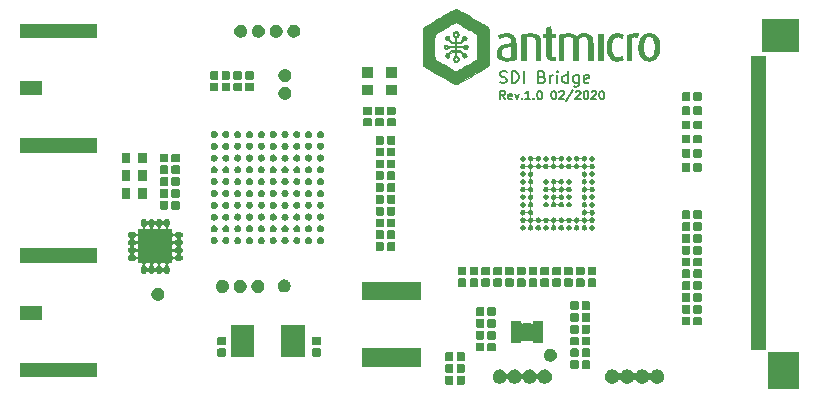
<source format=gbr>
G04 #@! TF.GenerationSoftware,KiCad,Pcbnew,5.1.5+dfsg1-2~bpo10+1*
G04 #@! TF.CreationDate,2020-03-09T15:40:36+01:00*
G04 #@! TF.ProjectId,SDI-bridge,5344492d-6272-4696-9467-652e6b696361,rev?*
G04 #@! TF.SameCoordinates,Original*
G04 #@! TF.FileFunction,Soldermask,Top*
G04 #@! TF.FilePolarity,Negative*
%FSLAX46Y46*%
G04 Gerber Fmt 4.6, Leading zero omitted, Abs format (unit mm)*
G04 Created by KiCad (PCBNEW 5.1.5+dfsg1-2~bpo10+1) date 2020-03-09 15:40:36*
%MOMM*%
%LPD*%
G04 APERTURE LIST*
%ADD10C,0.150000*%
%ADD11C,0.200000*%
%ADD12C,0.001860*%
%ADD13C,0.100000*%
G04 APERTURE END LIST*
D10*
X141126666Y-107916666D02*
X140893333Y-107583333D01*
X140726666Y-107916666D02*
X140726666Y-107216666D01*
X140993333Y-107216666D01*
X141060000Y-107250000D01*
X141093333Y-107283333D01*
X141126666Y-107350000D01*
X141126666Y-107450000D01*
X141093333Y-107516666D01*
X141060000Y-107550000D01*
X140993333Y-107583333D01*
X140726666Y-107583333D01*
X141693333Y-107883333D02*
X141626666Y-107916666D01*
X141493333Y-107916666D01*
X141426666Y-107883333D01*
X141393333Y-107816666D01*
X141393333Y-107550000D01*
X141426666Y-107483333D01*
X141493333Y-107450000D01*
X141626666Y-107450000D01*
X141693333Y-107483333D01*
X141726666Y-107550000D01*
X141726666Y-107616666D01*
X141393333Y-107683333D01*
X141960000Y-107450000D02*
X142126666Y-107916666D01*
X142293333Y-107450000D01*
X142560000Y-107850000D02*
X142593333Y-107883333D01*
X142560000Y-107916666D01*
X142526666Y-107883333D01*
X142560000Y-107850000D01*
X142560000Y-107916666D01*
X143260000Y-107916666D02*
X142860000Y-107916666D01*
X143060000Y-107916666D02*
X143060000Y-107216666D01*
X142993333Y-107316666D01*
X142926666Y-107383333D01*
X142860000Y-107416666D01*
X143560000Y-107850000D02*
X143593333Y-107883333D01*
X143560000Y-107916666D01*
X143526666Y-107883333D01*
X143560000Y-107850000D01*
X143560000Y-107916666D01*
X144026666Y-107216666D02*
X144093333Y-107216666D01*
X144160000Y-107250000D01*
X144193333Y-107283333D01*
X144226666Y-107350000D01*
X144260000Y-107483333D01*
X144260000Y-107650000D01*
X144226666Y-107783333D01*
X144193333Y-107850000D01*
X144160000Y-107883333D01*
X144093333Y-107916666D01*
X144026666Y-107916666D01*
X143960000Y-107883333D01*
X143926666Y-107850000D01*
X143893333Y-107783333D01*
X143860000Y-107650000D01*
X143860000Y-107483333D01*
X143893333Y-107350000D01*
X143926666Y-107283333D01*
X143960000Y-107250000D01*
X144026666Y-107216666D01*
X145226666Y-107216666D02*
X145293333Y-107216666D01*
X145360000Y-107250000D01*
X145393333Y-107283333D01*
X145426666Y-107350000D01*
X145460000Y-107483333D01*
X145460000Y-107650000D01*
X145426666Y-107783333D01*
X145393333Y-107850000D01*
X145360000Y-107883333D01*
X145293333Y-107916666D01*
X145226666Y-107916666D01*
X145160000Y-107883333D01*
X145126666Y-107850000D01*
X145093333Y-107783333D01*
X145060000Y-107650000D01*
X145060000Y-107483333D01*
X145093333Y-107350000D01*
X145126666Y-107283333D01*
X145160000Y-107250000D01*
X145226666Y-107216666D01*
X145726666Y-107283333D02*
X145760000Y-107250000D01*
X145826666Y-107216666D01*
X145993333Y-107216666D01*
X146060000Y-107250000D01*
X146093333Y-107283333D01*
X146126666Y-107350000D01*
X146126666Y-107416666D01*
X146093333Y-107516666D01*
X145693333Y-107916666D01*
X146126666Y-107916666D01*
X146926666Y-107183333D02*
X146326666Y-108083333D01*
X147126666Y-107283333D02*
X147160000Y-107250000D01*
X147226666Y-107216666D01*
X147393333Y-107216666D01*
X147460000Y-107250000D01*
X147493333Y-107283333D01*
X147526666Y-107350000D01*
X147526666Y-107416666D01*
X147493333Y-107516666D01*
X147093333Y-107916666D01*
X147526666Y-107916666D01*
X147960000Y-107216666D02*
X148026666Y-107216666D01*
X148093333Y-107250000D01*
X148126666Y-107283333D01*
X148160000Y-107350000D01*
X148193333Y-107483333D01*
X148193333Y-107650000D01*
X148160000Y-107783333D01*
X148126666Y-107850000D01*
X148093333Y-107883333D01*
X148026666Y-107916666D01*
X147960000Y-107916666D01*
X147893333Y-107883333D01*
X147860000Y-107850000D01*
X147826666Y-107783333D01*
X147793333Y-107650000D01*
X147793333Y-107483333D01*
X147826666Y-107350000D01*
X147860000Y-107283333D01*
X147893333Y-107250000D01*
X147960000Y-107216666D01*
X148460000Y-107283333D02*
X148493333Y-107250000D01*
X148560000Y-107216666D01*
X148726666Y-107216666D01*
X148793333Y-107250000D01*
X148826666Y-107283333D01*
X148860000Y-107350000D01*
X148860000Y-107416666D01*
X148826666Y-107516666D01*
X148426666Y-107916666D01*
X148860000Y-107916666D01*
X149293333Y-107216666D02*
X149360000Y-107216666D01*
X149426666Y-107250000D01*
X149460000Y-107283333D01*
X149493333Y-107350000D01*
X149526666Y-107483333D01*
X149526666Y-107650000D01*
X149493333Y-107783333D01*
X149460000Y-107850000D01*
X149426666Y-107883333D01*
X149360000Y-107916666D01*
X149293333Y-107916666D01*
X149226666Y-107883333D01*
X149193333Y-107850000D01*
X149160000Y-107783333D01*
X149126666Y-107650000D01*
X149126666Y-107483333D01*
X149160000Y-107350000D01*
X149193333Y-107283333D01*
X149226666Y-107250000D01*
X149293333Y-107216666D01*
D11*
X140704285Y-106504761D02*
X140847142Y-106552380D01*
X141085238Y-106552380D01*
X141180476Y-106504761D01*
X141228095Y-106457142D01*
X141275714Y-106361904D01*
X141275714Y-106266666D01*
X141228095Y-106171428D01*
X141180476Y-106123809D01*
X141085238Y-106076190D01*
X140894761Y-106028571D01*
X140799523Y-105980952D01*
X140751904Y-105933333D01*
X140704285Y-105838095D01*
X140704285Y-105742857D01*
X140751904Y-105647619D01*
X140799523Y-105600000D01*
X140894761Y-105552380D01*
X141132857Y-105552380D01*
X141275714Y-105600000D01*
X141704285Y-106552380D02*
X141704285Y-105552380D01*
X141942380Y-105552380D01*
X142085238Y-105600000D01*
X142180476Y-105695238D01*
X142228095Y-105790476D01*
X142275714Y-105980952D01*
X142275714Y-106123809D01*
X142228095Y-106314285D01*
X142180476Y-106409523D01*
X142085238Y-106504761D01*
X141942380Y-106552380D01*
X141704285Y-106552380D01*
X142704285Y-106552380D02*
X142704285Y-105552380D01*
X144275714Y-106028571D02*
X144418571Y-106076190D01*
X144466190Y-106123809D01*
X144513809Y-106219047D01*
X144513809Y-106361904D01*
X144466190Y-106457142D01*
X144418571Y-106504761D01*
X144323333Y-106552380D01*
X143942380Y-106552380D01*
X143942380Y-105552380D01*
X144275714Y-105552380D01*
X144370952Y-105600000D01*
X144418571Y-105647619D01*
X144466190Y-105742857D01*
X144466190Y-105838095D01*
X144418571Y-105933333D01*
X144370952Y-105980952D01*
X144275714Y-106028571D01*
X143942380Y-106028571D01*
X144942380Y-106552380D02*
X144942380Y-105885714D01*
X144942380Y-106076190D02*
X144990000Y-105980952D01*
X145037619Y-105933333D01*
X145132857Y-105885714D01*
X145228095Y-105885714D01*
X145561428Y-106552380D02*
X145561428Y-105885714D01*
X145561428Y-105552380D02*
X145513809Y-105600000D01*
X145561428Y-105647619D01*
X145609047Y-105600000D01*
X145561428Y-105552380D01*
X145561428Y-105647619D01*
X146466190Y-106552380D02*
X146466190Y-105552380D01*
X146466190Y-106504761D02*
X146370952Y-106552380D01*
X146180476Y-106552380D01*
X146085238Y-106504761D01*
X146037619Y-106457142D01*
X145990000Y-106361904D01*
X145990000Y-106076190D01*
X146037619Y-105980952D01*
X146085238Y-105933333D01*
X146180476Y-105885714D01*
X146370952Y-105885714D01*
X146466190Y-105933333D01*
X147370952Y-105885714D02*
X147370952Y-106695238D01*
X147323333Y-106790476D01*
X147275714Y-106838095D01*
X147180476Y-106885714D01*
X147037619Y-106885714D01*
X146942380Y-106838095D01*
X147370952Y-106504761D02*
X147275714Y-106552380D01*
X147085238Y-106552380D01*
X146990000Y-106504761D01*
X146942380Y-106457142D01*
X146894761Y-106361904D01*
X146894761Y-106076190D01*
X146942380Y-105980952D01*
X146990000Y-105933333D01*
X147085238Y-105885714D01*
X147275714Y-105885714D01*
X147370952Y-105933333D01*
X148228095Y-106504761D02*
X148132857Y-106552380D01*
X147942380Y-106552380D01*
X147847142Y-106504761D01*
X147799523Y-106409523D01*
X147799523Y-106028571D01*
X147847142Y-105933333D01*
X147942380Y-105885714D01*
X148132857Y-105885714D01*
X148228095Y-105933333D01*
X148275714Y-106028571D01*
X148275714Y-106123809D01*
X147799523Y-106219047D01*
D12*
G36*
X143360096Y-102355833D02*
G01*
X143443898Y-102358024D01*
X143508323Y-102362309D01*
X143559422Y-102369157D01*
X143603244Y-102379040D01*
X143620273Y-102384005D01*
X143763061Y-102438660D01*
X143878414Y-102506545D01*
X143968001Y-102588851D01*
X144026914Y-102674274D01*
X144045724Y-102709641D01*
X144061717Y-102743023D01*
X144075121Y-102777213D01*
X144086164Y-102815004D01*
X144095075Y-102859189D01*
X144102082Y-102912558D01*
X144107413Y-102977906D01*
X144111297Y-103058025D01*
X144113963Y-103155707D01*
X144115638Y-103273744D01*
X144116552Y-103414930D01*
X144116932Y-103582056D01*
X144117008Y-103775671D01*
X144117008Y-104614880D01*
X143739056Y-104614880D01*
X143739056Y-103783094D01*
X143738976Y-103587306D01*
X143738574Y-103420372D01*
X143737603Y-103279653D01*
X143735819Y-103162508D01*
X143732976Y-103066295D01*
X143728829Y-102988374D01*
X143723134Y-102926104D01*
X143715644Y-102876845D01*
X143706116Y-102837955D01*
X143694302Y-102806794D01*
X143679959Y-102780721D01*
X143662841Y-102757096D01*
X143642702Y-102733276D01*
X143641446Y-102731844D01*
X143576309Y-102673065D01*
X143496879Y-102631799D01*
X143396472Y-102604899D01*
X143358921Y-102598826D01*
X143253340Y-102592045D01*
X143136487Y-102597786D01*
X143022948Y-102614728D01*
X142940197Y-102636855D01*
X142880790Y-102657420D01*
X142876734Y-103636150D01*
X142872678Y-104614880D01*
X142494964Y-104614880D01*
X142494964Y-102492877D01*
X142640633Y-102445092D01*
X142740874Y-102413410D01*
X142826056Y-102390087D01*
X142904621Y-102373881D01*
X142985008Y-102363549D01*
X143075659Y-102357849D01*
X143185014Y-102355539D01*
X143250868Y-102355265D01*
X143360096Y-102355833D01*
G37*
X143360096Y-102355833D02*
X143443898Y-102358024D01*
X143508323Y-102362309D01*
X143559422Y-102369157D01*
X143603244Y-102379040D01*
X143620273Y-102384005D01*
X143763061Y-102438660D01*
X143878414Y-102506545D01*
X143968001Y-102588851D01*
X144026914Y-102674274D01*
X144045724Y-102709641D01*
X144061717Y-102743023D01*
X144075121Y-102777213D01*
X144086164Y-102815004D01*
X144095075Y-102859189D01*
X144102082Y-102912558D01*
X144107413Y-102977906D01*
X144111297Y-103058025D01*
X144113963Y-103155707D01*
X144115638Y-103273744D01*
X144116552Y-103414930D01*
X144116932Y-103582056D01*
X144117008Y-103775671D01*
X144117008Y-104614880D01*
X143739056Y-104614880D01*
X143739056Y-103783094D01*
X143738976Y-103587306D01*
X143738574Y-103420372D01*
X143737603Y-103279653D01*
X143735819Y-103162508D01*
X143732976Y-103066295D01*
X143728829Y-102988374D01*
X143723134Y-102926104D01*
X143715644Y-102876845D01*
X143706116Y-102837955D01*
X143694302Y-102806794D01*
X143679959Y-102780721D01*
X143662841Y-102757096D01*
X143642702Y-102733276D01*
X143641446Y-102731844D01*
X143576309Y-102673065D01*
X143496879Y-102631799D01*
X143396472Y-102604899D01*
X143358921Y-102598826D01*
X143253340Y-102592045D01*
X143136487Y-102597786D01*
X143022948Y-102614728D01*
X142940197Y-102636855D01*
X142880790Y-102657420D01*
X142876734Y-103636150D01*
X142872678Y-104614880D01*
X142494964Y-104614880D01*
X142494964Y-102492877D01*
X142640633Y-102445092D01*
X142740874Y-102413410D01*
X142826056Y-102390087D01*
X142904621Y-102373881D01*
X142985008Y-102363549D01*
X143075659Y-102357849D01*
X143185014Y-102355539D01*
X143250868Y-102355265D01*
X143360096Y-102355833D01*
G36*
X137052215Y-102190051D02*
G01*
X137066347Y-102195622D01*
X137138666Y-102242561D01*
X137191408Y-102309424D01*
X137220947Y-102389122D01*
X137223655Y-102474568D01*
X137219816Y-102495555D01*
X137188544Y-102576231D01*
X137134460Y-102636716D01*
X137079909Y-102669985D01*
X137014660Y-102701464D01*
X137014660Y-103071576D01*
X137289509Y-103071576D01*
X137402689Y-102959152D01*
X137515869Y-102846727D01*
X137507507Y-102765710D01*
X137507410Y-102764008D01*
X137614373Y-102764008D01*
X137631982Y-102800710D01*
X137668662Y-102817814D01*
X137713019Y-102814171D01*
X137745817Y-102794861D01*
X137768318Y-102757955D01*
X137760421Y-102720148D01*
X137739068Y-102693624D01*
X137709108Y-102668208D01*
X137684285Y-102665670D01*
X137650538Y-102684930D01*
X137648084Y-102686643D01*
X137620241Y-102721537D01*
X137614373Y-102764008D01*
X137507410Y-102764008D01*
X137504542Y-102713801D01*
X137511500Y-102678590D01*
X137532038Y-102645911D01*
X137541379Y-102634501D01*
X137598604Y-102586113D01*
X137661563Y-102564002D01*
X137724937Y-102565265D01*
X137783411Y-102586996D01*
X137831667Y-102626289D01*
X137864389Y-102680240D01*
X137876260Y-102745944D01*
X137865157Y-102811414D01*
X137829669Y-102873422D01*
X137772722Y-102913344D01*
X137696802Y-102929557D01*
X137683938Y-102929844D01*
X137651051Y-102930986D01*
X137623722Y-102936875D01*
X137595835Y-102951207D01*
X137561270Y-102977677D01*
X137513910Y-103019983D01*
X137475393Y-103055828D01*
X137340738Y-103181812D01*
X137014660Y-103181812D01*
X137014660Y-103433780D01*
X137612275Y-103433780D01*
X137635608Y-103388659D01*
X137678228Y-103337311D01*
X137737020Y-103306573D01*
X137803506Y-103297446D01*
X137869214Y-103310930D01*
X137925668Y-103348024D01*
X137931137Y-103353797D01*
X137971843Y-103417561D01*
X137985384Y-103482604D01*
X137975548Y-103544391D01*
X137946122Y-103598385D01*
X137900896Y-103640049D01*
X137843658Y-103664847D01*
X137778196Y-103668242D01*
X137708299Y-103645699D01*
X137694080Y-103637654D01*
X137657635Y-103609145D01*
X137635066Y-103579859D01*
X137633188Y-103574721D01*
X137628818Y-103564131D01*
X137619219Y-103556300D01*
X137600165Y-103550814D01*
X137567428Y-103547257D01*
X137516778Y-103545215D01*
X137443990Y-103544275D01*
X137344835Y-103544021D01*
X137319909Y-103544016D01*
X137014660Y-103544016D01*
X137014660Y-103780236D01*
X137338189Y-103780236D01*
X137599690Y-104043102D01*
X137673316Y-104036776D01*
X137752246Y-104042277D01*
X137813593Y-104072930D01*
X137855389Y-104127519D01*
X137866259Y-104156008D01*
X137876919Y-104231329D01*
X137858838Y-104296394D01*
X137819371Y-104348024D01*
X137758368Y-104390694D01*
X137693554Y-104406176D01*
X137630575Y-104397327D01*
X137575073Y-104367001D01*
X137532695Y-104318054D01*
X137509085Y-104253341D01*
X137508051Y-104206062D01*
X137616080Y-104206062D01*
X137621207Y-104245239D01*
X137636274Y-104267947D01*
X137672110Y-104295572D01*
X137706657Y-104293295D01*
X137739068Y-104268424D01*
X137766406Y-104230002D01*
X137763840Y-104195600D01*
X137740367Y-104167237D01*
X137700539Y-104146719D01*
X137662228Y-104150531D01*
X137631914Y-104172402D01*
X137616080Y-104206062D01*
X137508051Y-104206062D01*
X137507707Y-104190357D01*
X137516517Y-104115965D01*
X137289509Y-103890472D01*
X137014660Y-103890472D01*
X137014660Y-104263640D01*
X137079590Y-104292920D01*
X137147745Y-104338992D01*
X137194748Y-104402023D01*
X137220422Y-104475668D01*
X137224593Y-104553578D01*
X137207084Y-104629408D01*
X137167720Y-104696812D01*
X137106325Y-104749441D01*
X137092440Y-104757101D01*
X137009980Y-104782908D01*
X136922152Y-104782912D01*
X136840600Y-104757149D01*
X136839035Y-104756330D01*
X136774463Y-104706303D01*
X136732029Y-104640488D01*
X136711509Y-104565275D01*
X136712062Y-104528266D01*
X136819385Y-104528266D01*
X136825776Y-104575110D01*
X136849820Y-104612985D01*
X136870027Y-104632623D01*
X136928283Y-104669758D01*
X136985642Y-104675474D01*
X137043420Y-104649772D01*
X137064805Y-104632623D01*
X137100047Y-104593675D01*
X137114090Y-104553063D01*
X137115447Y-104528266D01*
X137101274Y-104471047D01*
X137064367Y-104421472D01*
X137013146Y-104388050D01*
X136967416Y-104378660D01*
X136910800Y-104392984D01*
X136861747Y-104430283D01*
X136828676Y-104482049D01*
X136819385Y-104528266D01*
X136712062Y-104528266D01*
X136712679Y-104487057D01*
X136735317Y-104412225D01*
X136779199Y-104347171D01*
X136844100Y-104298286D01*
X136855242Y-104292920D01*
X136920172Y-104263640D01*
X136920172Y-103890472D01*
X136645323Y-103890472D01*
X136418314Y-104115965D01*
X136427125Y-104190357D01*
X136423168Y-104265890D01*
X136395803Y-104328004D01*
X136350675Y-104373845D01*
X136293429Y-104400556D01*
X136229710Y-104405282D01*
X136165162Y-104385168D01*
X136115461Y-104348024D01*
X136071676Y-104287689D01*
X136057704Y-104221493D01*
X136060923Y-104202097D01*
X136168274Y-104202097D01*
X136171279Y-104236768D01*
X136195764Y-104268424D01*
X136234105Y-104295740D01*
X136268479Y-104293165D01*
X136297552Y-104269058D01*
X136317278Y-104228550D01*
X136312090Y-104187439D01*
X136284837Y-104156507D01*
X136265756Y-104148687D01*
X136219303Y-104150960D01*
X136195129Y-104166636D01*
X136168274Y-104202097D01*
X136060923Y-104202097D01*
X136068573Y-104156008D01*
X136101934Y-104092117D01*
X136155639Y-104051672D01*
X136227720Y-104035890D01*
X136261516Y-104036776D01*
X136335142Y-104043102D01*
X136596643Y-103780236D01*
X136920172Y-103780236D01*
X136920172Y-103544016D01*
X136614147Y-103544016D01*
X136508795Y-103544151D01*
X136430674Y-103544847D01*
X136375522Y-103546545D01*
X136339073Y-103549682D01*
X136317064Y-103554700D01*
X136305231Y-103562035D01*
X136299311Y-103572129D01*
X136297781Y-103576598D01*
X136272381Y-103612863D01*
X136226726Y-103644605D01*
X136171998Y-103665375D01*
X136135927Y-103669941D01*
X136063215Y-103656775D01*
X136006393Y-103621090D01*
X135967968Y-103568880D01*
X135950446Y-103506137D01*
X135952322Y-103484693D01*
X136056210Y-103484693D01*
X136060771Y-103507426D01*
X136076680Y-103527192D01*
X136117905Y-103555650D01*
X136159984Y-103553659D01*
X136186765Y-103535017D01*
X136209431Y-103494419D01*
X136204602Y-103468084D01*
X137725666Y-103468084D01*
X137731630Y-103512252D01*
X137748067Y-103535017D01*
X137788435Y-103557675D01*
X137830681Y-103549691D01*
X137858152Y-103527192D01*
X137877334Y-103501088D01*
X137876433Y-103477353D01*
X137864003Y-103452389D01*
X137830677Y-103416050D01*
X137790609Y-103405782D01*
X137751825Y-103423410D01*
X137748905Y-103426193D01*
X137725666Y-103468084D01*
X136204602Y-103468084D01*
X136201679Y-103452143D01*
X136181188Y-103426966D01*
X136140674Y-103405879D01*
X136102344Y-103415548D01*
X136070844Y-103452500D01*
X136056210Y-103484693D01*
X135952322Y-103484693D01*
X135956333Y-103438853D01*
X135988137Y-103373022D01*
X136003695Y-103353797D01*
X136059938Y-103312562D01*
X136125565Y-103296699D01*
X136192593Y-103305304D01*
X136253035Y-103337476D01*
X136295771Y-103386790D01*
X136323529Y-103433780D01*
X136920172Y-103433780D01*
X136920172Y-103181812D01*
X136594094Y-103181812D01*
X136459439Y-103055828D01*
X136401311Y-103001985D01*
X136359786Y-102966183D01*
X136328655Y-102944745D01*
X136301708Y-102933995D01*
X136272737Y-102930257D01*
X136246650Y-102929844D01*
X136169234Y-102918553D01*
X136112593Y-102883955D01*
X136075181Y-102824964D01*
X136068094Y-102804442D01*
X136061244Y-102747617D01*
X136164268Y-102747617D01*
X136177813Y-102783549D01*
X136211034Y-102808624D01*
X136252808Y-102818578D01*
X136292015Y-102809153D01*
X136302850Y-102800710D01*
X136320521Y-102763547D01*
X136314401Y-102721088D01*
X136286748Y-102686643D01*
X136256585Y-102668384D01*
X136239504Y-102662128D01*
X136216679Y-102673934D01*
X136189604Y-102701197D01*
X136169043Y-102731688D01*
X136164268Y-102747617D01*
X136061244Y-102747617D01*
X136059184Y-102730533D01*
X136075580Y-102666566D01*
X136111908Y-102615348D01*
X136162799Y-102579683D01*
X136222879Y-102562377D01*
X136286777Y-102566237D01*
X136349122Y-102594068D01*
X136393453Y-102634501D01*
X136418771Y-102669180D01*
X136429413Y-102702146D01*
X136429036Y-102747567D01*
X136427325Y-102765710D01*
X136418963Y-102846727D01*
X136532143Y-102959152D01*
X136645323Y-103071576D01*
X136920172Y-103071576D01*
X136920172Y-102699685D01*
X136857558Y-102672060D01*
X136784259Y-102624630D01*
X136734666Y-102556794D01*
X136715469Y-102504725D01*
X136708039Y-102430715D01*
X136815743Y-102430715D01*
X136821671Y-102466834D01*
X136833021Y-102493418D01*
X136873355Y-102547736D01*
X136926974Y-102577287D01*
X136986916Y-102580287D01*
X137046215Y-102554951D01*
X137053082Y-102549824D01*
X137099543Y-102499685D01*
X137115324Y-102445240D01*
X137102834Y-102387843D01*
X137064641Y-102328882D01*
X137014225Y-102295153D01*
X136958063Y-102286546D01*
X136902636Y-102302949D01*
X136854422Y-102344253D01*
X136826451Y-102392560D01*
X136815743Y-102430715D01*
X136708039Y-102430715D01*
X136706978Y-102420142D01*
X136725008Y-102342025D01*
X136764966Y-102274421D01*
X136822260Y-102221375D01*
X136892294Y-102186933D01*
X136970477Y-102175143D01*
X137052215Y-102190051D01*
G37*
X137052215Y-102190051D02*
X137066347Y-102195622D01*
X137138666Y-102242561D01*
X137191408Y-102309424D01*
X137220947Y-102389122D01*
X137223655Y-102474568D01*
X137219816Y-102495555D01*
X137188544Y-102576231D01*
X137134460Y-102636716D01*
X137079909Y-102669985D01*
X137014660Y-102701464D01*
X137014660Y-103071576D01*
X137289509Y-103071576D01*
X137402689Y-102959152D01*
X137515869Y-102846727D01*
X137507507Y-102765710D01*
X137507410Y-102764008D01*
X137614373Y-102764008D01*
X137631982Y-102800710D01*
X137668662Y-102817814D01*
X137713019Y-102814171D01*
X137745817Y-102794861D01*
X137768318Y-102757955D01*
X137760421Y-102720148D01*
X137739068Y-102693624D01*
X137709108Y-102668208D01*
X137684285Y-102665670D01*
X137650538Y-102684930D01*
X137648084Y-102686643D01*
X137620241Y-102721537D01*
X137614373Y-102764008D01*
X137507410Y-102764008D01*
X137504542Y-102713801D01*
X137511500Y-102678590D01*
X137532038Y-102645911D01*
X137541379Y-102634501D01*
X137598604Y-102586113D01*
X137661563Y-102564002D01*
X137724937Y-102565265D01*
X137783411Y-102586996D01*
X137831667Y-102626289D01*
X137864389Y-102680240D01*
X137876260Y-102745944D01*
X137865157Y-102811414D01*
X137829669Y-102873422D01*
X137772722Y-102913344D01*
X137696802Y-102929557D01*
X137683938Y-102929844D01*
X137651051Y-102930986D01*
X137623722Y-102936875D01*
X137595835Y-102951207D01*
X137561270Y-102977677D01*
X137513910Y-103019983D01*
X137475393Y-103055828D01*
X137340738Y-103181812D01*
X137014660Y-103181812D01*
X137014660Y-103433780D01*
X137612275Y-103433780D01*
X137635608Y-103388659D01*
X137678228Y-103337311D01*
X137737020Y-103306573D01*
X137803506Y-103297446D01*
X137869214Y-103310930D01*
X137925668Y-103348024D01*
X137931137Y-103353797D01*
X137971843Y-103417561D01*
X137985384Y-103482604D01*
X137975548Y-103544391D01*
X137946122Y-103598385D01*
X137900896Y-103640049D01*
X137843658Y-103664847D01*
X137778196Y-103668242D01*
X137708299Y-103645699D01*
X137694080Y-103637654D01*
X137657635Y-103609145D01*
X137635066Y-103579859D01*
X137633188Y-103574721D01*
X137628818Y-103564131D01*
X137619219Y-103556300D01*
X137600165Y-103550814D01*
X137567428Y-103547257D01*
X137516778Y-103545215D01*
X137443990Y-103544275D01*
X137344835Y-103544021D01*
X137319909Y-103544016D01*
X137014660Y-103544016D01*
X137014660Y-103780236D01*
X137338189Y-103780236D01*
X137599690Y-104043102D01*
X137673316Y-104036776D01*
X137752246Y-104042277D01*
X137813593Y-104072930D01*
X137855389Y-104127519D01*
X137866259Y-104156008D01*
X137876919Y-104231329D01*
X137858838Y-104296394D01*
X137819371Y-104348024D01*
X137758368Y-104390694D01*
X137693554Y-104406176D01*
X137630575Y-104397327D01*
X137575073Y-104367001D01*
X137532695Y-104318054D01*
X137509085Y-104253341D01*
X137508051Y-104206062D01*
X137616080Y-104206062D01*
X137621207Y-104245239D01*
X137636274Y-104267947D01*
X137672110Y-104295572D01*
X137706657Y-104293295D01*
X137739068Y-104268424D01*
X137766406Y-104230002D01*
X137763840Y-104195600D01*
X137740367Y-104167237D01*
X137700539Y-104146719D01*
X137662228Y-104150531D01*
X137631914Y-104172402D01*
X137616080Y-104206062D01*
X137508051Y-104206062D01*
X137507707Y-104190357D01*
X137516517Y-104115965D01*
X137289509Y-103890472D01*
X137014660Y-103890472D01*
X137014660Y-104263640D01*
X137079590Y-104292920D01*
X137147745Y-104338992D01*
X137194748Y-104402023D01*
X137220422Y-104475668D01*
X137224593Y-104553578D01*
X137207084Y-104629408D01*
X137167720Y-104696812D01*
X137106325Y-104749441D01*
X137092440Y-104757101D01*
X137009980Y-104782908D01*
X136922152Y-104782912D01*
X136840600Y-104757149D01*
X136839035Y-104756330D01*
X136774463Y-104706303D01*
X136732029Y-104640488D01*
X136711509Y-104565275D01*
X136712062Y-104528266D01*
X136819385Y-104528266D01*
X136825776Y-104575110D01*
X136849820Y-104612985D01*
X136870027Y-104632623D01*
X136928283Y-104669758D01*
X136985642Y-104675474D01*
X137043420Y-104649772D01*
X137064805Y-104632623D01*
X137100047Y-104593675D01*
X137114090Y-104553063D01*
X137115447Y-104528266D01*
X137101274Y-104471047D01*
X137064367Y-104421472D01*
X137013146Y-104388050D01*
X136967416Y-104378660D01*
X136910800Y-104392984D01*
X136861747Y-104430283D01*
X136828676Y-104482049D01*
X136819385Y-104528266D01*
X136712062Y-104528266D01*
X136712679Y-104487057D01*
X136735317Y-104412225D01*
X136779199Y-104347171D01*
X136844100Y-104298286D01*
X136855242Y-104292920D01*
X136920172Y-104263640D01*
X136920172Y-103890472D01*
X136645323Y-103890472D01*
X136418314Y-104115965D01*
X136427125Y-104190357D01*
X136423168Y-104265890D01*
X136395803Y-104328004D01*
X136350675Y-104373845D01*
X136293429Y-104400556D01*
X136229710Y-104405282D01*
X136165162Y-104385168D01*
X136115461Y-104348024D01*
X136071676Y-104287689D01*
X136057704Y-104221493D01*
X136060923Y-104202097D01*
X136168274Y-104202097D01*
X136171279Y-104236768D01*
X136195764Y-104268424D01*
X136234105Y-104295740D01*
X136268479Y-104293165D01*
X136297552Y-104269058D01*
X136317278Y-104228550D01*
X136312090Y-104187439D01*
X136284837Y-104156507D01*
X136265756Y-104148687D01*
X136219303Y-104150960D01*
X136195129Y-104166636D01*
X136168274Y-104202097D01*
X136060923Y-104202097D01*
X136068573Y-104156008D01*
X136101934Y-104092117D01*
X136155639Y-104051672D01*
X136227720Y-104035890D01*
X136261516Y-104036776D01*
X136335142Y-104043102D01*
X136596643Y-103780236D01*
X136920172Y-103780236D01*
X136920172Y-103544016D01*
X136614147Y-103544016D01*
X136508795Y-103544151D01*
X136430674Y-103544847D01*
X136375522Y-103546545D01*
X136339073Y-103549682D01*
X136317064Y-103554700D01*
X136305231Y-103562035D01*
X136299311Y-103572129D01*
X136297781Y-103576598D01*
X136272381Y-103612863D01*
X136226726Y-103644605D01*
X136171998Y-103665375D01*
X136135927Y-103669941D01*
X136063215Y-103656775D01*
X136006393Y-103621090D01*
X135967968Y-103568880D01*
X135950446Y-103506137D01*
X135952322Y-103484693D01*
X136056210Y-103484693D01*
X136060771Y-103507426D01*
X136076680Y-103527192D01*
X136117905Y-103555650D01*
X136159984Y-103553659D01*
X136186765Y-103535017D01*
X136209431Y-103494419D01*
X136204602Y-103468084D01*
X137725666Y-103468084D01*
X137731630Y-103512252D01*
X137748067Y-103535017D01*
X137788435Y-103557675D01*
X137830681Y-103549691D01*
X137858152Y-103527192D01*
X137877334Y-103501088D01*
X137876433Y-103477353D01*
X137864003Y-103452389D01*
X137830677Y-103416050D01*
X137790609Y-103405782D01*
X137751825Y-103423410D01*
X137748905Y-103426193D01*
X137725666Y-103468084D01*
X136204602Y-103468084D01*
X136201679Y-103452143D01*
X136181188Y-103426966D01*
X136140674Y-103405879D01*
X136102344Y-103415548D01*
X136070844Y-103452500D01*
X136056210Y-103484693D01*
X135952322Y-103484693D01*
X135956333Y-103438853D01*
X135988137Y-103373022D01*
X136003695Y-103353797D01*
X136059938Y-103312562D01*
X136125565Y-103296699D01*
X136192593Y-103305304D01*
X136253035Y-103337476D01*
X136295771Y-103386790D01*
X136323529Y-103433780D01*
X136920172Y-103433780D01*
X136920172Y-103181812D01*
X136594094Y-103181812D01*
X136459439Y-103055828D01*
X136401311Y-103001985D01*
X136359786Y-102966183D01*
X136328655Y-102944745D01*
X136301708Y-102933995D01*
X136272737Y-102930257D01*
X136246650Y-102929844D01*
X136169234Y-102918553D01*
X136112593Y-102883955D01*
X136075181Y-102824964D01*
X136068094Y-102804442D01*
X136061244Y-102747617D01*
X136164268Y-102747617D01*
X136177813Y-102783549D01*
X136211034Y-102808624D01*
X136252808Y-102818578D01*
X136292015Y-102809153D01*
X136302850Y-102800710D01*
X136320521Y-102763547D01*
X136314401Y-102721088D01*
X136286748Y-102686643D01*
X136256585Y-102668384D01*
X136239504Y-102662128D01*
X136216679Y-102673934D01*
X136189604Y-102701197D01*
X136169043Y-102731688D01*
X136164268Y-102747617D01*
X136061244Y-102747617D01*
X136059184Y-102730533D01*
X136075580Y-102666566D01*
X136111908Y-102615348D01*
X136162799Y-102579683D01*
X136222879Y-102562377D01*
X136286777Y-102566237D01*
X136349122Y-102594068D01*
X136393453Y-102634501D01*
X136418771Y-102669180D01*
X136429413Y-102702146D01*
X136429036Y-102747567D01*
X136427325Y-102765710D01*
X136418963Y-102846727D01*
X136532143Y-102959152D01*
X136645323Y-103071576D01*
X136920172Y-103071576D01*
X136920172Y-102699685D01*
X136857558Y-102672060D01*
X136784259Y-102624630D01*
X136734666Y-102556794D01*
X136715469Y-102504725D01*
X136708039Y-102430715D01*
X136815743Y-102430715D01*
X136821671Y-102466834D01*
X136833021Y-102493418D01*
X136873355Y-102547736D01*
X136926974Y-102577287D01*
X136986916Y-102580287D01*
X137046215Y-102554951D01*
X137053082Y-102549824D01*
X137099543Y-102499685D01*
X137115324Y-102445240D01*
X137102834Y-102387843D01*
X137064641Y-102328882D01*
X137014225Y-102295153D01*
X136958063Y-102286546D01*
X136902636Y-102302949D01*
X136854422Y-102344253D01*
X136826451Y-102392560D01*
X136815743Y-102430715D01*
X136708039Y-102430715D01*
X136706978Y-102420142D01*
X136725008Y-102342025D01*
X136764966Y-102274421D01*
X136822260Y-102221375D01*
X136892294Y-102186933D01*
X136970477Y-102175143D01*
X137052215Y-102190051D01*
G36*
X147937209Y-102358934D02*
G01*
X148090880Y-102392412D01*
X148223095Y-102447819D01*
X148333265Y-102524863D01*
X148420801Y-102623253D01*
X148462829Y-102693624D01*
X148479474Y-102727557D01*
X148493617Y-102760367D01*
X148505461Y-102794841D01*
X148515210Y-102833765D01*
X148523065Y-102879924D01*
X148529232Y-102936106D01*
X148533914Y-103005097D01*
X148537313Y-103089681D01*
X148539633Y-103192646D01*
X148541078Y-103316778D01*
X148541850Y-103464862D01*
X148542153Y-103639686D01*
X148542196Y-103781011D01*
X148542196Y-104614880D01*
X148165262Y-104614880D01*
X148160816Y-103744803D01*
X148156370Y-102874726D01*
X148110412Y-102791777D01*
X148047906Y-102709302D01*
X147966589Y-102648216D01*
X147871109Y-102608890D01*
X147766111Y-102591694D01*
X147656242Y-102596999D01*
X147546150Y-102625177D01*
X147440480Y-102676598D01*
X147365033Y-102732281D01*
X147298104Y-102790566D01*
X147298104Y-104614880D01*
X146920152Y-104614880D01*
X146920152Y-103762378D01*
X146919876Y-103548481D01*
X146919034Y-103365047D01*
X146917607Y-103211049D01*
X146915573Y-103085459D01*
X146912913Y-102987251D01*
X146909606Y-102915395D01*
X146905633Y-102868864D01*
X146902177Y-102849880D01*
X146859945Y-102760763D01*
X146793117Y-102689454D01*
X146703646Y-102636820D01*
X146593489Y-102603729D01*
X146464600Y-102591047D01*
X146334025Y-102597821D01*
X146262817Y-102606477D01*
X146211721Y-102614687D01*
X146169488Y-102624918D01*
X146124870Y-102639640D01*
X146097319Y-102649767D01*
X146054012Y-102665949D01*
X146054012Y-104614880D01*
X145691808Y-104614880D01*
X145691808Y-102490379D01*
X145841830Y-102442322D01*
X146010788Y-102394581D01*
X146168628Y-102364775D01*
X146328725Y-102351038D01*
X146494956Y-102351166D01*
X146628348Y-102359028D01*
X146737653Y-102373977D01*
X146829872Y-102398053D01*
X146912008Y-102433302D01*
X146991063Y-102481767D01*
X147023587Y-102505460D01*
X147127015Y-102583744D01*
X147192874Y-102530309D01*
X147320383Y-102446051D01*
X147463556Y-102387892D01*
X147623665Y-102355425D01*
X147762670Y-102347674D01*
X147937209Y-102358934D01*
G37*
X147937209Y-102358934D02*
X148090880Y-102392412D01*
X148223095Y-102447819D01*
X148333265Y-102524863D01*
X148420801Y-102623253D01*
X148462829Y-102693624D01*
X148479474Y-102727557D01*
X148493617Y-102760367D01*
X148505461Y-102794841D01*
X148515210Y-102833765D01*
X148523065Y-102879924D01*
X148529232Y-102936106D01*
X148533914Y-103005097D01*
X148537313Y-103089681D01*
X148539633Y-103192646D01*
X148541078Y-103316778D01*
X148541850Y-103464862D01*
X148542153Y-103639686D01*
X148542196Y-103781011D01*
X148542196Y-104614880D01*
X148165262Y-104614880D01*
X148160816Y-103744803D01*
X148156370Y-102874726D01*
X148110412Y-102791777D01*
X148047906Y-102709302D01*
X147966589Y-102648216D01*
X147871109Y-102608890D01*
X147766111Y-102591694D01*
X147656242Y-102596999D01*
X147546150Y-102625177D01*
X147440480Y-102676598D01*
X147365033Y-102732281D01*
X147298104Y-102790566D01*
X147298104Y-104614880D01*
X146920152Y-104614880D01*
X146920152Y-103762378D01*
X146919876Y-103548481D01*
X146919034Y-103365047D01*
X146917607Y-103211049D01*
X146915573Y-103085459D01*
X146912913Y-102987251D01*
X146909606Y-102915395D01*
X146905633Y-102868864D01*
X146902177Y-102849880D01*
X146859945Y-102760763D01*
X146793117Y-102689454D01*
X146703646Y-102636820D01*
X146593489Y-102603729D01*
X146464600Y-102591047D01*
X146334025Y-102597821D01*
X146262817Y-102606477D01*
X146211721Y-102614687D01*
X146169488Y-102624918D01*
X146124870Y-102639640D01*
X146097319Y-102649767D01*
X146054012Y-102665949D01*
X146054012Y-104614880D01*
X145691808Y-104614880D01*
X145691808Y-102490379D01*
X145841830Y-102442322D01*
X146010788Y-102394581D01*
X146168628Y-102364775D01*
X146328725Y-102351038D01*
X146494956Y-102351166D01*
X146628348Y-102359028D01*
X146737653Y-102373977D01*
X146829872Y-102398053D01*
X146912008Y-102433302D01*
X146991063Y-102481767D01*
X147023587Y-102505460D01*
X147127015Y-102583744D01*
X147192874Y-102530309D01*
X147320383Y-102446051D01*
X147463556Y-102387892D01*
X147623665Y-102355425D01*
X147762670Y-102347674D01*
X147937209Y-102358934D01*
G36*
X152344969Y-102349638D02*
G01*
X152373264Y-102353617D01*
X152384251Y-102360188D01*
X152384708Y-102362370D01*
X152380245Y-102385495D01*
X152368330Y-102430461D01*
X152351173Y-102489131D01*
X152343348Y-102514583D01*
X152322216Y-102578978D01*
X152306092Y-102617883D01*
X152292163Y-102636315D01*
X152277618Y-102639294D01*
X152274006Y-102638358D01*
X152176101Y-102617472D01*
X152066769Y-102610592D01*
X151958397Y-102617540D01*
X151863375Y-102638137D01*
X151845339Y-102644542D01*
X151802032Y-102661348D01*
X151802032Y-104614880D01*
X151424080Y-104614880D01*
X151424080Y-102492095D01*
X151538253Y-102451184D01*
X151637469Y-102417852D01*
X151728226Y-102393075D01*
X151819168Y-102375379D01*
X151918939Y-102363289D01*
X152036184Y-102355333D01*
X152120929Y-102351847D01*
X152222332Y-102348894D01*
X152295835Y-102348110D01*
X152344969Y-102349638D01*
G37*
X152344969Y-102349638D02*
X152373264Y-102353617D01*
X152384251Y-102360188D01*
X152384708Y-102362370D01*
X152380245Y-102385495D01*
X152368330Y-102430461D01*
X152351173Y-102489131D01*
X152343348Y-102514583D01*
X152322216Y-102578978D01*
X152306092Y-102617883D01*
X152292163Y-102636315D01*
X152277618Y-102639294D01*
X152274006Y-102638358D01*
X152176101Y-102617472D01*
X152066769Y-102610592D01*
X151958397Y-102617540D01*
X151863375Y-102638137D01*
X151845339Y-102644542D01*
X151802032Y-102661348D01*
X151802032Y-104614880D01*
X151424080Y-104614880D01*
X151424080Y-102492095D01*
X151538253Y-102451184D01*
X151637469Y-102417852D01*
X151728226Y-102393075D01*
X151819168Y-102375379D01*
X151918939Y-102363289D01*
X152036184Y-102355333D01*
X152120929Y-102351847D01*
X152222332Y-102348894D01*
X152295835Y-102348110D01*
X152344969Y-102349638D01*
G36*
X149392588Y-104614880D02*
G01*
X149014636Y-104614880D01*
X149014636Y-102378664D01*
X149392588Y-102378664D01*
X149392588Y-104614880D01*
G37*
X149392588Y-104614880D02*
X149014636Y-104614880D01*
X149014636Y-102378664D01*
X149392588Y-102378664D01*
X149392588Y-104614880D01*
G36*
X150660642Y-102350011D02*
G01*
X150764340Y-102360059D01*
X150822021Y-102370910D01*
X150881468Y-102388026D01*
X150945304Y-102411271D01*
X151005268Y-102437041D01*
X151053099Y-102461732D01*
X151080536Y-102481740D01*
X151082731Y-102484663D01*
X151081034Y-102504245D01*
X151069691Y-102542719D01*
X151052257Y-102591037D01*
X151032289Y-102640151D01*
X151013344Y-102681015D01*
X150998977Y-102704581D01*
X150995277Y-102707140D01*
X150975840Y-102701467D01*
X150937145Y-102685946D01*
X150897966Y-102668637D01*
X150777556Y-102626817D01*
X150658303Y-102610564D01*
X150545741Y-102620051D01*
X150447082Y-102654575D01*
X150364633Y-102713565D01*
X150289079Y-102800093D01*
X150222796Y-102910527D01*
X150168158Y-103041237D01*
X150144987Y-103116560D01*
X150126700Y-103209379D01*
X150114948Y-103323674D01*
X150109731Y-103450106D01*
X150111048Y-103579342D01*
X150118899Y-103702043D01*
X150133283Y-103808876D01*
X150145029Y-103861403D01*
X150198441Y-104017854D01*
X150265682Y-104146208D01*
X150346949Y-104246760D01*
X150442433Y-104319803D01*
X150449842Y-104323997D01*
X150498046Y-104348461D01*
X150540476Y-104362533D01*
X150589360Y-104368899D01*
X150656928Y-104370247D01*
X150660302Y-104370234D01*
X150731196Y-104367119D01*
X150793423Y-104356543D01*
X150856539Y-104335628D01*
X150930104Y-104301498D01*
X150985132Y-104272451D01*
X150991994Y-104276864D01*
X151003881Y-104297522D01*
X151022273Y-104337671D01*
X151048648Y-104400555D01*
X151084485Y-104489421D01*
X151087856Y-104497878D01*
X151078997Y-104514820D01*
X151046949Y-104538588D01*
X150998267Y-104565640D01*
X150939502Y-104592438D01*
X150877208Y-104615441D01*
X150860962Y-104620446D01*
X150776243Y-104638476D01*
X150674197Y-104650035D01*
X150568370Y-104654337D01*
X150472302Y-104650592D01*
X150431956Y-104645421D01*
X150372955Y-104630449D01*
X150301933Y-104605569D01*
X150235106Y-104576553D01*
X150104393Y-104495216D01*
X149991546Y-104388355D01*
X149897058Y-104256718D01*
X149821420Y-104101051D01*
X149765125Y-103922101D01*
X149746382Y-103834966D01*
X149732710Y-103731836D01*
X149725515Y-103609652D01*
X149724535Y-103477268D01*
X149729505Y-103343541D01*
X149740163Y-103217326D01*
X149756246Y-103107478D01*
X149769781Y-103047966D01*
X149830979Y-102873646D01*
X149911770Y-102721736D01*
X150011148Y-102593374D01*
X150128105Y-102489697D01*
X150261634Y-102411841D01*
X150367885Y-102372292D01*
X150450746Y-102356163D01*
X150552221Y-102348724D01*
X150660642Y-102350011D01*
G37*
X150660642Y-102350011D02*
X150764340Y-102360059D01*
X150822021Y-102370910D01*
X150881468Y-102388026D01*
X150945304Y-102411271D01*
X151005268Y-102437041D01*
X151053099Y-102461732D01*
X151080536Y-102481740D01*
X151082731Y-102484663D01*
X151081034Y-102504245D01*
X151069691Y-102542719D01*
X151052257Y-102591037D01*
X151032289Y-102640151D01*
X151013344Y-102681015D01*
X150998977Y-102704581D01*
X150995277Y-102707140D01*
X150975840Y-102701467D01*
X150937145Y-102685946D01*
X150897966Y-102668637D01*
X150777556Y-102626817D01*
X150658303Y-102610564D01*
X150545741Y-102620051D01*
X150447082Y-102654575D01*
X150364633Y-102713565D01*
X150289079Y-102800093D01*
X150222796Y-102910527D01*
X150168158Y-103041237D01*
X150144987Y-103116560D01*
X150126700Y-103209379D01*
X150114948Y-103323674D01*
X150109731Y-103450106D01*
X150111048Y-103579342D01*
X150118899Y-103702043D01*
X150133283Y-103808876D01*
X150145029Y-103861403D01*
X150198441Y-104017854D01*
X150265682Y-104146208D01*
X150346949Y-104246760D01*
X150442433Y-104319803D01*
X150449842Y-104323997D01*
X150498046Y-104348461D01*
X150540476Y-104362533D01*
X150589360Y-104368899D01*
X150656928Y-104370247D01*
X150660302Y-104370234D01*
X150731196Y-104367119D01*
X150793423Y-104356543D01*
X150856539Y-104335628D01*
X150930104Y-104301498D01*
X150985132Y-104272451D01*
X150991994Y-104276864D01*
X151003881Y-104297522D01*
X151022273Y-104337671D01*
X151048648Y-104400555D01*
X151084485Y-104489421D01*
X151087856Y-104497878D01*
X151078997Y-104514820D01*
X151046949Y-104538588D01*
X150998267Y-104565640D01*
X150939502Y-104592438D01*
X150877208Y-104615441D01*
X150860962Y-104620446D01*
X150776243Y-104638476D01*
X150674197Y-104650035D01*
X150568370Y-104654337D01*
X150472302Y-104650592D01*
X150431956Y-104645421D01*
X150372955Y-104630449D01*
X150301933Y-104605569D01*
X150235106Y-104576553D01*
X150104393Y-104495216D01*
X149991546Y-104388355D01*
X149897058Y-104256718D01*
X149821420Y-104101051D01*
X149765125Y-103922101D01*
X149746382Y-103834966D01*
X149732710Y-103731836D01*
X149725515Y-103609652D01*
X149724535Y-103477268D01*
X149729505Y-103343541D01*
X149740163Y-103217326D01*
X149756246Y-103107478D01*
X149769781Y-103047966D01*
X149830979Y-102873646D01*
X149911770Y-102721736D01*
X150011148Y-102593374D01*
X150128105Y-102489697D01*
X150261634Y-102411841D01*
X150367885Y-102372292D01*
X150450746Y-102356163D01*
X150552221Y-102348724D01*
X150660642Y-102350011D01*
G36*
X144975755Y-101779444D02*
G01*
X144978630Y-101821116D01*
X144980930Y-101884735D01*
X144982488Y-101965527D01*
X144983139Y-102058716D01*
X144983148Y-102071578D01*
X144983148Y-102378664D01*
X145361100Y-102378664D01*
X145361100Y-102630632D01*
X144983148Y-102630632D01*
X144983148Y-104168982D01*
X145018973Y-104236729D01*
X145065039Y-104301264D01*
X145124279Y-104341205D01*
X145201404Y-104358928D01*
X145262708Y-104359690D01*
X145361166Y-104355038D01*
X145361133Y-104476155D01*
X145358348Y-104550811D01*
X145350140Y-104596070D01*
X145341415Y-104609626D01*
X145318007Y-104615325D01*
X145270929Y-104620669D01*
X145208005Y-104624906D01*
X145164250Y-104626653D01*
X145077887Y-104627443D01*
X145012757Y-104623166D01*
X144958855Y-104612783D01*
X144923384Y-104601661D01*
X144827529Y-104556432D01*
X144751230Y-104493573D01*
X144688105Y-104407316D01*
X144668188Y-104371009D01*
X144613070Y-104263781D01*
X144608593Y-103447206D01*
X144604117Y-102630632D01*
X144353228Y-102630632D01*
X144353228Y-102378664D01*
X144605196Y-102378664D01*
X144605196Y-101875812D01*
X144783495Y-101820152D01*
X144853943Y-101798426D01*
X144913143Y-101780669D01*
X144954786Y-101768739D01*
X144972471Y-101764492D01*
X144975755Y-101779444D01*
G37*
X144975755Y-101779444D02*
X144978630Y-101821116D01*
X144980930Y-101884735D01*
X144982488Y-101965527D01*
X144983139Y-102058716D01*
X144983148Y-102071578D01*
X144983148Y-102378664D01*
X145361100Y-102378664D01*
X145361100Y-102630632D01*
X144983148Y-102630632D01*
X144983148Y-104168982D01*
X145018973Y-104236729D01*
X145065039Y-104301264D01*
X145124279Y-104341205D01*
X145201404Y-104358928D01*
X145262708Y-104359690D01*
X145361166Y-104355038D01*
X145361133Y-104476155D01*
X145358348Y-104550811D01*
X145350140Y-104596070D01*
X145341415Y-104609626D01*
X145318007Y-104615325D01*
X145270929Y-104620669D01*
X145208005Y-104624906D01*
X145164250Y-104626653D01*
X145077887Y-104627443D01*
X145012757Y-104623166D01*
X144958855Y-104612783D01*
X144923384Y-104601661D01*
X144827529Y-104556432D01*
X144751230Y-104493573D01*
X144688105Y-104407316D01*
X144668188Y-104371009D01*
X144613070Y-104263781D01*
X144608593Y-103447206D01*
X144604117Y-102630632D01*
X144353228Y-102630632D01*
X144353228Y-102378664D01*
X144605196Y-102378664D01*
X144605196Y-101875812D01*
X144783495Y-101820152D01*
X144853943Y-101798426D01*
X144913143Y-101780669D01*
X144954786Y-101768739D01*
X144972471Y-101764492D01*
X144975755Y-101779444D01*
G36*
X153458500Y-102357934D02*
G01*
X153599271Y-102389987D01*
X153723888Y-102445132D01*
X153836461Y-102524942D01*
X153888553Y-102573613D01*
X153988300Y-102695569D01*
X154067318Y-102839028D01*
X154125961Y-103004900D01*
X154164585Y-103194095D01*
X154178095Y-103316636D01*
X154185731Y-103536880D01*
X154172844Y-103742824D01*
X154140106Y-103932524D01*
X154088183Y-104104035D01*
X154017744Y-104255411D01*
X153929459Y-104384707D01*
X153823995Y-104489978D01*
X153758549Y-104537161D01*
X153655336Y-104588408D01*
X153532499Y-104626601D01*
X153399808Y-104650004D01*
X153267028Y-104656884D01*
X153146072Y-104645896D01*
X152990713Y-104603331D01*
X152853021Y-104534959D01*
X152733580Y-104441436D01*
X152632970Y-104323416D01*
X152551776Y-104181552D01*
X152490581Y-104016499D01*
X152457228Y-103872757D01*
X152429196Y-103659469D01*
X152423315Y-103488157D01*
X152799775Y-103488157D01*
X152806639Y-103663941D01*
X152827674Y-103833017D01*
X152862896Y-103988411D01*
X152910663Y-104119537D01*
X152972305Y-104222891D01*
X153050412Y-104303717D01*
X153141038Y-104360398D01*
X153240232Y-104391318D01*
X153344048Y-104394859D01*
X153448537Y-104369405D01*
X153483274Y-104353979D01*
X153571728Y-104295796D01*
X153645071Y-104216116D01*
X153704047Y-104113338D01*
X153749396Y-103985865D01*
X153781861Y-103832097D01*
X153800669Y-103670000D01*
X153808833Y-103472406D01*
X153800784Y-103288380D01*
X153777156Y-103120675D01*
X153738579Y-102972044D01*
X153685687Y-102845239D01*
X153619111Y-102743014D01*
X153577763Y-102699068D01*
X153487830Y-102635409D01*
X153390287Y-102599846D01*
X153289492Y-102591338D01*
X153189802Y-102608846D01*
X153095575Y-102651331D01*
X153011168Y-102717753D01*
X152940939Y-102807073D01*
X152913695Y-102857455D01*
X152864043Y-102990314D01*
X152828494Y-103144368D01*
X152807066Y-103312641D01*
X152799775Y-103488157D01*
X152423315Y-103488157D01*
X152422077Y-103452113D01*
X152435237Y-103253981D01*
X152468043Y-103068364D01*
X152519862Y-102898555D01*
X152590060Y-102747845D01*
X152678004Y-102619525D01*
X152704035Y-102589872D01*
X152817280Y-102488968D01*
X152945238Y-102415332D01*
X153088825Y-102368588D01*
X153248958Y-102348362D01*
X153297464Y-102347401D01*
X153458500Y-102357934D01*
G37*
X153458500Y-102357934D02*
X153599271Y-102389987D01*
X153723888Y-102445132D01*
X153836461Y-102524942D01*
X153888553Y-102573613D01*
X153988300Y-102695569D01*
X154067318Y-102839028D01*
X154125961Y-103004900D01*
X154164585Y-103194095D01*
X154178095Y-103316636D01*
X154185731Y-103536880D01*
X154172844Y-103742824D01*
X154140106Y-103932524D01*
X154088183Y-104104035D01*
X154017744Y-104255411D01*
X153929459Y-104384707D01*
X153823995Y-104489978D01*
X153758549Y-104537161D01*
X153655336Y-104588408D01*
X153532499Y-104626601D01*
X153399808Y-104650004D01*
X153267028Y-104656884D01*
X153146072Y-104645896D01*
X152990713Y-104603331D01*
X152853021Y-104534959D01*
X152733580Y-104441436D01*
X152632970Y-104323416D01*
X152551776Y-104181552D01*
X152490581Y-104016499D01*
X152457228Y-103872757D01*
X152429196Y-103659469D01*
X152423315Y-103488157D01*
X152799775Y-103488157D01*
X152806639Y-103663941D01*
X152827674Y-103833017D01*
X152862896Y-103988411D01*
X152910663Y-104119537D01*
X152972305Y-104222891D01*
X153050412Y-104303717D01*
X153141038Y-104360398D01*
X153240232Y-104391318D01*
X153344048Y-104394859D01*
X153448537Y-104369405D01*
X153483274Y-104353979D01*
X153571728Y-104295796D01*
X153645071Y-104216116D01*
X153704047Y-104113338D01*
X153749396Y-103985865D01*
X153781861Y-103832097D01*
X153800669Y-103670000D01*
X153808833Y-103472406D01*
X153800784Y-103288380D01*
X153777156Y-103120675D01*
X153738579Y-102972044D01*
X153685687Y-102845239D01*
X153619111Y-102743014D01*
X153577763Y-102699068D01*
X153487830Y-102635409D01*
X153390287Y-102599846D01*
X153289492Y-102591338D01*
X153189802Y-102608846D01*
X153095575Y-102651331D01*
X153011168Y-102717753D01*
X152940939Y-102807073D01*
X152913695Y-102857455D01*
X152864043Y-102990314D01*
X152828494Y-103144368D01*
X152807066Y-103312641D01*
X152799775Y-103488157D01*
X152423315Y-103488157D01*
X152422077Y-103452113D01*
X152435237Y-103253981D01*
X152468043Y-103068364D01*
X152519862Y-102898555D01*
X152590060Y-102747845D01*
X152678004Y-102619525D01*
X152704035Y-102589872D01*
X152817280Y-102488968D01*
X152945238Y-102415332D01*
X153088825Y-102368588D01*
X153248958Y-102348362D01*
X153297464Y-102347401D01*
X153458500Y-102357934D01*
G36*
X141417751Y-102357833D02*
G01*
X141517450Y-102376497D01*
X141630608Y-102411190D01*
X141721916Y-102454245D01*
X141800837Y-102510654D01*
X141839641Y-102546444D01*
X141896867Y-102617912D01*
X141948247Y-102709412D01*
X141988063Y-102809483D01*
X142006450Y-102880881D01*
X142010100Y-102916332D01*
X142013376Y-102980657D01*
X142016231Y-103071233D01*
X142018613Y-103185439D01*
X142020475Y-103320653D01*
X142021765Y-103474254D01*
X142022436Y-103643621D01*
X142022524Y-103734404D01*
X142022524Y-104503170D01*
X141948716Y-104535819D01*
X141816561Y-104583297D01*
X141663469Y-104619980D01*
X141498484Y-104644719D01*
X141330650Y-104656367D01*
X141169012Y-104653776D01*
X141083755Y-104645571D01*
X140916711Y-104612290D01*
X140773931Y-104559385D01*
X140655703Y-104487171D01*
X140562314Y-104395962D01*
X140494051Y-104286070D01*
X140451202Y-104157809D01*
X140434054Y-104011493D01*
X140434884Y-103938039D01*
X140436891Y-103924154D01*
X140797704Y-103924154D01*
X140800632Y-104054438D01*
X140828945Y-104167040D01*
X140882035Y-104261021D01*
X140959297Y-104335443D01*
X141060127Y-104389368D01*
X141108361Y-104405398D01*
X141169981Y-104415934D01*
X141252502Y-104420730D01*
X141345929Y-104420162D01*
X141440266Y-104414607D01*
X141525517Y-104404439D01*
X141591688Y-104390036D01*
X141601265Y-104386856D01*
X141676068Y-104359951D01*
X141676068Y-103368522D01*
X141585517Y-103379447D01*
X141527727Y-103388538D01*
X141452910Y-103403205D01*
X141374431Y-103420765D01*
X141349756Y-103426800D01*
X141188315Y-103476434D01*
X141055748Y-103537420D01*
X140951297Y-103610441D01*
X140874201Y-103696184D01*
X140823701Y-103795331D01*
X140799037Y-103908569D01*
X140797704Y-103924154D01*
X140436891Y-103924154D01*
X140455388Y-103796169D01*
X140502933Y-103670045D01*
X140578113Y-103558308D01*
X140621016Y-103512457D01*
X140715816Y-103437132D01*
X140837700Y-103367807D01*
X140982579Y-103305995D01*
X141146361Y-103253213D01*
X141324957Y-103210977D01*
X141514275Y-103180801D01*
X141517104Y-103180456D01*
X141680366Y-103160670D01*
X141670927Y-103026926D01*
X141652663Y-102900797D01*
X141616434Y-102799588D01*
X141560603Y-102721285D01*
X141483535Y-102663874D01*
X141383592Y-102625341D01*
X141335755Y-102614557D01*
X141205531Y-102603216D01*
X141060788Y-102614064D01*
X140908300Y-102646084D01*
X140754839Y-102698258D01*
X140741329Y-102703858D01*
X140692899Y-102723070D01*
X140657419Y-102734946D01*
X140643320Y-102736989D01*
X140635289Y-102720365D01*
X140620176Y-102683295D01*
X140601470Y-102635006D01*
X140582660Y-102584722D01*
X140567235Y-102541667D01*
X140558684Y-102515065D01*
X140557960Y-102511296D01*
X140571145Y-102501016D01*
X140605372Y-102482840D01*
X140643843Y-102464933D01*
X140785211Y-102413792D01*
X140941962Y-102376633D01*
X141105420Y-102354335D01*
X141266908Y-102347775D01*
X141417751Y-102357833D01*
G37*
X141417751Y-102357833D02*
X141517450Y-102376497D01*
X141630608Y-102411190D01*
X141721916Y-102454245D01*
X141800837Y-102510654D01*
X141839641Y-102546444D01*
X141896867Y-102617912D01*
X141948247Y-102709412D01*
X141988063Y-102809483D01*
X142006450Y-102880881D01*
X142010100Y-102916332D01*
X142013376Y-102980657D01*
X142016231Y-103071233D01*
X142018613Y-103185439D01*
X142020475Y-103320653D01*
X142021765Y-103474254D01*
X142022436Y-103643621D01*
X142022524Y-103734404D01*
X142022524Y-104503170D01*
X141948716Y-104535819D01*
X141816561Y-104583297D01*
X141663469Y-104619980D01*
X141498484Y-104644719D01*
X141330650Y-104656367D01*
X141169012Y-104653776D01*
X141083755Y-104645571D01*
X140916711Y-104612290D01*
X140773931Y-104559385D01*
X140655703Y-104487171D01*
X140562314Y-104395962D01*
X140494051Y-104286070D01*
X140451202Y-104157809D01*
X140434054Y-104011493D01*
X140434884Y-103938039D01*
X140436891Y-103924154D01*
X140797704Y-103924154D01*
X140800632Y-104054438D01*
X140828945Y-104167040D01*
X140882035Y-104261021D01*
X140959297Y-104335443D01*
X141060127Y-104389368D01*
X141108361Y-104405398D01*
X141169981Y-104415934D01*
X141252502Y-104420730D01*
X141345929Y-104420162D01*
X141440266Y-104414607D01*
X141525517Y-104404439D01*
X141591688Y-104390036D01*
X141601265Y-104386856D01*
X141676068Y-104359951D01*
X141676068Y-103368522D01*
X141585517Y-103379447D01*
X141527727Y-103388538D01*
X141452910Y-103403205D01*
X141374431Y-103420765D01*
X141349756Y-103426800D01*
X141188315Y-103476434D01*
X141055748Y-103537420D01*
X140951297Y-103610441D01*
X140874201Y-103696184D01*
X140823701Y-103795331D01*
X140799037Y-103908569D01*
X140797704Y-103924154D01*
X140436891Y-103924154D01*
X140455388Y-103796169D01*
X140502933Y-103670045D01*
X140578113Y-103558308D01*
X140621016Y-103512457D01*
X140715816Y-103437132D01*
X140837700Y-103367807D01*
X140982579Y-103305995D01*
X141146361Y-103253213D01*
X141324957Y-103210977D01*
X141514275Y-103180801D01*
X141517104Y-103180456D01*
X141680366Y-103160670D01*
X141670927Y-103026926D01*
X141652663Y-102900797D01*
X141616434Y-102799588D01*
X141560603Y-102721285D01*
X141483535Y-102663874D01*
X141383592Y-102625341D01*
X141335755Y-102614557D01*
X141205531Y-102603216D01*
X141060788Y-102614064D01*
X140908300Y-102646084D01*
X140754839Y-102698258D01*
X140741329Y-102703858D01*
X140692899Y-102723070D01*
X140657419Y-102734946D01*
X140643320Y-102736989D01*
X140635289Y-102720365D01*
X140620176Y-102683295D01*
X140601470Y-102635006D01*
X140582660Y-102584722D01*
X140567235Y-102541667D01*
X140558684Y-102515065D01*
X140557960Y-102511296D01*
X140571145Y-102501016D01*
X140605372Y-102482840D01*
X140643843Y-102464933D01*
X140785211Y-102413792D01*
X140941962Y-102376633D01*
X141105420Y-102354335D01*
X141266908Y-102347775D01*
X141417751Y-102357833D01*
G36*
X137027858Y-100304154D02*
G01*
X137093014Y-100319089D01*
X137094103Y-100319539D01*
X137114597Y-100330232D01*
X137159945Y-100355318D01*
X137227742Y-100393414D01*
X137315582Y-100443138D01*
X137421060Y-100503105D01*
X137541770Y-100571933D01*
X137675306Y-100648238D01*
X137819263Y-100730638D01*
X137971236Y-100817750D01*
X138128818Y-100908190D01*
X138289605Y-101000575D01*
X138451190Y-101093522D01*
X138611169Y-101185648D01*
X138767134Y-101275570D01*
X138916682Y-101361904D01*
X139057406Y-101443268D01*
X139186901Y-101518279D01*
X139302761Y-101585553D01*
X139402580Y-101643707D01*
X139483954Y-101691359D01*
X139544476Y-101727124D01*
X139581741Y-101749621D01*
X139585999Y-101752284D01*
X139652798Y-101807139D01*
X139704109Y-101872739D01*
X139746938Y-101945594D01*
X139751185Y-103446694D01*
X139751822Y-103733912D01*
X139752033Y-103993067D01*
X139751819Y-104223768D01*
X139751183Y-104425625D01*
X139750130Y-104598247D01*
X139748661Y-104741242D01*
X139746779Y-104854219D01*
X139744489Y-104936788D01*
X139741791Y-104988558D01*
X139739421Y-105007256D01*
X139732991Y-105030965D01*
X139726136Y-105052589D01*
X139717223Y-105073216D01*
X139704614Y-105093937D01*
X139686676Y-105115840D01*
X139661773Y-105140014D01*
X139628270Y-105167548D01*
X139584531Y-105199532D01*
X139528923Y-105237053D01*
X139459809Y-105281202D01*
X139375555Y-105333068D01*
X139274525Y-105393738D01*
X139155084Y-105464304D01*
X139015598Y-105545853D01*
X138854430Y-105639474D01*
X138669947Y-105746257D01*
X138460513Y-105867291D01*
X138367302Y-105921142D01*
X137101274Y-106652603D01*
X136983164Y-106658672D01*
X136865054Y-106664742D01*
X136400488Y-106397563D01*
X136116010Y-106233979D01*
X135857538Y-106085352D01*
X135623807Y-105950884D01*
X135413550Y-105829777D01*
X135225501Y-105721231D01*
X135058394Y-105624450D01*
X134910963Y-105538634D01*
X134781943Y-105462986D01*
X134670066Y-105396708D01*
X134574068Y-105339000D01*
X134492682Y-105289066D01*
X134424642Y-105246106D01*
X134368682Y-105209323D01*
X134323535Y-105177918D01*
X134287937Y-105151094D01*
X134260621Y-105128051D01*
X134240322Y-105107992D01*
X134225772Y-105090119D01*
X134215706Y-105073633D01*
X134208858Y-105057736D01*
X134203961Y-105041630D01*
X134199751Y-105024516D01*
X134195421Y-105007290D01*
X134192405Y-104979658D01*
X134189795Y-104920912D01*
X134187593Y-104831435D01*
X134185802Y-104711605D01*
X134184425Y-104561803D01*
X134183466Y-104382410D01*
X134182926Y-104173806D01*
X134182809Y-103936373D01*
X134183118Y-103670489D01*
X134183566Y-103481024D01*
X135156396Y-103481024D01*
X135156417Y-103685721D01*
X135156598Y-103861328D01*
X135157116Y-104010252D01*
X135158149Y-104134899D01*
X135159873Y-104237676D01*
X135162465Y-104320988D01*
X135166103Y-104387244D01*
X135170964Y-104438847D01*
X135177225Y-104478206D01*
X135185063Y-104507727D01*
X135194655Y-104529815D01*
X135206178Y-104546878D01*
X135219810Y-104561321D01*
X135235727Y-104575552D01*
X135237043Y-104576700D01*
X135258142Y-104591079D01*
X135303539Y-104619185D01*
X135370268Y-104659311D01*
X135455363Y-104709750D01*
X135555858Y-104768796D01*
X135668787Y-104834740D01*
X135791184Y-104905876D01*
X135920083Y-104980497D01*
X136052519Y-105056896D01*
X136185524Y-105133365D01*
X136316134Y-105208198D01*
X136441382Y-105279687D01*
X136558302Y-105346126D01*
X136663929Y-105405807D01*
X136755296Y-105457023D01*
X136829437Y-105498068D01*
X136883387Y-105527233D01*
X136914179Y-105542813D01*
X136919008Y-105544762D01*
X136958054Y-105555408D01*
X136985348Y-105556037D01*
X137017695Y-105545649D01*
X137036880Y-105537739D01*
X137063112Y-105524599D01*
X137113026Y-105497524D01*
X137183637Y-105458241D01*
X137271960Y-105408476D01*
X137375011Y-105349956D01*
X137489804Y-105284405D01*
X137613356Y-105213552D01*
X137742682Y-105139121D01*
X137874798Y-105062839D01*
X138006718Y-104986433D01*
X138135459Y-104911628D01*
X138258035Y-104840151D01*
X138371463Y-104773728D01*
X138472757Y-104714084D01*
X138558933Y-104662947D01*
X138627006Y-104622043D01*
X138673993Y-104593097D01*
X138696907Y-104577836D01*
X138697789Y-104577104D01*
X138713891Y-104562621D01*
X138727693Y-104548146D01*
X138739373Y-104531271D01*
X138749107Y-104509588D01*
X138757073Y-104480687D01*
X138763448Y-104442161D01*
X138768409Y-104391599D01*
X138772133Y-104326593D01*
X138774798Y-104244736D01*
X138776581Y-104143616D01*
X138777659Y-104020827D01*
X138778210Y-103873959D01*
X138778409Y-103700603D01*
X138778436Y-103498351D01*
X138778436Y-103481024D01*
X138778433Y-103275425D01*
X138778286Y-103098931D01*
X138777785Y-102949151D01*
X138776720Y-102823693D01*
X138774883Y-102720166D01*
X138772065Y-102636179D01*
X138768055Y-102569341D01*
X138762645Y-102517260D01*
X138755625Y-102477546D01*
X138746787Y-102447806D01*
X138735921Y-102425651D01*
X138722818Y-102408689D01*
X138707268Y-102394528D01*
X138689063Y-102380778D01*
X138681682Y-102375367D01*
X138658559Y-102360489D01*
X138610728Y-102331464D01*
X138540802Y-102289824D01*
X138451389Y-102237098D01*
X138345101Y-102174817D01*
X138224547Y-102104511D01*
X138092339Y-102027711D01*
X137951087Y-101945947D01*
X137832007Y-101877229D01*
X137661856Y-101779299D01*
X137516715Y-101696096D01*
X137394403Y-101626459D01*
X137292734Y-101569225D01*
X137209526Y-101523232D01*
X137142595Y-101487319D01*
X137089758Y-101460324D01*
X137048831Y-101441084D01*
X137017631Y-101428437D01*
X136993975Y-101421223D01*
X136975678Y-101418279D01*
X136969103Y-101418036D01*
X136952641Y-101419524D01*
X136931755Y-101424750D01*
X136904300Y-101434861D01*
X136868133Y-101451000D01*
X136821110Y-101474313D01*
X136761086Y-101505945D01*
X136685917Y-101547041D01*
X136593461Y-101598745D01*
X136481573Y-101662204D01*
X136348109Y-101738561D01*
X136190925Y-101828962D01*
X136080890Y-101892410D01*
X135932796Y-101977998D01*
X135792296Y-102059465D01*
X135661858Y-102135359D01*
X135543955Y-102204231D01*
X135441056Y-102264630D01*
X135355632Y-102315107D01*
X135290154Y-102354212D01*
X135247094Y-102380493D01*
X135229025Y-102392409D01*
X135214524Y-102405426D01*
X135202094Y-102419199D01*
X135191576Y-102436121D01*
X135182809Y-102458583D01*
X135175635Y-102488976D01*
X135169894Y-102529694D01*
X135165426Y-102583129D01*
X135162072Y-102651671D01*
X135159671Y-102737713D01*
X135158066Y-102843647D01*
X135157095Y-102971865D01*
X135156599Y-103124759D01*
X135156420Y-103304721D01*
X135156396Y-103481024D01*
X134183566Y-103481024D01*
X134183647Y-103446694D01*
X134184326Y-103191526D01*
X134184912Y-102965932D01*
X134185528Y-102767989D01*
X134186293Y-102595776D01*
X134187330Y-102447371D01*
X134188759Y-102320852D01*
X134190703Y-102214298D01*
X134193282Y-102125786D01*
X134196617Y-102053395D01*
X134200830Y-101995202D01*
X134206043Y-101949287D01*
X134212376Y-101913727D01*
X134219950Y-101886600D01*
X134228888Y-101865985D01*
X134239310Y-101849960D01*
X134251338Y-101836603D01*
X134265092Y-101823992D01*
X134280695Y-101810205D01*
X134287316Y-101804086D01*
X134307386Y-101790068D01*
X134352768Y-101761538D01*
X134421464Y-101719677D01*
X134511476Y-101665663D01*
X134620806Y-101600676D01*
X134747456Y-101525895D01*
X134889428Y-101442500D01*
X135044725Y-101351669D01*
X135211348Y-101254582D01*
X135387300Y-101152419D01*
X135570582Y-101046358D01*
X135590141Y-101035061D01*
X135803799Y-100911694D01*
X135991960Y-100803139D01*
X136156390Y-100708439D01*
X136298857Y-100626639D01*
X136421128Y-100556782D01*
X136524970Y-100497911D01*
X136612150Y-100449071D01*
X136684435Y-100409306D01*
X136743592Y-100377659D01*
X136791390Y-100353174D01*
X136829594Y-100334896D01*
X136859972Y-100321867D01*
X136884292Y-100313131D01*
X136904319Y-100307733D01*
X136921823Y-100304716D01*
X136938569Y-100303125D01*
X136943480Y-100302797D01*
X137027858Y-100304154D01*
G37*
X137027858Y-100304154D02*
X137093014Y-100319089D01*
X137094103Y-100319539D01*
X137114597Y-100330232D01*
X137159945Y-100355318D01*
X137227742Y-100393414D01*
X137315582Y-100443138D01*
X137421060Y-100503105D01*
X137541770Y-100571933D01*
X137675306Y-100648238D01*
X137819263Y-100730638D01*
X137971236Y-100817750D01*
X138128818Y-100908190D01*
X138289605Y-101000575D01*
X138451190Y-101093522D01*
X138611169Y-101185648D01*
X138767134Y-101275570D01*
X138916682Y-101361904D01*
X139057406Y-101443268D01*
X139186901Y-101518279D01*
X139302761Y-101585553D01*
X139402580Y-101643707D01*
X139483954Y-101691359D01*
X139544476Y-101727124D01*
X139581741Y-101749621D01*
X139585999Y-101752284D01*
X139652798Y-101807139D01*
X139704109Y-101872739D01*
X139746938Y-101945594D01*
X139751185Y-103446694D01*
X139751822Y-103733912D01*
X139752033Y-103993067D01*
X139751819Y-104223768D01*
X139751183Y-104425625D01*
X139750130Y-104598247D01*
X139748661Y-104741242D01*
X139746779Y-104854219D01*
X139744489Y-104936788D01*
X139741791Y-104988558D01*
X139739421Y-105007256D01*
X139732991Y-105030965D01*
X139726136Y-105052589D01*
X139717223Y-105073216D01*
X139704614Y-105093937D01*
X139686676Y-105115840D01*
X139661773Y-105140014D01*
X139628270Y-105167548D01*
X139584531Y-105199532D01*
X139528923Y-105237053D01*
X139459809Y-105281202D01*
X139375555Y-105333068D01*
X139274525Y-105393738D01*
X139155084Y-105464304D01*
X139015598Y-105545853D01*
X138854430Y-105639474D01*
X138669947Y-105746257D01*
X138460513Y-105867291D01*
X138367302Y-105921142D01*
X137101274Y-106652603D01*
X136983164Y-106658672D01*
X136865054Y-106664742D01*
X136400488Y-106397563D01*
X136116010Y-106233979D01*
X135857538Y-106085352D01*
X135623807Y-105950884D01*
X135413550Y-105829777D01*
X135225501Y-105721231D01*
X135058394Y-105624450D01*
X134910963Y-105538634D01*
X134781943Y-105462986D01*
X134670066Y-105396708D01*
X134574068Y-105339000D01*
X134492682Y-105289066D01*
X134424642Y-105246106D01*
X134368682Y-105209323D01*
X134323535Y-105177918D01*
X134287937Y-105151094D01*
X134260621Y-105128051D01*
X134240322Y-105107992D01*
X134225772Y-105090119D01*
X134215706Y-105073633D01*
X134208858Y-105057736D01*
X134203961Y-105041630D01*
X134199751Y-105024516D01*
X134195421Y-105007290D01*
X134192405Y-104979658D01*
X134189795Y-104920912D01*
X134187593Y-104831435D01*
X134185802Y-104711605D01*
X134184425Y-104561803D01*
X134183466Y-104382410D01*
X134182926Y-104173806D01*
X134182809Y-103936373D01*
X134183118Y-103670489D01*
X134183566Y-103481024D01*
X135156396Y-103481024D01*
X135156417Y-103685721D01*
X135156598Y-103861328D01*
X135157116Y-104010252D01*
X135158149Y-104134899D01*
X135159873Y-104237676D01*
X135162465Y-104320988D01*
X135166103Y-104387244D01*
X135170964Y-104438847D01*
X135177225Y-104478206D01*
X135185063Y-104507727D01*
X135194655Y-104529815D01*
X135206178Y-104546878D01*
X135219810Y-104561321D01*
X135235727Y-104575552D01*
X135237043Y-104576700D01*
X135258142Y-104591079D01*
X135303539Y-104619185D01*
X135370268Y-104659311D01*
X135455363Y-104709750D01*
X135555858Y-104768796D01*
X135668787Y-104834740D01*
X135791184Y-104905876D01*
X135920083Y-104980497D01*
X136052519Y-105056896D01*
X136185524Y-105133365D01*
X136316134Y-105208198D01*
X136441382Y-105279687D01*
X136558302Y-105346126D01*
X136663929Y-105405807D01*
X136755296Y-105457023D01*
X136829437Y-105498068D01*
X136883387Y-105527233D01*
X136914179Y-105542813D01*
X136919008Y-105544762D01*
X136958054Y-105555408D01*
X136985348Y-105556037D01*
X137017695Y-105545649D01*
X137036880Y-105537739D01*
X137063112Y-105524599D01*
X137113026Y-105497524D01*
X137183637Y-105458241D01*
X137271960Y-105408476D01*
X137375011Y-105349956D01*
X137489804Y-105284405D01*
X137613356Y-105213552D01*
X137742682Y-105139121D01*
X137874798Y-105062839D01*
X138006718Y-104986433D01*
X138135459Y-104911628D01*
X138258035Y-104840151D01*
X138371463Y-104773728D01*
X138472757Y-104714084D01*
X138558933Y-104662947D01*
X138627006Y-104622043D01*
X138673993Y-104593097D01*
X138696907Y-104577836D01*
X138697789Y-104577104D01*
X138713891Y-104562621D01*
X138727693Y-104548146D01*
X138739373Y-104531271D01*
X138749107Y-104509588D01*
X138757073Y-104480687D01*
X138763448Y-104442161D01*
X138768409Y-104391599D01*
X138772133Y-104326593D01*
X138774798Y-104244736D01*
X138776581Y-104143616D01*
X138777659Y-104020827D01*
X138778210Y-103873959D01*
X138778409Y-103700603D01*
X138778436Y-103498351D01*
X138778436Y-103481024D01*
X138778433Y-103275425D01*
X138778286Y-103098931D01*
X138777785Y-102949151D01*
X138776720Y-102823693D01*
X138774883Y-102720166D01*
X138772065Y-102636179D01*
X138768055Y-102569341D01*
X138762645Y-102517260D01*
X138755625Y-102477546D01*
X138746787Y-102447806D01*
X138735921Y-102425651D01*
X138722818Y-102408689D01*
X138707268Y-102394528D01*
X138689063Y-102380778D01*
X138681682Y-102375367D01*
X138658559Y-102360489D01*
X138610728Y-102331464D01*
X138540802Y-102289824D01*
X138451389Y-102237098D01*
X138345101Y-102174817D01*
X138224547Y-102104511D01*
X138092339Y-102027711D01*
X137951087Y-101945947D01*
X137832007Y-101877229D01*
X137661856Y-101779299D01*
X137516715Y-101696096D01*
X137394403Y-101626459D01*
X137292734Y-101569225D01*
X137209526Y-101523232D01*
X137142595Y-101487319D01*
X137089758Y-101460324D01*
X137048831Y-101441084D01*
X137017631Y-101428437D01*
X136993975Y-101421223D01*
X136975678Y-101418279D01*
X136969103Y-101418036D01*
X136952641Y-101419524D01*
X136931755Y-101424750D01*
X136904300Y-101434861D01*
X136868133Y-101451000D01*
X136821110Y-101474313D01*
X136761086Y-101505945D01*
X136685917Y-101547041D01*
X136593461Y-101598745D01*
X136481573Y-101662204D01*
X136348109Y-101738561D01*
X136190925Y-101828962D01*
X136080890Y-101892410D01*
X135932796Y-101977998D01*
X135792296Y-102059465D01*
X135661858Y-102135359D01*
X135543955Y-102204231D01*
X135441056Y-102264630D01*
X135355632Y-102315107D01*
X135290154Y-102354212D01*
X135247094Y-102380493D01*
X135229025Y-102392409D01*
X135214524Y-102405426D01*
X135202094Y-102419199D01*
X135191576Y-102436121D01*
X135182809Y-102458583D01*
X135175635Y-102488976D01*
X135169894Y-102529694D01*
X135165426Y-102583129D01*
X135162072Y-102651671D01*
X135159671Y-102737713D01*
X135158066Y-102843647D01*
X135157095Y-102971865D01*
X135156599Y-103124759D01*
X135156420Y-103304721D01*
X135156396Y-103481024D01*
X134183566Y-103481024D01*
X134183647Y-103446694D01*
X134184326Y-103191526D01*
X134184912Y-102965932D01*
X134185528Y-102767989D01*
X134186293Y-102595776D01*
X134187330Y-102447371D01*
X134188759Y-102320852D01*
X134190703Y-102214298D01*
X134193282Y-102125786D01*
X134196617Y-102053395D01*
X134200830Y-101995202D01*
X134206043Y-101949287D01*
X134212376Y-101913727D01*
X134219950Y-101886600D01*
X134228888Y-101865985D01*
X134239310Y-101849960D01*
X134251338Y-101836603D01*
X134265092Y-101823992D01*
X134280695Y-101810205D01*
X134287316Y-101804086D01*
X134307386Y-101790068D01*
X134352768Y-101761538D01*
X134421464Y-101719677D01*
X134511476Y-101665663D01*
X134620806Y-101600676D01*
X134747456Y-101525895D01*
X134889428Y-101442500D01*
X135044725Y-101351669D01*
X135211348Y-101254582D01*
X135387300Y-101152419D01*
X135570582Y-101046358D01*
X135590141Y-101035061D01*
X135803799Y-100911694D01*
X135991960Y-100803139D01*
X136156390Y-100708439D01*
X136298857Y-100626639D01*
X136421128Y-100556782D01*
X136524970Y-100497911D01*
X136612150Y-100449071D01*
X136684435Y-100409306D01*
X136743592Y-100377659D01*
X136791390Y-100353174D01*
X136829594Y-100334896D01*
X136859972Y-100321867D01*
X136884292Y-100313131D01*
X136904319Y-100307733D01*
X136921823Y-100304716D01*
X136938569Y-100303125D01*
X136943480Y-100302797D01*
X137027858Y-100304154D01*
D13*
G36*
X166001000Y-132451000D02*
G01*
X163399000Y-132451000D01*
X163399000Y-129349000D01*
X166001000Y-129349000D01*
X166001000Y-132451000D01*
G37*
G36*
X137636937Y-131351716D02*
G01*
X137657556Y-131357971D01*
X137676552Y-131368124D01*
X137693207Y-131381792D01*
X137706875Y-131398447D01*
X137717028Y-131417443D01*
X137723283Y-131438062D01*
X137725999Y-131465640D01*
X137725999Y-131974360D01*
X137723283Y-132001938D01*
X137717028Y-132022557D01*
X137706875Y-132041553D01*
X137693207Y-132058208D01*
X137676552Y-132071876D01*
X137657556Y-132082029D01*
X137636937Y-132088284D01*
X137609359Y-132091000D01*
X137150639Y-132091000D01*
X137123061Y-132088284D01*
X137102442Y-132082029D01*
X137083446Y-132071876D01*
X137066791Y-132058208D01*
X137053123Y-132041553D01*
X137042970Y-132022557D01*
X137036715Y-132001938D01*
X137033999Y-131974360D01*
X137033999Y-131465640D01*
X137036715Y-131438062D01*
X137042970Y-131417443D01*
X137053123Y-131398447D01*
X137066791Y-131381792D01*
X137083446Y-131368124D01*
X137102442Y-131357971D01*
X137123061Y-131351716D01*
X137150639Y-131349000D01*
X137609359Y-131349000D01*
X137636937Y-131351716D01*
G37*
G36*
X136666937Y-131351716D02*
G01*
X136687556Y-131357971D01*
X136706552Y-131368124D01*
X136723207Y-131381792D01*
X136736875Y-131398447D01*
X136747028Y-131417443D01*
X136753283Y-131438062D01*
X136755999Y-131465640D01*
X136755999Y-131974360D01*
X136753283Y-132001938D01*
X136747028Y-132022557D01*
X136736875Y-132041553D01*
X136723207Y-132058208D01*
X136706552Y-132071876D01*
X136687556Y-132082029D01*
X136666937Y-132088284D01*
X136639359Y-132091000D01*
X136180639Y-132091000D01*
X136153061Y-132088284D01*
X136132442Y-132082029D01*
X136113446Y-132071876D01*
X136096791Y-132058208D01*
X136083123Y-132041553D01*
X136072970Y-132022557D01*
X136066715Y-132001938D01*
X136063999Y-131974360D01*
X136063999Y-131465640D01*
X136066715Y-131438062D01*
X136072970Y-131417443D01*
X136083123Y-131398447D01*
X136096791Y-131381792D01*
X136113446Y-131368124D01*
X136132442Y-131357971D01*
X136153061Y-131351716D01*
X136180639Y-131349000D01*
X136639359Y-131349000D01*
X136666937Y-131351716D01*
G37*
G36*
X150326601Y-130814397D02*
G01*
X150365305Y-130822096D01*
X150397340Y-130835365D01*
X150474680Y-130867400D01*
X150573115Y-130933173D01*
X150656828Y-131016886D01*
X150721067Y-131113026D01*
X150736613Y-131131968D01*
X150755555Y-131147513D01*
X150777165Y-131159064D01*
X150800614Y-131166177D01*
X150825000Y-131168579D01*
X150849386Y-131166177D01*
X150872835Y-131159064D01*
X150894446Y-131147513D01*
X150913388Y-131131967D01*
X150928933Y-131113026D01*
X150993172Y-131016886D01*
X151076885Y-130933173D01*
X151175320Y-130867400D01*
X151252660Y-130835365D01*
X151284695Y-130822096D01*
X151323399Y-130814397D01*
X151400805Y-130799000D01*
X151519195Y-130799000D01*
X151596601Y-130814397D01*
X151635305Y-130822096D01*
X151667340Y-130835365D01*
X151744680Y-130867400D01*
X151843115Y-130933173D01*
X151926828Y-131016886D01*
X151991067Y-131113026D01*
X152006613Y-131131968D01*
X152025555Y-131147513D01*
X152047165Y-131159064D01*
X152070614Y-131166177D01*
X152095000Y-131168579D01*
X152119386Y-131166177D01*
X152142835Y-131159064D01*
X152164446Y-131147513D01*
X152183388Y-131131967D01*
X152198933Y-131113026D01*
X152263172Y-131016886D01*
X152346885Y-130933173D01*
X152445320Y-130867400D01*
X152522660Y-130835365D01*
X152554695Y-130822096D01*
X152593399Y-130814397D01*
X152670805Y-130799000D01*
X152789195Y-130799000D01*
X152866601Y-130814397D01*
X152905305Y-130822096D01*
X152937340Y-130835365D01*
X153014680Y-130867400D01*
X153113115Y-130933173D01*
X153196828Y-131016886D01*
X153261067Y-131113026D01*
X153276613Y-131131968D01*
X153295555Y-131147513D01*
X153317165Y-131159064D01*
X153340614Y-131166177D01*
X153365000Y-131168579D01*
X153389386Y-131166177D01*
X153412835Y-131159064D01*
X153434446Y-131147513D01*
X153453388Y-131131967D01*
X153468933Y-131113026D01*
X153533172Y-131016886D01*
X153616885Y-130933173D01*
X153715320Y-130867400D01*
X153792660Y-130835365D01*
X153824695Y-130822096D01*
X153863399Y-130814397D01*
X153940805Y-130799000D01*
X154059195Y-130799000D01*
X154136601Y-130814397D01*
X154175305Y-130822096D01*
X154207340Y-130835365D01*
X154284680Y-130867400D01*
X154383115Y-130933173D01*
X154466827Y-131016885D01*
X154532600Y-131115320D01*
X154577904Y-131224696D01*
X154601000Y-131340805D01*
X154601000Y-131459195D01*
X154577904Y-131575304D01*
X154532600Y-131684680D01*
X154466827Y-131783115D01*
X154383115Y-131866827D01*
X154284680Y-131932600D01*
X154207340Y-131964635D01*
X154175305Y-131977904D01*
X154136601Y-131985603D01*
X154059195Y-132001000D01*
X153940805Y-132001000D01*
X153863399Y-131985603D01*
X153824695Y-131977904D01*
X153792660Y-131964635D01*
X153715320Y-131932600D01*
X153616885Y-131866827D01*
X153533172Y-131783114D01*
X153468933Y-131686974D01*
X153453387Y-131668032D01*
X153434445Y-131652487D01*
X153412835Y-131640936D01*
X153389386Y-131633823D01*
X153365000Y-131631421D01*
X153340614Y-131633823D01*
X153317165Y-131640936D01*
X153295554Y-131652487D01*
X153276612Y-131668033D01*
X153261067Y-131686974D01*
X153196828Y-131783114D01*
X153113115Y-131866827D01*
X153014680Y-131932600D01*
X152937340Y-131964635D01*
X152905305Y-131977904D01*
X152866601Y-131985603D01*
X152789195Y-132001000D01*
X152670805Y-132001000D01*
X152593399Y-131985603D01*
X152554695Y-131977904D01*
X152522660Y-131964635D01*
X152445320Y-131932600D01*
X152346885Y-131866827D01*
X152263172Y-131783114D01*
X152198933Y-131686974D01*
X152183387Y-131668032D01*
X152164445Y-131652487D01*
X152142835Y-131640936D01*
X152119386Y-131633823D01*
X152095000Y-131631421D01*
X152070614Y-131633823D01*
X152047165Y-131640936D01*
X152025554Y-131652487D01*
X152006612Y-131668033D01*
X151991067Y-131686974D01*
X151926828Y-131783114D01*
X151843115Y-131866827D01*
X151744680Y-131932600D01*
X151667340Y-131964635D01*
X151635305Y-131977904D01*
X151596601Y-131985603D01*
X151519195Y-132001000D01*
X151400805Y-132001000D01*
X151323399Y-131985603D01*
X151284695Y-131977904D01*
X151252660Y-131964635D01*
X151175320Y-131932600D01*
X151076885Y-131866827D01*
X150993172Y-131783114D01*
X150928933Y-131686974D01*
X150913387Y-131668032D01*
X150894445Y-131652487D01*
X150872835Y-131640936D01*
X150849386Y-131633823D01*
X150825000Y-131631421D01*
X150800614Y-131633823D01*
X150777165Y-131640936D01*
X150755554Y-131652487D01*
X150736612Y-131668033D01*
X150721067Y-131686974D01*
X150656828Y-131783114D01*
X150573115Y-131866827D01*
X150474680Y-131932600D01*
X150397340Y-131964635D01*
X150365305Y-131977904D01*
X150326601Y-131985603D01*
X150249195Y-132001000D01*
X150130805Y-132001000D01*
X150053399Y-131985603D01*
X150014695Y-131977904D01*
X149982660Y-131964635D01*
X149905320Y-131932600D01*
X149806885Y-131866827D01*
X149723173Y-131783115D01*
X149657400Y-131684680D01*
X149612096Y-131575304D01*
X149589000Y-131459195D01*
X149589000Y-131340805D01*
X149612096Y-131224696D01*
X149657400Y-131115320D01*
X149723173Y-131016885D01*
X149806885Y-130933173D01*
X149905320Y-130867400D01*
X149982660Y-130835365D01*
X150014695Y-130822096D01*
X150053399Y-130814397D01*
X150130805Y-130799000D01*
X150249195Y-130799000D01*
X150326601Y-130814397D01*
G37*
G36*
X140826601Y-130814397D02*
G01*
X140865305Y-130822096D01*
X140897340Y-130835365D01*
X140974680Y-130867400D01*
X141073115Y-130933173D01*
X141156828Y-131016886D01*
X141221067Y-131113026D01*
X141236613Y-131131968D01*
X141255555Y-131147513D01*
X141277165Y-131159064D01*
X141300614Y-131166177D01*
X141325000Y-131168579D01*
X141349386Y-131166177D01*
X141372835Y-131159064D01*
X141394446Y-131147513D01*
X141413388Y-131131967D01*
X141428933Y-131113026D01*
X141493172Y-131016886D01*
X141576885Y-130933173D01*
X141675320Y-130867400D01*
X141752660Y-130835365D01*
X141784695Y-130822096D01*
X141823399Y-130814397D01*
X141900805Y-130799000D01*
X142019195Y-130799000D01*
X142096601Y-130814397D01*
X142135305Y-130822096D01*
X142167340Y-130835365D01*
X142244680Y-130867400D01*
X142343115Y-130933173D01*
X142426828Y-131016886D01*
X142491067Y-131113026D01*
X142506613Y-131131968D01*
X142525555Y-131147513D01*
X142547165Y-131159064D01*
X142570614Y-131166177D01*
X142595000Y-131168579D01*
X142619386Y-131166177D01*
X142642835Y-131159064D01*
X142664446Y-131147513D01*
X142683388Y-131131967D01*
X142698933Y-131113026D01*
X142763172Y-131016886D01*
X142846885Y-130933173D01*
X142945320Y-130867400D01*
X143022660Y-130835365D01*
X143054695Y-130822096D01*
X143093399Y-130814397D01*
X143170805Y-130799000D01*
X143289195Y-130799000D01*
X143366601Y-130814397D01*
X143405305Y-130822096D01*
X143437340Y-130835365D01*
X143514680Y-130867400D01*
X143613115Y-130933173D01*
X143696828Y-131016886D01*
X143761067Y-131113026D01*
X143776613Y-131131968D01*
X143795555Y-131147513D01*
X143817165Y-131159064D01*
X143840614Y-131166177D01*
X143865000Y-131168579D01*
X143889386Y-131166177D01*
X143912835Y-131159064D01*
X143934446Y-131147513D01*
X143953388Y-131131967D01*
X143968933Y-131113026D01*
X144033172Y-131016886D01*
X144116885Y-130933173D01*
X144215320Y-130867400D01*
X144292660Y-130835365D01*
X144324695Y-130822096D01*
X144363399Y-130814397D01*
X144440805Y-130799000D01*
X144559195Y-130799000D01*
X144636601Y-130814397D01*
X144675305Y-130822096D01*
X144707340Y-130835365D01*
X144784680Y-130867400D01*
X144883115Y-130933173D01*
X144966827Y-131016885D01*
X145032600Y-131115320D01*
X145077904Y-131224696D01*
X145101000Y-131340805D01*
X145101000Y-131459195D01*
X145077904Y-131575304D01*
X145032600Y-131684680D01*
X144966827Y-131783115D01*
X144883115Y-131866827D01*
X144784680Y-131932600D01*
X144707340Y-131964635D01*
X144675305Y-131977904D01*
X144636601Y-131985603D01*
X144559195Y-132001000D01*
X144440805Y-132001000D01*
X144363399Y-131985603D01*
X144324695Y-131977904D01*
X144292660Y-131964635D01*
X144215320Y-131932600D01*
X144116885Y-131866827D01*
X144033172Y-131783114D01*
X143968933Y-131686974D01*
X143953387Y-131668032D01*
X143934445Y-131652487D01*
X143912835Y-131640936D01*
X143889386Y-131633823D01*
X143865000Y-131631421D01*
X143840614Y-131633823D01*
X143817165Y-131640936D01*
X143795554Y-131652487D01*
X143776612Y-131668033D01*
X143761067Y-131686974D01*
X143696828Y-131783114D01*
X143613115Y-131866827D01*
X143514680Y-131932600D01*
X143437340Y-131964635D01*
X143405305Y-131977904D01*
X143366601Y-131985603D01*
X143289195Y-132001000D01*
X143170805Y-132001000D01*
X143093399Y-131985603D01*
X143054695Y-131977904D01*
X143022660Y-131964635D01*
X142945320Y-131932600D01*
X142846885Y-131866827D01*
X142763172Y-131783114D01*
X142698933Y-131686974D01*
X142683387Y-131668032D01*
X142664445Y-131652487D01*
X142642835Y-131640936D01*
X142619386Y-131633823D01*
X142595000Y-131631421D01*
X142570614Y-131633823D01*
X142547165Y-131640936D01*
X142525554Y-131652487D01*
X142506612Y-131668033D01*
X142491067Y-131686974D01*
X142426828Y-131783114D01*
X142343115Y-131866827D01*
X142244680Y-131932600D01*
X142167340Y-131964635D01*
X142135305Y-131977904D01*
X142096601Y-131985603D01*
X142019195Y-132001000D01*
X141900805Y-132001000D01*
X141823399Y-131985603D01*
X141784695Y-131977904D01*
X141752660Y-131964635D01*
X141675320Y-131932600D01*
X141576885Y-131866827D01*
X141493172Y-131783114D01*
X141428933Y-131686974D01*
X141413387Y-131668032D01*
X141394445Y-131652487D01*
X141372835Y-131640936D01*
X141349386Y-131633823D01*
X141325000Y-131631421D01*
X141300614Y-131633823D01*
X141277165Y-131640936D01*
X141255554Y-131652487D01*
X141236612Y-131668033D01*
X141221067Y-131686974D01*
X141156828Y-131783114D01*
X141073115Y-131866827D01*
X140974680Y-131932600D01*
X140897340Y-131964635D01*
X140865305Y-131977904D01*
X140826601Y-131985603D01*
X140749195Y-132001000D01*
X140630805Y-132001000D01*
X140553399Y-131985603D01*
X140514695Y-131977904D01*
X140482660Y-131964635D01*
X140405320Y-131932600D01*
X140306885Y-131866827D01*
X140223173Y-131783115D01*
X140157400Y-131684680D01*
X140112096Y-131575304D01*
X140089000Y-131459195D01*
X140089000Y-131340805D01*
X140112096Y-131224696D01*
X140157400Y-131115320D01*
X140223173Y-131016885D01*
X140306885Y-130933173D01*
X140405320Y-130867400D01*
X140482660Y-130835365D01*
X140514695Y-130822096D01*
X140553399Y-130814397D01*
X140630805Y-130799000D01*
X140749195Y-130799000D01*
X140826601Y-130814397D01*
G37*
G36*
X106626000Y-131451000D02*
G01*
X100074000Y-131451000D01*
X100074000Y-130249000D01*
X106626000Y-130249000D01*
X106626000Y-131451000D01*
G37*
G36*
X137636937Y-130351716D02*
G01*
X137657556Y-130357971D01*
X137676552Y-130368124D01*
X137693207Y-130381792D01*
X137706875Y-130398447D01*
X137717028Y-130417443D01*
X137723283Y-130438062D01*
X137725999Y-130465640D01*
X137725999Y-130974360D01*
X137723283Y-131001938D01*
X137717028Y-131022557D01*
X137706875Y-131041553D01*
X137693207Y-131058208D01*
X137676552Y-131071876D01*
X137657556Y-131082029D01*
X137636937Y-131088284D01*
X137609359Y-131091000D01*
X137150639Y-131091000D01*
X137123061Y-131088284D01*
X137102442Y-131082029D01*
X137083446Y-131071876D01*
X137066791Y-131058208D01*
X137053123Y-131041553D01*
X137042970Y-131022557D01*
X137036715Y-131001938D01*
X137033999Y-130974360D01*
X137033999Y-130465640D01*
X137036715Y-130438062D01*
X137042970Y-130417443D01*
X137053123Y-130398447D01*
X137066791Y-130381792D01*
X137083446Y-130368124D01*
X137102442Y-130357971D01*
X137123061Y-130351716D01*
X137150639Y-130349000D01*
X137609359Y-130349000D01*
X137636937Y-130351716D01*
G37*
G36*
X136666937Y-130351716D02*
G01*
X136687556Y-130357971D01*
X136706552Y-130368124D01*
X136723207Y-130381792D01*
X136736875Y-130398447D01*
X136747028Y-130417443D01*
X136753283Y-130438062D01*
X136755999Y-130465640D01*
X136755999Y-130974360D01*
X136753283Y-131001938D01*
X136747028Y-131022557D01*
X136736875Y-131041553D01*
X136723207Y-131058208D01*
X136706552Y-131071876D01*
X136687556Y-131082029D01*
X136666937Y-131088284D01*
X136639359Y-131091000D01*
X136180639Y-131091000D01*
X136153061Y-131088284D01*
X136132442Y-131082029D01*
X136113446Y-131071876D01*
X136096791Y-131058208D01*
X136083123Y-131041553D01*
X136072970Y-131022557D01*
X136066715Y-131001938D01*
X136063999Y-130974360D01*
X136063999Y-130465640D01*
X136066715Y-130438062D01*
X136072970Y-130417443D01*
X136083123Y-130398447D01*
X136096791Y-130381792D01*
X136113446Y-130368124D01*
X136132442Y-130357971D01*
X136153061Y-130351716D01*
X136180639Y-130349000D01*
X136639359Y-130349000D01*
X136666937Y-130351716D01*
G37*
G36*
X148241938Y-130031716D02*
G01*
X148262557Y-130037971D01*
X148281553Y-130048124D01*
X148298208Y-130061792D01*
X148311876Y-130078447D01*
X148322029Y-130097443D01*
X148328284Y-130118062D01*
X148331000Y-130145640D01*
X148331000Y-130654360D01*
X148328284Y-130681938D01*
X148322029Y-130702557D01*
X148311876Y-130721553D01*
X148298208Y-130738208D01*
X148281553Y-130751876D01*
X148262557Y-130762029D01*
X148241938Y-130768284D01*
X148214360Y-130771000D01*
X147755640Y-130771000D01*
X147728062Y-130768284D01*
X147707443Y-130762029D01*
X147688447Y-130751876D01*
X147671792Y-130738208D01*
X147658124Y-130721553D01*
X147647971Y-130702557D01*
X147641716Y-130681938D01*
X147639000Y-130654360D01*
X147639000Y-130145640D01*
X147641716Y-130118062D01*
X147647971Y-130097443D01*
X147658124Y-130078447D01*
X147671792Y-130061792D01*
X147688447Y-130048124D01*
X147707443Y-130037971D01*
X147728062Y-130031716D01*
X147755640Y-130029000D01*
X148214360Y-130029000D01*
X148241938Y-130031716D01*
G37*
G36*
X147271938Y-130031716D02*
G01*
X147292557Y-130037971D01*
X147311553Y-130048124D01*
X147328208Y-130061792D01*
X147341876Y-130078447D01*
X147352029Y-130097443D01*
X147358284Y-130118062D01*
X147361000Y-130145640D01*
X147361000Y-130654360D01*
X147358284Y-130681938D01*
X147352029Y-130702557D01*
X147341876Y-130721553D01*
X147328208Y-130738208D01*
X147311553Y-130751876D01*
X147292557Y-130762029D01*
X147271938Y-130768284D01*
X147244360Y-130771000D01*
X146785640Y-130771000D01*
X146758062Y-130768284D01*
X146737443Y-130762029D01*
X146718447Y-130751876D01*
X146701792Y-130738208D01*
X146688124Y-130721553D01*
X146677971Y-130702557D01*
X146671716Y-130681938D01*
X146669000Y-130654360D01*
X146669000Y-130145640D01*
X146671716Y-130118062D01*
X146677971Y-130097443D01*
X146688124Y-130078447D01*
X146701792Y-130061792D01*
X146718447Y-130048124D01*
X146737443Y-130037971D01*
X146758062Y-130031716D01*
X146785640Y-130029000D01*
X147244360Y-130029000D01*
X147271938Y-130031716D01*
G37*
G36*
X133996000Y-130566000D02*
G01*
X128994000Y-130566000D01*
X128994000Y-129014000D01*
X133996000Y-129014000D01*
X133996000Y-130566000D01*
G37*
G36*
X145130721Y-129070174D02*
G01*
X145230995Y-129111709D01*
X145260990Y-129131751D01*
X145321242Y-129172010D01*
X145397990Y-129248758D01*
X145428345Y-129294188D01*
X145458291Y-129339005D01*
X145499826Y-129439279D01*
X145521000Y-129545730D01*
X145521000Y-129654270D01*
X145499826Y-129760721D01*
X145458291Y-129860995D01*
X145458290Y-129860996D01*
X145397990Y-129951242D01*
X145321242Y-130027990D01*
X145306304Y-130037971D01*
X145230995Y-130088291D01*
X145130721Y-130129826D01*
X145024270Y-130151000D01*
X144915730Y-130151000D01*
X144809279Y-130129826D01*
X144709005Y-130088291D01*
X144633696Y-130037971D01*
X144618758Y-130027990D01*
X144542010Y-129951242D01*
X144481710Y-129860996D01*
X144481709Y-129860995D01*
X144440174Y-129760721D01*
X144419000Y-129654270D01*
X144419000Y-129545730D01*
X144440174Y-129439279D01*
X144481709Y-129339005D01*
X144511655Y-129294188D01*
X144542010Y-129248758D01*
X144618758Y-129172010D01*
X144679010Y-129131751D01*
X144709005Y-129111709D01*
X144809279Y-129070174D01*
X144915730Y-129049000D01*
X145024270Y-129049000D01*
X145130721Y-129070174D01*
G37*
G36*
X136666937Y-129351716D02*
G01*
X136687556Y-129357971D01*
X136706552Y-129368124D01*
X136723207Y-129381792D01*
X136736875Y-129398447D01*
X136747028Y-129417443D01*
X136753283Y-129438062D01*
X136755999Y-129465640D01*
X136755999Y-129974360D01*
X136753283Y-130001938D01*
X136747028Y-130022557D01*
X136736875Y-130041553D01*
X136723207Y-130058208D01*
X136706552Y-130071876D01*
X136687556Y-130082029D01*
X136666937Y-130088284D01*
X136639359Y-130091000D01*
X136180639Y-130091000D01*
X136153061Y-130088284D01*
X136132442Y-130082029D01*
X136113446Y-130071876D01*
X136096791Y-130058208D01*
X136083123Y-130041553D01*
X136072970Y-130022557D01*
X136066715Y-130001938D01*
X136063999Y-129974360D01*
X136063999Y-129465640D01*
X136066715Y-129438062D01*
X136072970Y-129417443D01*
X136083123Y-129398447D01*
X136096791Y-129381792D01*
X136113446Y-129368124D01*
X136132442Y-129357971D01*
X136153061Y-129351716D01*
X136180639Y-129349000D01*
X136639359Y-129349000D01*
X136666937Y-129351716D01*
G37*
G36*
X137636937Y-129351716D02*
G01*
X137657556Y-129357971D01*
X137676552Y-129368124D01*
X137693207Y-129381792D01*
X137706875Y-129398447D01*
X137717028Y-129417443D01*
X137723283Y-129438062D01*
X137725999Y-129465640D01*
X137725999Y-129974360D01*
X137723283Y-130001938D01*
X137717028Y-130022557D01*
X137706875Y-130041553D01*
X137693207Y-130058208D01*
X137676552Y-130071876D01*
X137657556Y-130082029D01*
X137636937Y-130088284D01*
X137609359Y-130091000D01*
X137150639Y-130091000D01*
X137123061Y-130088284D01*
X137102442Y-130082029D01*
X137083446Y-130071876D01*
X137066791Y-130058208D01*
X137053123Y-130041553D01*
X137042970Y-130022557D01*
X137036715Y-130001938D01*
X137033999Y-129974360D01*
X137033999Y-129465640D01*
X137036715Y-129438062D01*
X137042970Y-129417443D01*
X137053123Y-129398447D01*
X137066791Y-129381792D01*
X137083446Y-129368124D01*
X137102442Y-129357971D01*
X137123061Y-129351716D01*
X137150639Y-129349000D01*
X137609359Y-129349000D01*
X137636937Y-129351716D01*
G37*
G36*
X148241938Y-129031716D02*
G01*
X148262557Y-129037971D01*
X148281553Y-129048124D01*
X148298208Y-129061792D01*
X148311876Y-129078447D01*
X148322029Y-129097443D01*
X148328284Y-129118062D01*
X148331000Y-129145640D01*
X148331000Y-129654360D01*
X148328284Y-129681938D01*
X148322029Y-129702557D01*
X148311876Y-129721553D01*
X148298208Y-129738208D01*
X148281553Y-129751876D01*
X148262557Y-129762029D01*
X148241938Y-129768284D01*
X148214360Y-129771000D01*
X147755640Y-129771000D01*
X147728062Y-129768284D01*
X147707443Y-129762029D01*
X147688447Y-129751876D01*
X147671792Y-129738208D01*
X147658124Y-129721553D01*
X147647971Y-129702557D01*
X147641716Y-129681938D01*
X147639000Y-129654360D01*
X147639000Y-129145640D01*
X147641716Y-129118062D01*
X147647971Y-129097443D01*
X147658124Y-129078447D01*
X147671792Y-129061792D01*
X147688447Y-129048124D01*
X147707443Y-129037971D01*
X147728062Y-129031716D01*
X147755640Y-129029000D01*
X148214360Y-129029000D01*
X148241938Y-129031716D01*
G37*
G36*
X147271938Y-129031716D02*
G01*
X147292557Y-129037971D01*
X147311553Y-129048124D01*
X147328208Y-129061792D01*
X147341876Y-129078447D01*
X147352029Y-129097443D01*
X147358284Y-129118062D01*
X147361000Y-129145640D01*
X147361000Y-129654360D01*
X147358284Y-129681938D01*
X147352029Y-129702557D01*
X147341876Y-129721553D01*
X147328208Y-129738208D01*
X147311553Y-129751876D01*
X147292557Y-129762029D01*
X147271938Y-129768284D01*
X147244360Y-129771000D01*
X146785640Y-129771000D01*
X146758062Y-129768284D01*
X146737443Y-129762029D01*
X146718447Y-129751876D01*
X146701792Y-129738208D01*
X146688124Y-129721553D01*
X146677971Y-129702557D01*
X146671716Y-129681938D01*
X146669000Y-129654360D01*
X146669000Y-129145640D01*
X146671716Y-129118062D01*
X146677971Y-129097443D01*
X146688124Y-129078447D01*
X146701792Y-129061792D01*
X146718447Y-129048124D01*
X146737443Y-129037971D01*
X146758062Y-129031716D01*
X146785640Y-129029000D01*
X147244360Y-129029000D01*
X147271938Y-129031716D01*
G37*
G36*
X119901000Y-129751000D02*
G01*
X117899000Y-129751000D01*
X117899000Y-127049000D01*
X119901000Y-127049000D01*
X119901000Y-129751000D01*
G37*
G36*
X124201000Y-129751000D02*
G01*
X122199000Y-129751000D01*
X122199000Y-127049000D01*
X124201000Y-127049000D01*
X124201000Y-129751000D01*
G37*
G36*
X117421938Y-129031716D02*
G01*
X117442557Y-129037971D01*
X117461553Y-129048124D01*
X117478208Y-129061792D01*
X117491876Y-129078447D01*
X117502029Y-129097443D01*
X117508284Y-129118062D01*
X117511000Y-129145640D01*
X117511000Y-129604360D01*
X117508284Y-129631938D01*
X117502029Y-129652557D01*
X117491876Y-129671553D01*
X117478208Y-129688208D01*
X117461553Y-129701876D01*
X117442557Y-129712029D01*
X117421938Y-129718284D01*
X117394360Y-129721000D01*
X116885640Y-129721000D01*
X116858062Y-129718284D01*
X116837443Y-129712029D01*
X116818447Y-129701876D01*
X116801792Y-129688208D01*
X116788124Y-129671553D01*
X116777971Y-129652557D01*
X116771716Y-129631938D01*
X116769000Y-129604360D01*
X116769000Y-129145640D01*
X116771716Y-129118062D01*
X116777971Y-129097443D01*
X116788124Y-129078447D01*
X116801792Y-129061792D01*
X116818447Y-129048124D01*
X116837443Y-129037971D01*
X116858062Y-129031716D01*
X116885640Y-129029000D01*
X117394360Y-129029000D01*
X117421938Y-129031716D01*
G37*
G36*
X125441938Y-129021716D02*
G01*
X125462557Y-129027971D01*
X125481553Y-129038124D01*
X125498208Y-129051792D01*
X125511876Y-129068447D01*
X125522029Y-129087443D01*
X125528284Y-129108062D01*
X125531000Y-129135640D01*
X125531000Y-129594360D01*
X125528284Y-129621938D01*
X125522029Y-129642557D01*
X125511876Y-129661553D01*
X125498208Y-129678208D01*
X125481553Y-129691876D01*
X125462557Y-129702029D01*
X125441938Y-129708284D01*
X125414360Y-129711000D01*
X124905640Y-129711000D01*
X124878062Y-129708284D01*
X124857443Y-129702029D01*
X124838447Y-129691876D01*
X124821792Y-129678208D01*
X124808124Y-129661553D01*
X124797971Y-129642557D01*
X124791716Y-129621938D01*
X124789000Y-129594360D01*
X124789000Y-129135640D01*
X124791716Y-129108062D01*
X124797971Y-129087443D01*
X124808124Y-129068447D01*
X124821792Y-129051792D01*
X124838447Y-129038124D01*
X124857443Y-129027971D01*
X124878062Y-129021716D01*
X124905640Y-129019000D01*
X125414360Y-129019000D01*
X125441938Y-129021716D01*
G37*
G36*
X139271938Y-128531716D02*
G01*
X139292557Y-128537971D01*
X139311553Y-128548124D01*
X139328208Y-128561792D01*
X139341876Y-128578447D01*
X139352029Y-128597443D01*
X139358284Y-128618062D01*
X139361000Y-128645640D01*
X139361000Y-129154360D01*
X139358284Y-129181938D01*
X139352029Y-129202557D01*
X139341876Y-129221553D01*
X139328208Y-129238208D01*
X139311553Y-129251876D01*
X139292557Y-129262029D01*
X139271938Y-129268284D01*
X139244360Y-129271000D01*
X138785640Y-129271000D01*
X138758062Y-129268284D01*
X138737443Y-129262029D01*
X138718447Y-129251876D01*
X138701792Y-129238208D01*
X138688124Y-129221553D01*
X138677971Y-129202557D01*
X138671716Y-129181938D01*
X138669000Y-129154360D01*
X138669000Y-128645640D01*
X138671716Y-128618062D01*
X138677971Y-128597443D01*
X138688124Y-128578447D01*
X138701792Y-128561792D01*
X138718447Y-128548124D01*
X138737443Y-128537971D01*
X138758062Y-128531716D01*
X138785640Y-128529000D01*
X139244360Y-128529000D01*
X139271938Y-128531716D01*
G37*
G36*
X140241938Y-128531716D02*
G01*
X140262557Y-128537971D01*
X140281553Y-128548124D01*
X140298208Y-128561792D01*
X140311876Y-128578447D01*
X140322029Y-128597443D01*
X140328284Y-128618062D01*
X140331000Y-128645640D01*
X140331000Y-129154360D01*
X140328284Y-129181938D01*
X140322029Y-129202557D01*
X140311876Y-129221553D01*
X140298208Y-129238208D01*
X140281553Y-129251876D01*
X140262557Y-129262029D01*
X140241938Y-129268284D01*
X140214360Y-129271000D01*
X139755640Y-129271000D01*
X139728062Y-129268284D01*
X139707443Y-129262029D01*
X139688447Y-129251876D01*
X139671792Y-129238208D01*
X139658124Y-129221553D01*
X139647971Y-129202557D01*
X139641716Y-129181938D01*
X139639000Y-129154360D01*
X139639000Y-128645640D01*
X139641716Y-128618062D01*
X139647971Y-128597443D01*
X139658124Y-128578447D01*
X139671792Y-128561792D01*
X139688447Y-128548124D01*
X139707443Y-128537971D01*
X139728062Y-128531716D01*
X139755640Y-128529000D01*
X140214360Y-128529000D01*
X140241938Y-128531716D01*
G37*
G36*
X163251000Y-129151000D02*
G01*
X161949000Y-129151000D01*
X161949000Y-104249000D01*
X163251000Y-104249000D01*
X163251000Y-129151000D01*
G37*
G36*
X147271938Y-128031716D02*
G01*
X147292557Y-128037971D01*
X147311553Y-128048124D01*
X147328208Y-128061792D01*
X147341876Y-128078447D01*
X147352029Y-128097443D01*
X147358284Y-128118062D01*
X147361000Y-128145640D01*
X147361000Y-128654360D01*
X147358284Y-128681938D01*
X147352029Y-128702557D01*
X147341876Y-128721553D01*
X147328208Y-128738208D01*
X147311553Y-128751876D01*
X147292557Y-128762029D01*
X147271938Y-128768284D01*
X147244360Y-128771000D01*
X146785640Y-128771000D01*
X146758062Y-128768284D01*
X146737443Y-128762029D01*
X146718447Y-128751876D01*
X146701792Y-128738208D01*
X146688124Y-128721553D01*
X146677971Y-128702557D01*
X146671716Y-128681938D01*
X146669000Y-128654360D01*
X146669000Y-128145640D01*
X146671716Y-128118062D01*
X146677971Y-128097443D01*
X146688124Y-128078447D01*
X146701792Y-128061792D01*
X146718447Y-128048124D01*
X146737443Y-128037971D01*
X146758062Y-128031716D01*
X146785640Y-128029000D01*
X147244360Y-128029000D01*
X147271938Y-128031716D01*
G37*
G36*
X148241938Y-128031716D02*
G01*
X148262557Y-128037971D01*
X148281553Y-128048124D01*
X148298208Y-128061792D01*
X148311876Y-128078447D01*
X148322029Y-128097443D01*
X148328284Y-128118062D01*
X148331000Y-128145640D01*
X148331000Y-128654360D01*
X148328284Y-128681938D01*
X148322029Y-128702557D01*
X148311876Y-128721553D01*
X148298208Y-128738208D01*
X148281553Y-128751876D01*
X148262557Y-128762029D01*
X148241938Y-128768284D01*
X148214360Y-128771000D01*
X147755640Y-128771000D01*
X147728062Y-128768284D01*
X147707443Y-128762029D01*
X147688447Y-128751876D01*
X147671792Y-128738208D01*
X147658124Y-128721553D01*
X147647971Y-128702557D01*
X147641716Y-128681938D01*
X147639000Y-128654360D01*
X147639000Y-128145640D01*
X147641716Y-128118062D01*
X147647971Y-128097443D01*
X147658124Y-128078447D01*
X147671792Y-128061792D01*
X147688447Y-128048124D01*
X147707443Y-128037971D01*
X147728062Y-128031716D01*
X147755640Y-128029000D01*
X148214360Y-128029000D01*
X148241938Y-128031716D01*
G37*
G36*
X117421938Y-128061716D02*
G01*
X117442557Y-128067971D01*
X117461553Y-128078124D01*
X117478208Y-128091792D01*
X117491876Y-128108447D01*
X117502029Y-128127443D01*
X117508284Y-128148062D01*
X117511000Y-128175640D01*
X117511000Y-128634360D01*
X117508284Y-128661938D01*
X117502029Y-128682557D01*
X117491876Y-128701553D01*
X117478208Y-128718208D01*
X117461553Y-128731876D01*
X117442557Y-128742029D01*
X117421938Y-128748284D01*
X117394360Y-128751000D01*
X116885640Y-128751000D01*
X116858062Y-128748284D01*
X116837443Y-128742029D01*
X116818447Y-128731876D01*
X116801792Y-128718208D01*
X116788124Y-128701553D01*
X116777971Y-128682557D01*
X116771716Y-128661938D01*
X116769000Y-128634360D01*
X116769000Y-128175640D01*
X116771716Y-128148062D01*
X116777971Y-128127443D01*
X116788124Y-128108447D01*
X116801792Y-128091792D01*
X116818447Y-128078124D01*
X116837443Y-128067971D01*
X116858062Y-128061716D01*
X116885640Y-128059000D01*
X117394360Y-128059000D01*
X117421938Y-128061716D01*
G37*
G36*
X125441938Y-128051716D02*
G01*
X125462557Y-128057971D01*
X125481553Y-128068124D01*
X125498208Y-128081792D01*
X125511876Y-128098447D01*
X125522029Y-128117443D01*
X125528284Y-128138062D01*
X125531000Y-128165640D01*
X125531000Y-128624360D01*
X125528284Y-128651938D01*
X125522029Y-128672557D01*
X125511876Y-128691553D01*
X125498208Y-128708208D01*
X125481553Y-128721876D01*
X125462557Y-128732029D01*
X125441938Y-128738284D01*
X125414360Y-128741000D01*
X124905640Y-128741000D01*
X124878062Y-128738284D01*
X124857443Y-128732029D01*
X124838447Y-128721876D01*
X124821792Y-128708208D01*
X124808124Y-128691553D01*
X124797971Y-128672557D01*
X124791716Y-128651938D01*
X124789000Y-128624360D01*
X124789000Y-128165640D01*
X124791716Y-128138062D01*
X124797971Y-128117443D01*
X124808124Y-128098447D01*
X124821792Y-128081792D01*
X124838447Y-128068124D01*
X124857443Y-128057971D01*
X124878062Y-128051716D01*
X124905640Y-128049000D01*
X125414360Y-128049000D01*
X125441938Y-128051716D01*
G37*
G36*
X142476000Y-126807663D02*
G01*
X142478402Y-126832049D01*
X142485515Y-126855498D01*
X142497066Y-126877109D01*
X142512611Y-126896051D01*
X142531553Y-126911596D01*
X142553164Y-126923147D01*
X142576613Y-126930260D01*
X142600999Y-126932662D01*
X142625385Y-126930260D01*
X142659921Y-126917903D01*
X142660387Y-126917654D01*
X142670001Y-126914737D01*
X142686140Y-126913148D01*
X143313860Y-126913148D01*
X143329999Y-126914737D01*
X143339613Y-126917654D01*
X143340079Y-126917903D01*
X143362718Y-126927280D01*
X143386751Y-126932060D01*
X143411255Y-126932060D01*
X143435289Y-126927279D01*
X143457927Y-126917901D01*
X143478301Y-126904287D01*
X143495628Y-126886960D01*
X143509241Y-126866585D01*
X143518618Y-126843946D01*
X143524000Y-126807663D01*
X143524000Y-126724000D01*
X144326000Y-126724000D01*
X144326000Y-128576000D01*
X143524000Y-128576000D01*
X143524000Y-128492337D01*
X143521598Y-128467951D01*
X143514485Y-128444502D01*
X143502934Y-128422891D01*
X143487389Y-128403949D01*
X143468447Y-128388404D01*
X143446836Y-128376853D01*
X143423387Y-128369740D01*
X143399001Y-128367338D01*
X143374615Y-128369740D01*
X143340079Y-128382097D01*
X143339613Y-128382346D01*
X143329999Y-128385263D01*
X143313860Y-128386852D01*
X142686140Y-128386852D01*
X142670001Y-128385263D01*
X142660387Y-128382346D01*
X142659921Y-128382097D01*
X142637282Y-128372720D01*
X142613249Y-128367940D01*
X142588745Y-128367940D01*
X142564711Y-128372721D01*
X142542073Y-128382099D01*
X142521699Y-128395713D01*
X142504372Y-128413040D01*
X142490759Y-128433415D01*
X142481382Y-128456054D01*
X142476000Y-128492337D01*
X142476000Y-128576000D01*
X141674000Y-128576000D01*
X141674000Y-126724000D01*
X142476000Y-126724000D01*
X142476000Y-126807663D01*
G37*
G36*
X140241938Y-127531716D02*
G01*
X140262557Y-127537971D01*
X140281553Y-127548124D01*
X140298208Y-127561792D01*
X140311876Y-127578447D01*
X140322029Y-127597443D01*
X140328284Y-127618062D01*
X140331000Y-127645640D01*
X140331000Y-128154360D01*
X140328284Y-128181938D01*
X140322029Y-128202557D01*
X140311876Y-128221553D01*
X140298208Y-128238208D01*
X140281553Y-128251876D01*
X140262557Y-128262029D01*
X140241938Y-128268284D01*
X140214360Y-128271000D01*
X139755640Y-128271000D01*
X139728062Y-128268284D01*
X139707443Y-128262029D01*
X139688447Y-128251876D01*
X139671792Y-128238208D01*
X139658124Y-128221553D01*
X139647971Y-128202557D01*
X139641716Y-128181938D01*
X139639000Y-128154360D01*
X139639000Y-127645640D01*
X139641716Y-127618062D01*
X139647971Y-127597443D01*
X139658124Y-127578447D01*
X139671792Y-127561792D01*
X139688447Y-127548124D01*
X139707443Y-127537971D01*
X139728062Y-127531716D01*
X139755640Y-127529000D01*
X140214360Y-127529000D01*
X140241938Y-127531716D01*
G37*
G36*
X139271938Y-127531716D02*
G01*
X139292557Y-127537971D01*
X139311553Y-127548124D01*
X139328208Y-127561792D01*
X139341876Y-127578447D01*
X139352029Y-127597443D01*
X139358284Y-127618062D01*
X139361000Y-127645640D01*
X139361000Y-128154360D01*
X139358284Y-128181938D01*
X139352029Y-128202557D01*
X139341876Y-128221553D01*
X139328208Y-128238208D01*
X139311553Y-128251876D01*
X139292557Y-128262029D01*
X139271938Y-128268284D01*
X139244360Y-128271000D01*
X138785640Y-128271000D01*
X138758062Y-128268284D01*
X138737443Y-128262029D01*
X138718447Y-128251876D01*
X138701792Y-128238208D01*
X138688124Y-128221553D01*
X138677971Y-128202557D01*
X138671716Y-128181938D01*
X138669000Y-128154360D01*
X138669000Y-127645640D01*
X138671716Y-127618062D01*
X138677971Y-127597443D01*
X138688124Y-127578447D01*
X138701792Y-127561792D01*
X138718447Y-127548124D01*
X138737443Y-127537971D01*
X138758062Y-127531716D01*
X138785640Y-127529000D01*
X139244360Y-127529000D01*
X139271938Y-127531716D01*
G37*
G36*
X147271938Y-127031716D02*
G01*
X147292557Y-127037971D01*
X147311553Y-127048124D01*
X147328208Y-127061792D01*
X147341876Y-127078447D01*
X147352029Y-127097443D01*
X147358284Y-127118062D01*
X147361000Y-127145640D01*
X147361000Y-127654360D01*
X147358284Y-127681938D01*
X147352029Y-127702557D01*
X147341876Y-127721553D01*
X147328208Y-127738208D01*
X147311553Y-127751876D01*
X147292557Y-127762029D01*
X147271938Y-127768284D01*
X147244360Y-127771000D01*
X146785640Y-127771000D01*
X146758062Y-127768284D01*
X146737443Y-127762029D01*
X146718447Y-127751876D01*
X146701792Y-127738208D01*
X146688124Y-127721553D01*
X146677971Y-127702557D01*
X146671716Y-127681938D01*
X146669000Y-127654360D01*
X146669000Y-127145640D01*
X146671716Y-127118062D01*
X146677971Y-127097443D01*
X146688124Y-127078447D01*
X146701792Y-127061792D01*
X146718447Y-127048124D01*
X146737443Y-127037971D01*
X146758062Y-127031716D01*
X146785640Y-127029000D01*
X147244360Y-127029000D01*
X147271938Y-127031716D01*
G37*
G36*
X148241938Y-127031716D02*
G01*
X148262557Y-127037971D01*
X148281553Y-127048124D01*
X148298208Y-127061792D01*
X148311876Y-127078447D01*
X148322029Y-127097443D01*
X148328284Y-127118062D01*
X148331000Y-127145640D01*
X148331000Y-127654360D01*
X148328284Y-127681938D01*
X148322029Y-127702557D01*
X148311876Y-127721553D01*
X148298208Y-127738208D01*
X148281553Y-127751876D01*
X148262557Y-127762029D01*
X148241938Y-127768284D01*
X148214360Y-127771000D01*
X147755640Y-127771000D01*
X147728062Y-127768284D01*
X147707443Y-127762029D01*
X147688447Y-127751876D01*
X147671792Y-127738208D01*
X147658124Y-127721553D01*
X147647971Y-127702557D01*
X147641716Y-127681938D01*
X147639000Y-127654360D01*
X147639000Y-127145640D01*
X147641716Y-127118062D01*
X147647971Y-127097443D01*
X147658124Y-127078447D01*
X147671792Y-127061792D01*
X147688447Y-127048124D01*
X147707443Y-127037971D01*
X147728062Y-127031716D01*
X147755640Y-127029000D01*
X148214360Y-127029000D01*
X148241938Y-127031716D01*
G37*
G36*
X140241938Y-126531716D02*
G01*
X140262557Y-126537971D01*
X140281553Y-126548124D01*
X140298208Y-126561792D01*
X140311876Y-126578447D01*
X140322029Y-126597443D01*
X140328284Y-126618062D01*
X140331000Y-126645640D01*
X140331000Y-127154360D01*
X140328284Y-127181938D01*
X140322029Y-127202557D01*
X140311876Y-127221553D01*
X140298208Y-127238208D01*
X140281553Y-127251876D01*
X140262557Y-127262029D01*
X140241938Y-127268284D01*
X140214360Y-127271000D01*
X139755640Y-127271000D01*
X139728062Y-127268284D01*
X139707443Y-127262029D01*
X139688447Y-127251876D01*
X139671792Y-127238208D01*
X139658124Y-127221553D01*
X139647971Y-127202557D01*
X139641716Y-127181938D01*
X139639000Y-127154360D01*
X139639000Y-126645640D01*
X139641716Y-126618062D01*
X139647971Y-126597443D01*
X139658124Y-126578447D01*
X139671792Y-126561792D01*
X139688447Y-126548124D01*
X139707443Y-126537971D01*
X139728062Y-126531716D01*
X139755640Y-126529000D01*
X140214360Y-126529000D01*
X140241938Y-126531716D01*
G37*
G36*
X139271938Y-126531716D02*
G01*
X139292557Y-126537971D01*
X139311553Y-126548124D01*
X139328208Y-126561792D01*
X139341876Y-126578447D01*
X139352029Y-126597443D01*
X139358284Y-126618062D01*
X139361000Y-126645640D01*
X139361000Y-127154360D01*
X139358284Y-127181938D01*
X139352029Y-127202557D01*
X139341876Y-127221553D01*
X139328208Y-127238208D01*
X139311553Y-127251876D01*
X139292557Y-127262029D01*
X139271938Y-127268284D01*
X139244360Y-127271000D01*
X138785640Y-127271000D01*
X138758062Y-127268284D01*
X138737443Y-127262029D01*
X138718447Y-127251876D01*
X138701792Y-127238208D01*
X138688124Y-127221553D01*
X138677971Y-127202557D01*
X138671716Y-127181938D01*
X138669000Y-127154360D01*
X138669000Y-126645640D01*
X138671716Y-126618062D01*
X138677971Y-126597443D01*
X138688124Y-126578447D01*
X138701792Y-126561792D01*
X138718447Y-126548124D01*
X138737443Y-126537971D01*
X138758062Y-126531716D01*
X138785640Y-126529000D01*
X139244360Y-126529000D01*
X139271938Y-126531716D01*
G37*
G36*
X157686938Y-126341716D02*
G01*
X157707557Y-126347971D01*
X157726553Y-126358124D01*
X157743208Y-126371792D01*
X157756876Y-126388447D01*
X157767029Y-126407443D01*
X157773284Y-126428062D01*
X157776000Y-126455640D01*
X157776000Y-126964360D01*
X157773284Y-126991938D01*
X157767029Y-127012557D01*
X157756876Y-127031553D01*
X157743208Y-127048208D01*
X157726553Y-127061876D01*
X157707557Y-127072029D01*
X157686938Y-127078284D01*
X157659360Y-127081000D01*
X157200640Y-127081000D01*
X157173062Y-127078284D01*
X157152443Y-127072029D01*
X157133447Y-127061876D01*
X157116792Y-127048208D01*
X157103124Y-127031553D01*
X157092971Y-127012557D01*
X157086716Y-126991938D01*
X157084000Y-126964360D01*
X157084000Y-126455640D01*
X157086716Y-126428062D01*
X157092971Y-126407443D01*
X157103124Y-126388447D01*
X157116792Y-126371792D01*
X157133447Y-126358124D01*
X157152443Y-126347971D01*
X157173062Y-126341716D01*
X157200640Y-126339000D01*
X157659360Y-126339000D01*
X157686938Y-126341716D01*
G37*
G36*
X156716938Y-126341716D02*
G01*
X156737557Y-126347971D01*
X156756553Y-126358124D01*
X156773208Y-126371792D01*
X156786876Y-126388447D01*
X156797029Y-126407443D01*
X156803284Y-126428062D01*
X156806000Y-126455640D01*
X156806000Y-126964360D01*
X156803284Y-126991938D01*
X156797029Y-127012557D01*
X156786876Y-127031553D01*
X156773208Y-127048208D01*
X156756553Y-127061876D01*
X156737557Y-127072029D01*
X156716938Y-127078284D01*
X156689360Y-127081000D01*
X156230640Y-127081000D01*
X156203062Y-127078284D01*
X156182443Y-127072029D01*
X156163447Y-127061876D01*
X156146792Y-127048208D01*
X156133124Y-127031553D01*
X156122971Y-127012557D01*
X156116716Y-126991938D01*
X156114000Y-126964360D01*
X156114000Y-126455640D01*
X156116716Y-126428062D01*
X156122971Y-126407443D01*
X156133124Y-126388447D01*
X156146792Y-126371792D01*
X156163447Y-126358124D01*
X156182443Y-126347971D01*
X156203062Y-126341716D01*
X156230640Y-126339000D01*
X156689360Y-126339000D01*
X156716938Y-126341716D01*
G37*
G36*
X148241938Y-126031716D02*
G01*
X148262557Y-126037971D01*
X148281553Y-126048124D01*
X148298208Y-126061792D01*
X148311876Y-126078447D01*
X148322029Y-126097443D01*
X148328284Y-126118062D01*
X148331000Y-126145640D01*
X148331000Y-126654360D01*
X148328284Y-126681938D01*
X148322029Y-126702557D01*
X148311876Y-126721553D01*
X148298208Y-126738208D01*
X148281553Y-126751876D01*
X148262557Y-126762029D01*
X148241938Y-126768284D01*
X148214360Y-126771000D01*
X147755640Y-126771000D01*
X147728062Y-126768284D01*
X147707443Y-126762029D01*
X147688447Y-126751876D01*
X147671792Y-126738208D01*
X147658124Y-126721553D01*
X147647971Y-126702557D01*
X147641716Y-126681938D01*
X147639000Y-126654360D01*
X147639000Y-126145640D01*
X147641716Y-126118062D01*
X147647971Y-126097443D01*
X147658124Y-126078447D01*
X147671792Y-126061792D01*
X147688447Y-126048124D01*
X147707443Y-126037971D01*
X147728062Y-126031716D01*
X147755640Y-126029000D01*
X148214360Y-126029000D01*
X148241938Y-126031716D01*
G37*
G36*
X147271938Y-126031716D02*
G01*
X147292557Y-126037971D01*
X147311553Y-126048124D01*
X147328208Y-126061792D01*
X147341876Y-126078447D01*
X147352029Y-126097443D01*
X147358284Y-126118062D01*
X147361000Y-126145640D01*
X147361000Y-126654360D01*
X147358284Y-126681938D01*
X147352029Y-126702557D01*
X147341876Y-126721553D01*
X147328208Y-126738208D01*
X147311553Y-126751876D01*
X147292557Y-126762029D01*
X147271938Y-126768284D01*
X147244360Y-126771000D01*
X146785640Y-126771000D01*
X146758062Y-126768284D01*
X146737443Y-126762029D01*
X146718447Y-126751876D01*
X146701792Y-126738208D01*
X146688124Y-126721553D01*
X146677971Y-126702557D01*
X146671716Y-126681938D01*
X146669000Y-126654360D01*
X146669000Y-126145640D01*
X146671716Y-126118062D01*
X146677971Y-126097443D01*
X146688124Y-126078447D01*
X146701792Y-126061792D01*
X146718447Y-126048124D01*
X146737443Y-126037971D01*
X146758062Y-126031716D01*
X146785640Y-126029000D01*
X147244360Y-126029000D01*
X147271938Y-126031716D01*
G37*
G36*
X101926000Y-126601000D02*
G01*
X100074000Y-126601000D01*
X100074000Y-125399000D01*
X101926000Y-125399000D01*
X101926000Y-126601000D01*
G37*
G36*
X139271938Y-125531716D02*
G01*
X139292557Y-125537971D01*
X139311553Y-125548124D01*
X139328208Y-125561792D01*
X139341876Y-125578447D01*
X139352029Y-125597443D01*
X139358284Y-125618062D01*
X139361000Y-125645640D01*
X139361000Y-126154360D01*
X139358284Y-126181938D01*
X139352029Y-126202557D01*
X139341876Y-126221553D01*
X139328208Y-126238208D01*
X139311553Y-126251876D01*
X139292557Y-126262029D01*
X139271938Y-126268284D01*
X139244360Y-126271000D01*
X138785640Y-126271000D01*
X138758062Y-126268284D01*
X138737443Y-126262029D01*
X138718447Y-126251876D01*
X138701792Y-126238208D01*
X138688124Y-126221553D01*
X138677971Y-126202557D01*
X138671716Y-126181938D01*
X138669000Y-126154360D01*
X138669000Y-125645640D01*
X138671716Y-125618062D01*
X138677971Y-125597443D01*
X138688124Y-125578447D01*
X138701792Y-125561792D01*
X138718447Y-125548124D01*
X138737443Y-125537971D01*
X138758062Y-125531716D01*
X138785640Y-125529000D01*
X139244360Y-125529000D01*
X139271938Y-125531716D01*
G37*
G36*
X140241938Y-125531716D02*
G01*
X140262557Y-125537971D01*
X140281553Y-125548124D01*
X140298208Y-125561792D01*
X140311876Y-125578447D01*
X140322029Y-125597443D01*
X140328284Y-125618062D01*
X140331000Y-125645640D01*
X140331000Y-126154360D01*
X140328284Y-126181938D01*
X140322029Y-126202557D01*
X140311876Y-126221553D01*
X140298208Y-126238208D01*
X140281553Y-126251876D01*
X140262557Y-126262029D01*
X140241938Y-126268284D01*
X140214360Y-126271000D01*
X139755640Y-126271000D01*
X139728062Y-126268284D01*
X139707443Y-126262029D01*
X139688447Y-126251876D01*
X139671792Y-126238208D01*
X139658124Y-126221553D01*
X139647971Y-126202557D01*
X139641716Y-126181938D01*
X139639000Y-126154360D01*
X139639000Y-125645640D01*
X139641716Y-125618062D01*
X139647971Y-125597443D01*
X139658124Y-125578447D01*
X139671792Y-125561792D01*
X139688447Y-125548124D01*
X139707443Y-125537971D01*
X139728062Y-125531716D01*
X139755640Y-125529000D01*
X140214360Y-125529000D01*
X140241938Y-125531716D01*
G37*
G36*
X157686938Y-125341716D02*
G01*
X157707557Y-125347971D01*
X157726553Y-125358124D01*
X157743208Y-125371792D01*
X157756876Y-125388447D01*
X157767029Y-125407443D01*
X157773284Y-125428062D01*
X157776000Y-125455640D01*
X157776000Y-125964360D01*
X157773284Y-125991938D01*
X157767029Y-126012557D01*
X157756876Y-126031553D01*
X157743208Y-126048208D01*
X157726553Y-126061876D01*
X157707557Y-126072029D01*
X157686938Y-126078284D01*
X157659360Y-126081000D01*
X157200640Y-126081000D01*
X157173062Y-126078284D01*
X157152443Y-126072029D01*
X157133447Y-126061876D01*
X157116792Y-126048208D01*
X157103124Y-126031553D01*
X157092971Y-126012557D01*
X157086716Y-125991938D01*
X157084000Y-125964360D01*
X157084000Y-125455640D01*
X157086716Y-125428062D01*
X157092971Y-125407443D01*
X157103124Y-125388447D01*
X157116792Y-125371792D01*
X157133447Y-125358124D01*
X157152443Y-125347971D01*
X157173062Y-125341716D01*
X157200640Y-125339000D01*
X157659360Y-125339000D01*
X157686938Y-125341716D01*
G37*
G36*
X156716938Y-125341716D02*
G01*
X156737557Y-125347971D01*
X156756553Y-125358124D01*
X156773208Y-125371792D01*
X156786876Y-125388447D01*
X156797029Y-125407443D01*
X156803284Y-125428062D01*
X156806000Y-125455640D01*
X156806000Y-125964360D01*
X156803284Y-125991938D01*
X156797029Y-126012557D01*
X156786876Y-126031553D01*
X156773208Y-126048208D01*
X156756553Y-126061876D01*
X156737557Y-126072029D01*
X156716938Y-126078284D01*
X156689360Y-126081000D01*
X156230640Y-126081000D01*
X156203062Y-126078284D01*
X156182443Y-126072029D01*
X156163447Y-126061876D01*
X156146792Y-126048208D01*
X156133124Y-126031553D01*
X156122971Y-126012557D01*
X156116716Y-125991938D01*
X156114000Y-125964360D01*
X156114000Y-125455640D01*
X156116716Y-125428062D01*
X156122971Y-125407443D01*
X156133124Y-125388447D01*
X156146792Y-125371792D01*
X156163447Y-125358124D01*
X156182443Y-125347971D01*
X156203062Y-125341716D01*
X156230640Y-125339000D01*
X156689360Y-125339000D01*
X156716938Y-125341716D01*
G37*
G36*
X148241938Y-125031716D02*
G01*
X148262557Y-125037971D01*
X148281553Y-125048124D01*
X148298208Y-125061792D01*
X148311876Y-125078447D01*
X148322029Y-125097443D01*
X148328284Y-125118062D01*
X148331000Y-125145640D01*
X148331000Y-125654360D01*
X148328284Y-125681938D01*
X148322029Y-125702557D01*
X148311876Y-125721553D01*
X148298208Y-125738208D01*
X148281553Y-125751876D01*
X148262557Y-125762029D01*
X148241938Y-125768284D01*
X148214360Y-125771000D01*
X147755640Y-125771000D01*
X147728062Y-125768284D01*
X147707443Y-125762029D01*
X147688447Y-125751876D01*
X147671792Y-125738208D01*
X147658124Y-125721553D01*
X147647971Y-125702557D01*
X147641716Y-125681938D01*
X147639000Y-125654360D01*
X147639000Y-125145640D01*
X147641716Y-125118062D01*
X147647971Y-125097443D01*
X147658124Y-125078447D01*
X147671792Y-125061792D01*
X147688447Y-125048124D01*
X147707443Y-125037971D01*
X147728062Y-125031716D01*
X147755640Y-125029000D01*
X148214360Y-125029000D01*
X148241938Y-125031716D01*
G37*
G36*
X147271938Y-125031716D02*
G01*
X147292557Y-125037971D01*
X147311553Y-125048124D01*
X147328208Y-125061792D01*
X147341876Y-125078447D01*
X147352029Y-125097443D01*
X147358284Y-125118062D01*
X147361000Y-125145640D01*
X147361000Y-125654360D01*
X147358284Y-125681938D01*
X147352029Y-125702557D01*
X147341876Y-125721553D01*
X147328208Y-125738208D01*
X147311553Y-125751876D01*
X147292557Y-125762029D01*
X147271938Y-125768284D01*
X147244360Y-125771000D01*
X146785640Y-125771000D01*
X146758062Y-125768284D01*
X146737443Y-125762029D01*
X146718447Y-125751876D01*
X146701792Y-125738208D01*
X146688124Y-125721553D01*
X146677971Y-125702557D01*
X146671716Y-125681938D01*
X146669000Y-125654360D01*
X146669000Y-125145640D01*
X146671716Y-125118062D01*
X146677971Y-125097443D01*
X146688124Y-125078447D01*
X146701792Y-125061792D01*
X146718447Y-125048124D01*
X146737443Y-125037971D01*
X146758062Y-125031716D01*
X146785640Y-125029000D01*
X147244360Y-125029000D01*
X147271938Y-125031716D01*
G37*
G36*
X157686938Y-124341716D02*
G01*
X157707557Y-124347971D01*
X157726553Y-124358124D01*
X157743208Y-124371792D01*
X157756876Y-124388447D01*
X157767029Y-124407443D01*
X157773284Y-124428062D01*
X157776000Y-124455640D01*
X157776000Y-124964360D01*
X157773284Y-124991938D01*
X157767029Y-125012557D01*
X157756876Y-125031553D01*
X157743208Y-125048208D01*
X157726553Y-125061876D01*
X157707557Y-125072029D01*
X157686938Y-125078284D01*
X157659360Y-125081000D01*
X157200640Y-125081000D01*
X157173062Y-125078284D01*
X157152443Y-125072029D01*
X157133447Y-125061876D01*
X157116792Y-125048208D01*
X157103124Y-125031553D01*
X157092971Y-125012557D01*
X157086716Y-124991938D01*
X157084000Y-124964360D01*
X157084000Y-124455640D01*
X157086716Y-124428062D01*
X157092971Y-124407443D01*
X157103124Y-124388447D01*
X157116792Y-124371792D01*
X157133447Y-124358124D01*
X157152443Y-124347971D01*
X157173062Y-124341716D01*
X157200640Y-124339000D01*
X157659360Y-124339000D01*
X157686938Y-124341716D01*
G37*
G36*
X156716938Y-124341716D02*
G01*
X156737557Y-124347971D01*
X156756553Y-124358124D01*
X156773208Y-124371792D01*
X156786876Y-124388447D01*
X156797029Y-124407443D01*
X156803284Y-124428062D01*
X156806000Y-124455640D01*
X156806000Y-124964360D01*
X156803284Y-124991938D01*
X156797029Y-125012557D01*
X156786876Y-125031553D01*
X156773208Y-125048208D01*
X156756553Y-125061876D01*
X156737557Y-125072029D01*
X156716938Y-125078284D01*
X156689360Y-125081000D01*
X156230640Y-125081000D01*
X156203062Y-125078284D01*
X156182443Y-125072029D01*
X156163447Y-125061876D01*
X156146792Y-125048208D01*
X156133124Y-125031553D01*
X156122971Y-125012557D01*
X156116716Y-124991938D01*
X156114000Y-124964360D01*
X156114000Y-124455640D01*
X156116716Y-124428062D01*
X156122971Y-124407443D01*
X156133124Y-124388447D01*
X156146792Y-124371792D01*
X156163447Y-124358124D01*
X156182443Y-124347971D01*
X156203062Y-124341716D01*
X156230640Y-124339000D01*
X156689360Y-124339000D01*
X156716938Y-124341716D01*
G37*
G36*
X111900721Y-123900974D02*
G01*
X112000995Y-123942509D01*
X112000996Y-123942510D01*
X112091242Y-124002810D01*
X112167990Y-124079558D01*
X112189159Y-124111240D01*
X112228291Y-124169805D01*
X112269826Y-124270079D01*
X112291000Y-124376530D01*
X112291000Y-124485070D01*
X112269826Y-124591521D01*
X112228291Y-124691795D01*
X112228290Y-124691796D01*
X112167990Y-124782042D01*
X112091242Y-124858790D01*
X112045812Y-124889145D01*
X112000995Y-124919091D01*
X111900721Y-124960626D01*
X111794270Y-124981800D01*
X111685730Y-124981800D01*
X111579279Y-124960626D01*
X111479005Y-124919091D01*
X111434188Y-124889145D01*
X111388758Y-124858790D01*
X111312010Y-124782042D01*
X111251710Y-124691796D01*
X111251709Y-124691795D01*
X111210174Y-124591521D01*
X111189000Y-124485070D01*
X111189000Y-124376530D01*
X111210174Y-124270079D01*
X111251709Y-124169805D01*
X111290841Y-124111240D01*
X111312010Y-124079558D01*
X111388758Y-124002810D01*
X111479004Y-123942510D01*
X111479005Y-123942509D01*
X111579279Y-123900974D01*
X111685730Y-123879800D01*
X111794270Y-123879800D01*
X111900721Y-123900974D01*
G37*
G36*
X133996000Y-124916000D02*
G01*
X128994000Y-124916000D01*
X128994000Y-123364000D01*
X133996000Y-123364000D01*
X133996000Y-124916000D01*
G37*
G36*
X120360721Y-123230174D02*
G01*
X120460995Y-123271709D01*
X120498859Y-123297009D01*
X120551242Y-123332010D01*
X120627990Y-123408758D01*
X120640888Y-123428062D01*
X120688291Y-123499005D01*
X120729826Y-123599279D01*
X120751000Y-123705730D01*
X120751000Y-123814270D01*
X120729826Y-123920721D01*
X120688291Y-124020995D01*
X120688290Y-124020996D01*
X120627990Y-124111242D01*
X120551242Y-124187990D01*
X120513378Y-124213290D01*
X120460995Y-124248291D01*
X120360721Y-124289826D01*
X120254270Y-124311000D01*
X120145730Y-124311000D01*
X120039279Y-124289826D01*
X119939005Y-124248291D01*
X119886622Y-124213290D01*
X119848758Y-124187990D01*
X119772010Y-124111242D01*
X119711710Y-124020996D01*
X119711709Y-124020995D01*
X119670174Y-123920721D01*
X119649000Y-123814270D01*
X119649000Y-123705730D01*
X119670174Y-123599279D01*
X119711709Y-123499005D01*
X119759112Y-123428062D01*
X119772010Y-123408758D01*
X119848758Y-123332010D01*
X119901141Y-123297009D01*
X119939005Y-123271709D01*
X120039279Y-123230174D01*
X120145730Y-123209000D01*
X120254270Y-123209000D01*
X120360721Y-123230174D01*
G37*
G36*
X117360721Y-123230174D02*
G01*
X117460995Y-123271709D01*
X117498859Y-123297009D01*
X117551242Y-123332010D01*
X117627990Y-123408758D01*
X117640888Y-123428062D01*
X117688291Y-123499005D01*
X117729826Y-123599279D01*
X117751000Y-123705730D01*
X117751000Y-123814270D01*
X117729826Y-123920721D01*
X117688291Y-124020995D01*
X117688290Y-124020996D01*
X117627990Y-124111242D01*
X117551242Y-124187990D01*
X117513378Y-124213290D01*
X117460995Y-124248291D01*
X117360721Y-124289826D01*
X117254270Y-124311000D01*
X117145730Y-124311000D01*
X117039279Y-124289826D01*
X116939005Y-124248291D01*
X116886622Y-124213290D01*
X116848758Y-124187990D01*
X116772010Y-124111242D01*
X116711710Y-124020996D01*
X116711709Y-124020995D01*
X116670174Y-123920721D01*
X116649000Y-123814270D01*
X116649000Y-123705730D01*
X116670174Y-123599279D01*
X116711709Y-123499005D01*
X116759112Y-123428062D01*
X116772010Y-123408758D01*
X116848758Y-123332010D01*
X116901141Y-123297009D01*
X116939005Y-123271709D01*
X117039279Y-123230174D01*
X117145730Y-123209000D01*
X117254270Y-123209000D01*
X117360721Y-123230174D01*
G37*
G36*
X118860721Y-123230174D02*
G01*
X118960995Y-123271709D01*
X118998859Y-123297009D01*
X119051242Y-123332010D01*
X119127990Y-123408758D01*
X119140888Y-123428062D01*
X119188291Y-123499005D01*
X119229826Y-123599279D01*
X119251000Y-123705730D01*
X119251000Y-123814270D01*
X119229826Y-123920721D01*
X119188291Y-124020995D01*
X119188290Y-124020996D01*
X119127990Y-124111242D01*
X119051242Y-124187990D01*
X119013378Y-124213290D01*
X118960995Y-124248291D01*
X118860721Y-124289826D01*
X118754270Y-124311000D01*
X118645730Y-124311000D01*
X118539279Y-124289826D01*
X118439005Y-124248291D01*
X118386622Y-124213290D01*
X118348758Y-124187990D01*
X118272010Y-124111242D01*
X118211710Y-124020996D01*
X118211709Y-124020995D01*
X118170174Y-123920721D01*
X118149000Y-123814270D01*
X118149000Y-123705730D01*
X118170174Y-123599279D01*
X118211709Y-123499005D01*
X118259112Y-123428062D01*
X118272010Y-123408758D01*
X118348758Y-123332010D01*
X118401141Y-123297009D01*
X118439005Y-123271709D01*
X118539279Y-123230174D01*
X118645730Y-123209000D01*
X118754270Y-123209000D01*
X118860721Y-123230174D01*
G37*
G36*
X122595721Y-123195174D02*
G01*
X122695995Y-123236709D01*
X122740812Y-123266655D01*
X122786242Y-123297010D01*
X122862990Y-123373758D01*
X122885497Y-123407443D01*
X122923291Y-123464005D01*
X122964826Y-123564279D01*
X122986000Y-123670730D01*
X122986000Y-123779270D01*
X122964826Y-123885721D01*
X122923291Y-123985995D01*
X122911184Y-124004114D01*
X122862990Y-124076242D01*
X122786242Y-124152990D01*
X122761078Y-124169804D01*
X122695995Y-124213291D01*
X122595721Y-124254826D01*
X122489270Y-124276000D01*
X122380730Y-124276000D01*
X122274279Y-124254826D01*
X122174005Y-124213291D01*
X122108922Y-124169804D01*
X122083758Y-124152990D01*
X122007010Y-124076242D01*
X121958816Y-124004114D01*
X121946709Y-123985995D01*
X121905174Y-123885721D01*
X121884000Y-123779270D01*
X121884000Y-123670730D01*
X121905174Y-123564279D01*
X121946709Y-123464005D01*
X121984503Y-123407443D01*
X122007010Y-123373758D01*
X122083758Y-123297010D01*
X122129188Y-123266655D01*
X122174005Y-123236709D01*
X122274279Y-123195174D01*
X122380730Y-123174000D01*
X122489270Y-123174000D01*
X122595721Y-123195174D01*
G37*
G36*
X157686938Y-123341716D02*
G01*
X157707557Y-123347971D01*
X157726553Y-123358124D01*
X157743208Y-123371792D01*
X157756876Y-123388447D01*
X157767029Y-123407443D01*
X157773284Y-123428062D01*
X157776000Y-123455640D01*
X157776000Y-123964360D01*
X157773284Y-123991938D01*
X157767029Y-124012557D01*
X157756876Y-124031553D01*
X157743208Y-124048208D01*
X157726553Y-124061876D01*
X157707557Y-124072029D01*
X157686938Y-124078284D01*
X157659360Y-124081000D01*
X157200640Y-124081000D01*
X157173062Y-124078284D01*
X157152443Y-124072029D01*
X157133447Y-124061876D01*
X157116792Y-124048208D01*
X157103124Y-124031553D01*
X157092971Y-124012557D01*
X157086716Y-123991938D01*
X157084000Y-123964360D01*
X157084000Y-123455640D01*
X157086716Y-123428062D01*
X157092971Y-123407443D01*
X157103124Y-123388447D01*
X157116792Y-123371792D01*
X157133447Y-123358124D01*
X157152443Y-123347971D01*
X157173062Y-123341716D01*
X157200640Y-123339000D01*
X157659360Y-123339000D01*
X157686938Y-123341716D01*
G37*
G36*
X156716938Y-123341716D02*
G01*
X156737557Y-123347971D01*
X156756553Y-123358124D01*
X156773208Y-123371792D01*
X156786876Y-123388447D01*
X156797029Y-123407443D01*
X156803284Y-123428062D01*
X156806000Y-123455640D01*
X156806000Y-123964360D01*
X156803284Y-123991938D01*
X156797029Y-124012557D01*
X156786876Y-124031553D01*
X156773208Y-124048208D01*
X156756553Y-124061876D01*
X156737557Y-124072029D01*
X156716938Y-124078284D01*
X156689360Y-124081000D01*
X156230640Y-124081000D01*
X156203062Y-124078284D01*
X156182443Y-124072029D01*
X156163447Y-124061876D01*
X156146792Y-124048208D01*
X156133124Y-124031553D01*
X156122971Y-124012557D01*
X156116716Y-123991938D01*
X156114000Y-123964360D01*
X156114000Y-123455640D01*
X156116716Y-123428062D01*
X156122971Y-123407443D01*
X156133124Y-123388447D01*
X156146792Y-123371792D01*
X156163447Y-123358124D01*
X156182443Y-123347971D01*
X156203062Y-123341716D01*
X156230640Y-123339000D01*
X156689360Y-123339000D01*
X156716938Y-123341716D01*
G37*
G36*
X143776938Y-123106716D02*
G01*
X143797557Y-123112971D01*
X143816553Y-123123124D01*
X143833208Y-123136792D01*
X143846876Y-123153447D01*
X143857029Y-123172443D01*
X143863284Y-123193062D01*
X143866000Y-123220640D01*
X143866000Y-123679360D01*
X143863284Y-123706938D01*
X143857029Y-123727557D01*
X143846876Y-123746553D01*
X143833208Y-123763208D01*
X143816553Y-123776876D01*
X143797557Y-123787029D01*
X143776938Y-123793284D01*
X143749360Y-123796000D01*
X143240640Y-123796000D01*
X143213062Y-123793284D01*
X143192443Y-123787029D01*
X143173447Y-123776876D01*
X143156792Y-123763208D01*
X143143124Y-123746553D01*
X143132971Y-123727557D01*
X143126716Y-123706938D01*
X143124000Y-123679360D01*
X143124000Y-123220640D01*
X143126716Y-123193062D01*
X143132971Y-123172443D01*
X143143124Y-123153447D01*
X143156792Y-123136792D01*
X143173447Y-123123124D01*
X143192443Y-123112971D01*
X143213062Y-123106716D01*
X143240640Y-123104000D01*
X143749360Y-123104000D01*
X143776938Y-123106716D01*
G37*
G36*
X137776938Y-123106716D02*
G01*
X137797557Y-123112971D01*
X137816553Y-123123124D01*
X137833208Y-123136792D01*
X137846876Y-123153447D01*
X137857029Y-123172443D01*
X137863284Y-123193062D01*
X137866000Y-123220640D01*
X137866000Y-123679360D01*
X137863284Y-123706938D01*
X137857029Y-123727557D01*
X137846876Y-123746553D01*
X137833208Y-123763208D01*
X137816553Y-123776876D01*
X137797557Y-123787029D01*
X137776938Y-123793284D01*
X137749360Y-123796000D01*
X137240640Y-123796000D01*
X137213062Y-123793284D01*
X137192443Y-123787029D01*
X137173447Y-123776876D01*
X137156792Y-123763208D01*
X137143124Y-123746553D01*
X137132971Y-123727557D01*
X137126716Y-123706938D01*
X137124000Y-123679360D01*
X137124000Y-123220640D01*
X137126716Y-123193062D01*
X137132971Y-123172443D01*
X137143124Y-123153447D01*
X137156792Y-123136792D01*
X137173447Y-123123124D01*
X137192443Y-123112971D01*
X137213062Y-123106716D01*
X137240640Y-123104000D01*
X137749360Y-123104000D01*
X137776938Y-123106716D01*
G37*
G36*
X138781938Y-123106716D02*
G01*
X138802557Y-123112971D01*
X138821553Y-123123124D01*
X138838208Y-123136792D01*
X138851876Y-123153447D01*
X138862029Y-123172443D01*
X138868284Y-123193062D01*
X138871000Y-123220640D01*
X138871000Y-123679360D01*
X138868284Y-123706938D01*
X138862029Y-123727557D01*
X138851876Y-123746553D01*
X138838208Y-123763208D01*
X138821553Y-123776876D01*
X138802557Y-123787029D01*
X138781938Y-123793284D01*
X138754360Y-123796000D01*
X138245640Y-123796000D01*
X138218062Y-123793284D01*
X138197443Y-123787029D01*
X138178447Y-123776876D01*
X138161792Y-123763208D01*
X138148124Y-123746553D01*
X138137971Y-123727557D01*
X138131716Y-123706938D01*
X138129000Y-123679360D01*
X138129000Y-123220640D01*
X138131716Y-123193062D01*
X138137971Y-123172443D01*
X138148124Y-123153447D01*
X138161792Y-123136792D01*
X138178447Y-123123124D01*
X138197443Y-123112971D01*
X138218062Y-123106716D01*
X138245640Y-123104000D01*
X138754360Y-123104000D01*
X138781938Y-123106716D01*
G37*
G36*
X139776938Y-123106716D02*
G01*
X139797557Y-123112971D01*
X139816553Y-123123124D01*
X139833208Y-123136792D01*
X139846876Y-123153447D01*
X139857029Y-123172443D01*
X139863284Y-123193062D01*
X139866000Y-123220640D01*
X139866000Y-123679360D01*
X139863284Y-123706938D01*
X139857029Y-123727557D01*
X139846876Y-123746553D01*
X139833208Y-123763208D01*
X139816553Y-123776876D01*
X139797557Y-123787029D01*
X139776938Y-123793284D01*
X139749360Y-123796000D01*
X139240640Y-123796000D01*
X139213062Y-123793284D01*
X139192443Y-123787029D01*
X139173447Y-123776876D01*
X139156792Y-123763208D01*
X139143124Y-123746553D01*
X139132971Y-123727557D01*
X139126716Y-123706938D01*
X139124000Y-123679360D01*
X139124000Y-123220640D01*
X139126716Y-123193062D01*
X139132971Y-123172443D01*
X139143124Y-123153447D01*
X139156792Y-123136792D01*
X139173447Y-123123124D01*
X139192443Y-123112971D01*
X139213062Y-123106716D01*
X139240640Y-123104000D01*
X139749360Y-123104000D01*
X139776938Y-123106716D01*
G37*
G36*
X141776938Y-123106716D02*
G01*
X141797557Y-123112971D01*
X141816553Y-123123124D01*
X141833208Y-123136792D01*
X141846876Y-123153447D01*
X141857029Y-123172443D01*
X141863284Y-123193062D01*
X141866000Y-123220640D01*
X141866000Y-123679360D01*
X141863284Y-123706938D01*
X141857029Y-123727557D01*
X141846876Y-123746553D01*
X141833208Y-123763208D01*
X141816553Y-123776876D01*
X141797557Y-123787029D01*
X141776938Y-123793284D01*
X141749360Y-123796000D01*
X141240640Y-123796000D01*
X141213062Y-123793284D01*
X141192443Y-123787029D01*
X141173447Y-123776876D01*
X141156792Y-123763208D01*
X141143124Y-123746553D01*
X141132971Y-123727557D01*
X141126716Y-123706938D01*
X141124000Y-123679360D01*
X141124000Y-123220640D01*
X141126716Y-123193062D01*
X141132971Y-123172443D01*
X141143124Y-123153447D01*
X141156792Y-123136792D01*
X141173447Y-123123124D01*
X141192443Y-123112971D01*
X141213062Y-123106716D01*
X141240640Y-123104000D01*
X141749360Y-123104000D01*
X141776938Y-123106716D01*
G37*
G36*
X142776938Y-123106716D02*
G01*
X142797557Y-123112971D01*
X142816553Y-123123124D01*
X142833208Y-123136792D01*
X142846876Y-123153447D01*
X142857029Y-123172443D01*
X142863284Y-123193062D01*
X142866000Y-123220640D01*
X142866000Y-123679360D01*
X142863284Y-123706938D01*
X142857029Y-123727557D01*
X142846876Y-123746553D01*
X142833208Y-123763208D01*
X142816553Y-123776876D01*
X142797557Y-123787029D01*
X142776938Y-123793284D01*
X142749360Y-123796000D01*
X142240640Y-123796000D01*
X142213062Y-123793284D01*
X142192443Y-123787029D01*
X142173447Y-123776876D01*
X142156792Y-123763208D01*
X142143124Y-123746553D01*
X142132971Y-123727557D01*
X142126716Y-123706938D01*
X142124000Y-123679360D01*
X142124000Y-123220640D01*
X142126716Y-123193062D01*
X142132971Y-123172443D01*
X142143124Y-123153447D01*
X142156792Y-123136792D01*
X142173447Y-123123124D01*
X142192443Y-123112971D01*
X142213062Y-123106716D01*
X142240640Y-123104000D01*
X142749360Y-123104000D01*
X142776938Y-123106716D01*
G37*
G36*
X146776938Y-123106716D02*
G01*
X146797557Y-123112971D01*
X146816553Y-123123124D01*
X146833208Y-123136792D01*
X146846876Y-123153447D01*
X146857029Y-123172443D01*
X146863284Y-123193062D01*
X146866000Y-123220640D01*
X146866000Y-123679360D01*
X146863284Y-123706938D01*
X146857029Y-123727557D01*
X146846876Y-123746553D01*
X146833208Y-123763208D01*
X146816553Y-123776876D01*
X146797557Y-123787029D01*
X146776938Y-123793284D01*
X146749360Y-123796000D01*
X146240640Y-123796000D01*
X146213062Y-123793284D01*
X146192443Y-123787029D01*
X146173447Y-123776876D01*
X146156792Y-123763208D01*
X146143124Y-123746553D01*
X146132971Y-123727557D01*
X146126716Y-123706938D01*
X146124000Y-123679360D01*
X146124000Y-123220640D01*
X146126716Y-123193062D01*
X146132971Y-123172443D01*
X146143124Y-123153447D01*
X146156792Y-123136792D01*
X146173447Y-123123124D01*
X146192443Y-123112971D01*
X146213062Y-123106716D01*
X146240640Y-123104000D01*
X146749360Y-123104000D01*
X146776938Y-123106716D01*
G37*
G36*
X148776938Y-123106716D02*
G01*
X148797557Y-123112971D01*
X148816553Y-123123124D01*
X148833208Y-123136792D01*
X148846876Y-123153447D01*
X148857029Y-123172443D01*
X148863284Y-123193062D01*
X148866000Y-123220640D01*
X148866000Y-123679360D01*
X148863284Y-123706938D01*
X148857029Y-123727557D01*
X148846876Y-123746553D01*
X148833208Y-123763208D01*
X148816553Y-123776876D01*
X148797557Y-123787029D01*
X148776938Y-123793284D01*
X148749360Y-123796000D01*
X148240640Y-123796000D01*
X148213062Y-123793284D01*
X148192443Y-123787029D01*
X148173447Y-123776876D01*
X148156792Y-123763208D01*
X148143124Y-123746553D01*
X148132971Y-123727557D01*
X148126716Y-123706938D01*
X148124000Y-123679360D01*
X148124000Y-123220640D01*
X148126716Y-123193062D01*
X148132971Y-123172443D01*
X148143124Y-123153447D01*
X148156792Y-123136792D01*
X148173447Y-123123124D01*
X148192443Y-123112971D01*
X148213062Y-123106716D01*
X148240640Y-123104000D01*
X148749360Y-123104000D01*
X148776938Y-123106716D01*
G37*
G36*
X145776938Y-123106716D02*
G01*
X145797557Y-123112971D01*
X145816553Y-123123124D01*
X145833208Y-123136792D01*
X145846876Y-123153447D01*
X145857029Y-123172443D01*
X145863284Y-123193062D01*
X145866000Y-123220640D01*
X145866000Y-123679360D01*
X145863284Y-123706938D01*
X145857029Y-123727557D01*
X145846876Y-123746553D01*
X145833208Y-123763208D01*
X145816553Y-123776876D01*
X145797557Y-123787029D01*
X145776938Y-123793284D01*
X145749360Y-123796000D01*
X145240640Y-123796000D01*
X145213062Y-123793284D01*
X145192443Y-123787029D01*
X145173447Y-123776876D01*
X145156792Y-123763208D01*
X145143124Y-123746553D01*
X145132971Y-123727557D01*
X145126716Y-123706938D01*
X145124000Y-123679360D01*
X145124000Y-123220640D01*
X145126716Y-123193062D01*
X145132971Y-123172443D01*
X145143124Y-123153447D01*
X145156792Y-123136792D01*
X145173447Y-123123124D01*
X145192443Y-123112971D01*
X145213062Y-123106716D01*
X145240640Y-123104000D01*
X145749360Y-123104000D01*
X145776938Y-123106716D01*
G37*
G36*
X147776938Y-123106716D02*
G01*
X147797557Y-123112971D01*
X147816553Y-123123124D01*
X147833208Y-123136792D01*
X147846876Y-123153447D01*
X147857029Y-123172443D01*
X147863284Y-123193062D01*
X147866000Y-123220640D01*
X147866000Y-123679360D01*
X147863284Y-123706938D01*
X147857029Y-123727557D01*
X147846876Y-123746553D01*
X147833208Y-123763208D01*
X147816553Y-123776876D01*
X147797557Y-123787029D01*
X147776938Y-123793284D01*
X147749360Y-123796000D01*
X147240640Y-123796000D01*
X147213062Y-123793284D01*
X147192443Y-123787029D01*
X147173447Y-123776876D01*
X147156792Y-123763208D01*
X147143124Y-123746553D01*
X147132971Y-123727557D01*
X147126716Y-123706938D01*
X147124000Y-123679360D01*
X147124000Y-123220640D01*
X147126716Y-123193062D01*
X147132971Y-123172443D01*
X147143124Y-123153447D01*
X147156792Y-123136792D01*
X147173447Y-123123124D01*
X147192443Y-123112971D01*
X147213062Y-123106716D01*
X147240640Y-123104000D01*
X147749360Y-123104000D01*
X147776938Y-123106716D01*
G37*
G36*
X144776938Y-123106716D02*
G01*
X144797557Y-123112971D01*
X144816553Y-123123124D01*
X144833208Y-123136792D01*
X144846876Y-123153447D01*
X144857029Y-123172443D01*
X144863284Y-123193062D01*
X144866000Y-123220640D01*
X144866000Y-123679360D01*
X144863284Y-123706938D01*
X144857029Y-123727557D01*
X144846876Y-123746553D01*
X144833208Y-123763208D01*
X144816553Y-123776876D01*
X144797557Y-123787029D01*
X144776938Y-123793284D01*
X144749360Y-123796000D01*
X144240640Y-123796000D01*
X144213062Y-123793284D01*
X144192443Y-123787029D01*
X144173447Y-123776876D01*
X144156792Y-123763208D01*
X144143124Y-123746553D01*
X144132971Y-123727557D01*
X144126716Y-123706938D01*
X144124000Y-123679360D01*
X144124000Y-123220640D01*
X144126716Y-123193062D01*
X144132971Y-123172443D01*
X144143124Y-123153447D01*
X144156792Y-123136792D01*
X144173447Y-123123124D01*
X144192443Y-123112971D01*
X144213062Y-123106716D01*
X144240640Y-123104000D01*
X144749360Y-123104000D01*
X144776938Y-123106716D01*
G37*
G36*
X140776938Y-123106716D02*
G01*
X140797557Y-123112971D01*
X140816553Y-123123124D01*
X140833208Y-123136792D01*
X140846876Y-123153447D01*
X140857029Y-123172443D01*
X140863284Y-123193062D01*
X140866000Y-123220640D01*
X140866000Y-123679360D01*
X140863284Y-123706938D01*
X140857029Y-123727557D01*
X140846876Y-123746553D01*
X140833208Y-123763208D01*
X140816553Y-123776876D01*
X140797557Y-123787029D01*
X140776938Y-123793284D01*
X140749360Y-123796000D01*
X140240640Y-123796000D01*
X140213062Y-123793284D01*
X140192443Y-123787029D01*
X140173447Y-123776876D01*
X140156792Y-123763208D01*
X140143124Y-123746553D01*
X140132971Y-123727557D01*
X140126716Y-123706938D01*
X140124000Y-123679360D01*
X140124000Y-123220640D01*
X140126716Y-123193062D01*
X140132971Y-123172443D01*
X140143124Y-123153447D01*
X140156792Y-123136792D01*
X140173447Y-123123124D01*
X140192443Y-123112971D01*
X140213062Y-123106716D01*
X140240640Y-123104000D01*
X140749360Y-123104000D01*
X140776938Y-123106716D01*
G37*
G36*
X157686938Y-122341716D02*
G01*
X157707557Y-122347971D01*
X157726553Y-122358124D01*
X157743208Y-122371792D01*
X157756876Y-122388447D01*
X157767029Y-122407443D01*
X157773284Y-122428062D01*
X157776000Y-122455640D01*
X157776000Y-122964360D01*
X157773284Y-122991938D01*
X157767029Y-123012557D01*
X157756876Y-123031553D01*
X157743208Y-123048208D01*
X157726553Y-123061876D01*
X157707557Y-123072029D01*
X157686938Y-123078284D01*
X157659360Y-123081000D01*
X157200640Y-123081000D01*
X157173062Y-123078284D01*
X157152443Y-123072029D01*
X157133447Y-123061876D01*
X157116792Y-123048208D01*
X157103124Y-123031553D01*
X157092971Y-123012557D01*
X157086716Y-122991938D01*
X157084000Y-122964360D01*
X157084000Y-122455640D01*
X157086716Y-122428062D01*
X157092971Y-122407443D01*
X157103124Y-122388447D01*
X157116792Y-122371792D01*
X157133447Y-122358124D01*
X157152443Y-122347971D01*
X157173062Y-122341716D01*
X157200640Y-122339000D01*
X157659360Y-122339000D01*
X157686938Y-122341716D01*
G37*
G36*
X156716938Y-122341716D02*
G01*
X156737557Y-122347971D01*
X156756553Y-122358124D01*
X156773208Y-122371792D01*
X156786876Y-122388447D01*
X156797029Y-122407443D01*
X156803284Y-122428062D01*
X156806000Y-122455640D01*
X156806000Y-122964360D01*
X156803284Y-122991938D01*
X156797029Y-123012557D01*
X156786876Y-123031553D01*
X156773208Y-123048208D01*
X156756553Y-123061876D01*
X156737557Y-123072029D01*
X156716938Y-123078284D01*
X156689360Y-123081000D01*
X156230640Y-123081000D01*
X156203062Y-123078284D01*
X156182443Y-123072029D01*
X156163447Y-123061876D01*
X156146792Y-123048208D01*
X156133124Y-123031553D01*
X156122971Y-123012557D01*
X156116716Y-122991938D01*
X156114000Y-122964360D01*
X156114000Y-122455640D01*
X156116716Y-122428062D01*
X156122971Y-122407443D01*
X156133124Y-122388447D01*
X156146792Y-122371792D01*
X156163447Y-122358124D01*
X156182443Y-122347971D01*
X156203062Y-122341716D01*
X156230640Y-122339000D01*
X156689360Y-122339000D01*
X156716938Y-122341716D01*
G37*
G36*
X143776938Y-122136716D02*
G01*
X143797557Y-122142971D01*
X143816553Y-122153124D01*
X143833208Y-122166792D01*
X143846876Y-122183447D01*
X143857029Y-122202443D01*
X143863284Y-122223062D01*
X143866000Y-122250640D01*
X143866000Y-122709360D01*
X143863284Y-122736938D01*
X143857029Y-122757557D01*
X143846876Y-122776553D01*
X143833208Y-122793208D01*
X143816553Y-122806876D01*
X143797557Y-122817029D01*
X143776938Y-122823284D01*
X143749360Y-122826000D01*
X143240640Y-122826000D01*
X143213062Y-122823284D01*
X143192443Y-122817029D01*
X143173447Y-122806876D01*
X143156792Y-122793208D01*
X143143124Y-122776553D01*
X143132971Y-122757557D01*
X143126716Y-122736938D01*
X143124000Y-122709360D01*
X143124000Y-122250640D01*
X143126716Y-122223062D01*
X143132971Y-122202443D01*
X143143124Y-122183447D01*
X143156792Y-122166792D01*
X143173447Y-122153124D01*
X143192443Y-122142971D01*
X143213062Y-122136716D01*
X143240640Y-122134000D01*
X143749360Y-122134000D01*
X143776938Y-122136716D01*
G37*
G36*
X142776938Y-122136716D02*
G01*
X142797557Y-122142971D01*
X142816553Y-122153124D01*
X142833208Y-122166792D01*
X142846876Y-122183447D01*
X142857029Y-122202443D01*
X142863284Y-122223062D01*
X142866000Y-122250640D01*
X142866000Y-122709360D01*
X142863284Y-122736938D01*
X142857029Y-122757557D01*
X142846876Y-122776553D01*
X142833208Y-122793208D01*
X142816553Y-122806876D01*
X142797557Y-122817029D01*
X142776938Y-122823284D01*
X142749360Y-122826000D01*
X142240640Y-122826000D01*
X142213062Y-122823284D01*
X142192443Y-122817029D01*
X142173447Y-122806876D01*
X142156792Y-122793208D01*
X142143124Y-122776553D01*
X142132971Y-122757557D01*
X142126716Y-122736938D01*
X142124000Y-122709360D01*
X142124000Y-122250640D01*
X142126716Y-122223062D01*
X142132971Y-122202443D01*
X142143124Y-122183447D01*
X142156792Y-122166792D01*
X142173447Y-122153124D01*
X142192443Y-122142971D01*
X142213062Y-122136716D01*
X142240640Y-122134000D01*
X142749360Y-122134000D01*
X142776938Y-122136716D01*
G37*
G36*
X141776938Y-122136716D02*
G01*
X141797557Y-122142971D01*
X141816553Y-122153124D01*
X141833208Y-122166792D01*
X141846876Y-122183447D01*
X141857029Y-122202443D01*
X141863284Y-122223062D01*
X141866000Y-122250640D01*
X141866000Y-122709360D01*
X141863284Y-122736938D01*
X141857029Y-122757557D01*
X141846876Y-122776553D01*
X141833208Y-122793208D01*
X141816553Y-122806876D01*
X141797557Y-122817029D01*
X141776938Y-122823284D01*
X141749360Y-122826000D01*
X141240640Y-122826000D01*
X141213062Y-122823284D01*
X141192443Y-122817029D01*
X141173447Y-122806876D01*
X141156792Y-122793208D01*
X141143124Y-122776553D01*
X141132971Y-122757557D01*
X141126716Y-122736938D01*
X141124000Y-122709360D01*
X141124000Y-122250640D01*
X141126716Y-122223062D01*
X141132971Y-122202443D01*
X141143124Y-122183447D01*
X141156792Y-122166792D01*
X141173447Y-122153124D01*
X141192443Y-122142971D01*
X141213062Y-122136716D01*
X141240640Y-122134000D01*
X141749360Y-122134000D01*
X141776938Y-122136716D01*
G37*
G36*
X139776938Y-122136716D02*
G01*
X139797557Y-122142971D01*
X139816553Y-122153124D01*
X139833208Y-122166792D01*
X139846876Y-122183447D01*
X139857029Y-122202443D01*
X139863284Y-122223062D01*
X139866000Y-122250640D01*
X139866000Y-122709360D01*
X139863284Y-122736938D01*
X139857029Y-122757557D01*
X139846876Y-122776553D01*
X139833208Y-122793208D01*
X139816553Y-122806876D01*
X139797557Y-122817029D01*
X139776938Y-122823284D01*
X139749360Y-122826000D01*
X139240640Y-122826000D01*
X139213062Y-122823284D01*
X139192443Y-122817029D01*
X139173447Y-122806876D01*
X139156792Y-122793208D01*
X139143124Y-122776553D01*
X139132971Y-122757557D01*
X139126716Y-122736938D01*
X139124000Y-122709360D01*
X139124000Y-122250640D01*
X139126716Y-122223062D01*
X139132971Y-122202443D01*
X139143124Y-122183447D01*
X139156792Y-122166792D01*
X139173447Y-122153124D01*
X139192443Y-122142971D01*
X139213062Y-122136716D01*
X139240640Y-122134000D01*
X139749360Y-122134000D01*
X139776938Y-122136716D01*
G37*
G36*
X137776938Y-122136716D02*
G01*
X137797557Y-122142971D01*
X137816553Y-122153124D01*
X137833208Y-122166792D01*
X137846876Y-122183447D01*
X137857029Y-122202443D01*
X137863284Y-122223062D01*
X137866000Y-122250640D01*
X137866000Y-122709360D01*
X137863284Y-122736938D01*
X137857029Y-122757557D01*
X137846876Y-122776553D01*
X137833208Y-122793208D01*
X137816553Y-122806876D01*
X137797557Y-122817029D01*
X137776938Y-122823284D01*
X137749360Y-122826000D01*
X137240640Y-122826000D01*
X137213062Y-122823284D01*
X137192443Y-122817029D01*
X137173447Y-122806876D01*
X137156792Y-122793208D01*
X137143124Y-122776553D01*
X137132971Y-122757557D01*
X137126716Y-122736938D01*
X137124000Y-122709360D01*
X137124000Y-122250640D01*
X137126716Y-122223062D01*
X137132971Y-122202443D01*
X137143124Y-122183447D01*
X137156792Y-122166792D01*
X137173447Y-122153124D01*
X137192443Y-122142971D01*
X137213062Y-122136716D01*
X137240640Y-122134000D01*
X137749360Y-122134000D01*
X137776938Y-122136716D01*
G37*
G36*
X140776938Y-122136716D02*
G01*
X140797557Y-122142971D01*
X140816553Y-122153124D01*
X140833208Y-122166792D01*
X140846876Y-122183447D01*
X140857029Y-122202443D01*
X140863284Y-122223062D01*
X140866000Y-122250640D01*
X140866000Y-122709360D01*
X140863284Y-122736938D01*
X140857029Y-122757557D01*
X140846876Y-122776553D01*
X140833208Y-122793208D01*
X140816553Y-122806876D01*
X140797557Y-122817029D01*
X140776938Y-122823284D01*
X140749360Y-122826000D01*
X140240640Y-122826000D01*
X140213062Y-122823284D01*
X140192443Y-122817029D01*
X140173447Y-122806876D01*
X140156792Y-122793208D01*
X140143124Y-122776553D01*
X140132971Y-122757557D01*
X140126716Y-122736938D01*
X140124000Y-122709360D01*
X140124000Y-122250640D01*
X140126716Y-122223062D01*
X140132971Y-122202443D01*
X140143124Y-122183447D01*
X140156792Y-122166792D01*
X140173447Y-122153124D01*
X140192443Y-122142971D01*
X140213062Y-122136716D01*
X140240640Y-122134000D01*
X140749360Y-122134000D01*
X140776938Y-122136716D01*
G37*
G36*
X146776938Y-122136716D02*
G01*
X146797557Y-122142971D01*
X146816553Y-122153124D01*
X146833208Y-122166792D01*
X146846876Y-122183447D01*
X146857029Y-122202443D01*
X146863284Y-122223062D01*
X146866000Y-122250640D01*
X146866000Y-122709360D01*
X146863284Y-122736938D01*
X146857029Y-122757557D01*
X146846876Y-122776553D01*
X146833208Y-122793208D01*
X146816553Y-122806876D01*
X146797557Y-122817029D01*
X146776938Y-122823284D01*
X146749360Y-122826000D01*
X146240640Y-122826000D01*
X146213062Y-122823284D01*
X146192443Y-122817029D01*
X146173447Y-122806876D01*
X146156792Y-122793208D01*
X146143124Y-122776553D01*
X146132971Y-122757557D01*
X146126716Y-122736938D01*
X146124000Y-122709360D01*
X146124000Y-122250640D01*
X146126716Y-122223062D01*
X146132971Y-122202443D01*
X146143124Y-122183447D01*
X146156792Y-122166792D01*
X146173447Y-122153124D01*
X146192443Y-122142971D01*
X146213062Y-122136716D01*
X146240640Y-122134000D01*
X146749360Y-122134000D01*
X146776938Y-122136716D01*
G37*
G36*
X148776938Y-122136716D02*
G01*
X148797557Y-122142971D01*
X148816553Y-122153124D01*
X148833208Y-122166792D01*
X148846876Y-122183447D01*
X148857029Y-122202443D01*
X148863284Y-122223062D01*
X148866000Y-122250640D01*
X148866000Y-122709360D01*
X148863284Y-122736938D01*
X148857029Y-122757557D01*
X148846876Y-122776553D01*
X148833208Y-122793208D01*
X148816553Y-122806876D01*
X148797557Y-122817029D01*
X148776938Y-122823284D01*
X148749360Y-122826000D01*
X148240640Y-122826000D01*
X148213062Y-122823284D01*
X148192443Y-122817029D01*
X148173447Y-122806876D01*
X148156792Y-122793208D01*
X148143124Y-122776553D01*
X148132971Y-122757557D01*
X148126716Y-122736938D01*
X148124000Y-122709360D01*
X148124000Y-122250640D01*
X148126716Y-122223062D01*
X148132971Y-122202443D01*
X148143124Y-122183447D01*
X148156792Y-122166792D01*
X148173447Y-122153124D01*
X148192443Y-122142971D01*
X148213062Y-122136716D01*
X148240640Y-122134000D01*
X148749360Y-122134000D01*
X148776938Y-122136716D01*
G37*
G36*
X138781938Y-122136716D02*
G01*
X138802557Y-122142971D01*
X138821553Y-122153124D01*
X138838208Y-122166792D01*
X138851876Y-122183447D01*
X138862029Y-122202443D01*
X138868284Y-122223062D01*
X138871000Y-122250640D01*
X138871000Y-122709360D01*
X138868284Y-122736938D01*
X138862029Y-122757557D01*
X138851876Y-122776553D01*
X138838208Y-122793208D01*
X138821553Y-122806876D01*
X138802557Y-122817029D01*
X138781938Y-122823284D01*
X138754360Y-122826000D01*
X138245640Y-122826000D01*
X138218062Y-122823284D01*
X138197443Y-122817029D01*
X138178447Y-122806876D01*
X138161792Y-122793208D01*
X138148124Y-122776553D01*
X138137971Y-122757557D01*
X138131716Y-122736938D01*
X138129000Y-122709360D01*
X138129000Y-122250640D01*
X138131716Y-122223062D01*
X138137971Y-122202443D01*
X138148124Y-122183447D01*
X138161792Y-122166792D01*
X138178447Y-122153124D01*
X138197443Y-122142971D01*
X138218062Y-122136716D01*
X138245640Y-122134000D01*
X138754360Y-122134000D01*
X138781938Y-122136716D01*
G37*
G36*
X145776938Y-122136716D02*
G01*
X145797557Y-122142971D01*
X145816553Y-122153124D01*
X145833208Y-122166792D01*
X145846876Y-122183447D01*
X145857029Y-122202443D01*
X145863284Y-122223062D01*
X145866000Y-122250640D01*
X145866000Y-122709360D01*
X145863284Y-122736938D01*
X145857029Y-122757557D01*
X145846876Y-122776553D01*
X145833208Y-122793208D01*
X145816553Y-122806876D01*
X145797557Y-122817029D01*
X145776938Y-122823284D01*
X145749360Y-122826000D01*
X145240640Y-122826000D01*
X145213062Y-122823284D01*
X145192443Y-122817029D01*
X145173447Y-122806876D01*
X145156792Y-122793208D01*
X145143124Y-122776553D01*
X145132971Y-122757557D01*
X145126716Y-122736938D01*
X145124000Y-122709360D01*
X145124000Y-122250640D01*
X145126716Y-122223062D01*
X145132971Y-122202443D01*
X145143124Y-122183447D01*
X145156792Y-122166792D01*
X145173447Y-122153124D01*
X145192443Y-122142971D01*
X145213062Y-122136716D01*
X145240640Y-122134000D01*
X145749360Y-122134000D01*
X145776938Y-122136716D01*
G37*
G36*
X147776938Y-122136716D02*
G01*
X147797557Y-122142971D01*
X147816553Y-122153124D01*
X147833208Y-122166792D01*
X147846876Y-122183447D01*
X147857029Y-122202443D01*
X147863284Y-122223062D01*
X147866000Y-122250640D01*
X147866000Y-122709360D01*
X147863284Y-122736938D01*
X147857029Y-122757557D01*
X147846876Y-122776553D01*
X147833208Y-122793208D01*
X147816553Y-122806876D01*
X147797557Y-122817029D01*
X147776938Y-122823284D01*
X147749360Y-122826000D01*
X147240640Y-122826000D01*
X147213062Y-122823284D01*
X147192443Y-122817029D01*
X147173447Y-122806876D01*
X147156792Y-122793208D01*
X147143124Y-122776553D01*
X147132971Y-122757557D01*
X147126716Y-122736938D01*
X147124000Y-122709360D01*
X147124000Y-122250640D01*
X147126716Y-122223062D01*
X147132971Y-122202443D01*
X147143124Y-122183447D01*
X147156792Y-122166792D01*
X147173447Y-122153124D01*
X147192443Y-122142971D01*
X147213062Y-122136716D01*
X147240640Y-122134000D01*
X147749360Y-122134000D01*
X147776938Y-122136716D01*
G37*
G36*
X144776938Y-122136716D02*
G01*
X144797557Y-122142971D01*
X144816553Y-122153124D01*
X144833208Y-122166792D01*
X144846876Y-122183447D01*
X144857029Y-122202443D01*
X144863284Y-122223062D01*
X144866000Y-122250640D01*
X144866000Y-122709360D01*
X144863284Y-122736938D01*
X144857029Y-122757557D01*
X144846876Y-122776553D01*
X144833208Y-122793208D01*
X144816553Y-122806876D01*
X144797557Y-122817029D01*
X144776938Y-122823284D01*
X144749360Y-122826000D01*
X144240640Y-122826000D01*
X144213062Y-122823284D01*
X144192443Y-122817029D01*
X144173447Y-122806876D01*
X144156792Y-122793208D01*
X144143124Y-122776553D01*
X144132971Y-122757557D01*
X144126716Y-122736938D01*
X144124000Y-122709360D01*
X144124000Y-122250640D01*
X144126716Y-122223062D01*
X144132971Y-122202443D01*
X144143124Y-122183447D01*
X144156792Y-122166792D01*
X144173447Y-122153124D01*
X144192443Y-122142971D01*
X144213062Y-122136716D01*
X144240640Y-122134000D01*
X144749360Y-122134000D01*
X144776938Y-122136716D01*
G37*
G36*
X112544302Y-118037270D02*
G01*
X112586908Y-118050194D01*
X112626162Y-118071176D01*
X112626165Y-118071178D01*
X112626166Y-118071179D01*
X112660579Y-118099421D01*
X112688821Y-118133834D01*
X112688824Y-118133838D01*
X112709806Y-118173092D01*
X112722730Y-118215698D01*
X112726000Y-118248900D01*
X112726000Y-118571100D01*
X112722730Y-118604302D01*
X112709806Y-118646908D01*
X112688824Y-118686162D01*
X112688823Y-118686163D01*
X112688821Y-118686166D01*
X112660579Y-118720579D01*
X112646201Y-118732378D01*
X112628876Y-118749703D01*
X112615262Y-118770077D01*
X112605885Y-118792716D01*
X112601105Y-118816749D01*
X112601105Y-118841254D01*
X112605886Y-118865287D01*
X112615263Y-118887926D01*
X112628877Y-118908300D01*
X112646204Y-118925627D01*
X112666578Y-118939241D01*
X112689217Y-118948618D01*
X112725502Y-118954000D01*
X112956000Y-118954000D01*
X112956000Y-119184497D01*
X112958402Y-119208883D01*
X112965515Y-119232332D01*
X112977066Y-119253943D01*
X112992611Y-119272885D01*
X113011553Y-119288430D01*
X113033164Y-119299981D01*
X113056613Y-119307094D01*
X113080999Y-119309496D01*
X113105385Y-119307094D01*
X113128834Y-119299981D01*
X113150445Y-119288430D01*
X113177624Y-119263796D01*
X113189419Y-119249423D01*
X113223838Y-119221176D01*
X113263092Y-119200194D01*
X113305698Y-119187270D01*
X113338900Y-119184000D01*
X113661100Y-119184000D01*
X113694302Y-119187270D01*
X113736908Y-119200194D01*
X113776162Y-119221176D01*
X113776165Y-119221178D01*
X113776166Y-119221179D01*
X113810579Y-119249421D01*
X113829835Y-119272885D01*
X113838824Y-119283838D01*
X113859806Y-119323092D01*
X113872730Y-119365698D01*
X113877093Y-119410000D01*
X113872730Y-119454302D01*
X113859806Y-119496908D01*
X113838824Y-119536162D01*
X113838822Y-119536165D01*
X113838821Y-119536166D01*
X113810579Y-119570579D01*
X113777166Y-119598000D01*
X113776162Y-119598824D01*
X113727637Y-119624761D01*
X113707262Y-119638374D01*
X113689935Y-119655701D01*
X113676322Y-119676076D01*
X113666944Y-119698715D01*
X113662164Y-119722748D01*
X113662164Y-119747252D01*
X113666944Y-119771285D01*
X113676322Y-119793924D01*
X113689935Y-119814299D01*
X113707262Y-119831626D01*
X113727637Y-119845239D01*
X113776162Y-119871176D01*
X113776165Y-119871178D01*
X113776166Y-119871179D01*
X113810579Y-119899421D01*
X113836595Y-119931122D01*
X113838824Y-119933838D01*
X113859806Y-119973092D01*
X113872730Y-120015698D01*
X113877093Y-120060000D01*
X113872730Y-120104302D01*
X113859806Y-120146908D01*
X113838824Y-120186162D01*
X113838822Y-120186165D01*
X113838821Y-120186166D01*
X113810579Y-120220579D01*
X113776166Y-120248821D01*
X113776162Y-120248824D01*
X113727637Y-120274761D01*
X113707262Y-120288374D01*
X113689935Y-120305701D01*
X113676322Y-120326076D01*
X113666944Y-120348715D01*
X113662164Y-120372748D01*
X113662164Y-120397252D01*
X113666944Y-120421285D01*
X113676322Y-120443924D01*
X113689935Y-120464299D01*
X113707262Y-120481626D01*
X113727637Y-120495239D01*
X113776162Y-120521176D01*
X113776165Y-120521178D01*
X113776166Y-120521179D01*
X113810579Y-120549421D01*
X113829835Y-120572885D01*
X113838824Y-120583838D01*
X113859806Y-120623092D01*
X113872730Y-120665698D01*
X113877093Y-120710000D01*
X113872730Y-120754302D01*
X113859806Y-120796908D01*
X113838824Y-120836162D01*
X113838822Y-120836165D01*
X113838821Y-120836166D01*
X113810579Y-120870579D01*
X113776166Y-120898821D01*
X113776162Y-120898824D01*
X113727637Y-120924761D01*
X113707262Y-120938374D01*
X113689935Y-120955701D01*
X113676322Y-120976076D01*
X113666944Y-120998715D01*
X113662164Y-121022748D01*
X113662164Y-121047252D01*
X113666944Y-121071285D01*
X113676322Y-121093924D01*
X113689935Y-121114299D01*
X113707262Y-121131626D01*
X113727637Y-121145239D01*
X113776162Y-121171176D01*
X113776165Y-121171178D01*
X113776166Y-121171179D01*
X113810579Y-121199421D01*
X113829835Y-121222885D01*
X113838824Y-121233838D01*
X113859806Y-121273092D01*
X113872730Y-121315698D01*
X113877093Y-121360000D01*
X113872730Y-121404302D01*
X113859806Y-121446908D01*
X113838824Y-121486162D01*
X113838822Y-121486165D01*
X113838821Y-121486166D01*
X113810579Y-121520579D01*
X113776166Y-121548821D01*
X113776162Y-121548824D01*
X113736908Y-121569806D01*
X113694302Y-121582730D01*
X113661100Y-121586000D01*
X113338900Y-121586000D01*
X113305698Y-121582730D01*
X113263092Y-121569806D01*
X113223838Y-121548824D01*
X113189419Y-121520577D01*
X113177624Y-121506204D01*
X113160297Y-121488877D01*
X113139923Y-121475263D01*
X113117284Y-121465886D01*
X113093251Y-121461106D01*
X113068746Y-121461106D01*
X113044713Y-121465887D01*
X113022074Y-121475264D01*
X113001700Y-121488878D01*
X112984373Y-121506205D01*
X112970759Y-121526579D01*
X112961382Y-121549218D01*
X112956000Y-121585503D01*
X112956000Y-121816000D01*
X112725503Y-121816000D01*
X112701117Y-121818402D01*
X112677668Y-121825515D01*
X112656057Y-121837066D01*
X112637115Y-121852611D01*
X112621570Y-121871553D01*
X112610019Y-121893164D01*
X112602906Y-121916613D01*
X112600504Y-121940999D01*
X112602906Y-121965385D01*
X112610019Y-121988834D01*
X112621570Y-122010445D01*
X112646203Y-122037623D01*
X112660579Y-122049421D01*
X112679133Y-122072029D01*
X112688824Y-122083838D01*
X112709806Y-122123092D01*
X112722730Y-122165698D01*
X112726000Y-122198900D01*
X112726000Y-122521100D01*
X112722730Y-122554302D01*
X112709806Y-122596908D01*
X112688824Y-122636162D01*
X112688823Y-122636163D01*
X112688821Y-122636166D01*
X112660579Y-122670579D01*
X112626165Y-122698821D01*
X112626161Y-122698824D01*
X112586907Y-122719806D01*
X112544301Y-122732730D01*
X112500000Y-122737093D01*
X112455698Y-122732730D01*
X112413092Y-122719806D01*
X112373838Y-122698824D01*
X112359127Y-122686751D01*
X112339421Y-122670579D01*
X112318634Y-122645249D01*
X112311177Y-122636163D01*
X112285239Y-122587636D01*
X112271625Y-122567262D01*
X112254298Y-122549935D01*
X112233923Y-122536321D01*
X112211284Y-122526944D01*
X112187251Y-122522164D01*
X112162747Y-122522164D01*
X112138714Y-122526945D01*
X112116075Y-122536322D01*
X112095701Y-122549936D01*
X112078374Y-122567263D01*
X112064761Y-122587637D01*
X112038824Y-122636162D01*
X112038823Y-122636163D01*
X112038821Y-122636166D01*
X112010579Y-122670579D01*
X111976165Y-122698821D01*
X111976161Y-122698824D01*
X111936907Y-122719806D01*
X111894301Y-122732730D01*
X111850000Y-122737093D01*
X111805698Y-122732730D01*
X111763092Y-122719806D01*
X111723838Y-122698824D01*
X111709127Y-122686751D01*
X111689421Y-122670579D01*
X111668634Y-122645249D01*
X111661177Y-122636163D01*
X111635239Y-122587636D01*
X111621625Y-122567262D01*
X111604298Y-122549935D01*
X111583923Y-122536321D01*
X111561284Y-122526944D01*
X111537251Y-122522164D01*
X111512747Y-122522164D01*
X111488714Y-122526945D01*
X111466075Y-122536322D01*
X111445701Y-122549936D01*
X111428374Y-122567263D01*
X111414761Y-122587637D01*
X111388824Y-122636162D01*
X111388823Y-122636163D01*
X111388821Y-122636166D01*
X111360579Y-122670579D01*
X111326165Y-122698821D01*
X111326161Y-122698824D01*
X111286907Y-122719806D01*
X111244301Y-122732730D01*
X111200000Y-122737093D01*
X111155698Y-122732730D01*
X111113092Y-122719806D01*
X111073838Y-122698824D01*
X111059127Y-122686751D01*
X111039421Y-122670579D01*
X111018634Y-122645249D01*
X111011177Y-122636163D01*
X110985239Y-122587636D01*
X110971625Y-122567262D01*
X110954298Y-122549935D01*
X110933923Y-122536321D01*
X110911284Y-122526944D01*
X110887251Y-122522164D01*
X110862747Y-122522164D01*
X110838714Y-122526945D01*
X110816075Y-122536322D01*
X110795701Y-122549936D01*
X110778374Y-122567263D01*
X110764761Y-122587637D01*
X110738824Y-122636162D01*
X110738823Y-122636163D01*
X110738821Y-122636166D01*
X110710579Y-122670579D01*
X110676165Y-122698821D01*
X110676161Y-122698824D01*
X110636907Y-122719806D01*
X110594301Y-122732730D01*
X110550000Y-122737093D01*
X110505698Y-122732730D01*
X110463092Y-122719806D01*
X110423838Y-122698824D01*
X110409127Y-122686751D01*
X110389421Y-122670579D01*
X110361179Y-122636165D01*
X110361177Y-122636162D01*
X110361176Y-122636161D01*
X110340194Y-122596907D01*
X110327270Y-122554301D01*
X110324000Y-122521099D01*
X110324000Y-122198900D01*
X110327270Y-122165698D01*
X110340194Y-122123094D01*
X110361177Y-122083838D01*
X110370868Y-122072029D01*
X110389422Y-122049421D01*
X110403798Y-122037623D01*
X110421124Y-122020297D01*
X110434738Y-121999923D01*
X110444115Y-121977284D01*
X110448895Y-121953251D01*
X110448895Y-121940999D01*
X110650504Y-121940999D01*
X110652906Y-121965385D01*
X110660019Y-121988834D01*
X110671570Y-122010445D01*
X110696203Y-122037623D01*
X110710579Y-122049421D01*
X110729133Y-122072029D01*
X110738824Y-122083838D01*
X110764761Y-122132363D01*
X110778374Y-122152738D01*
X110795701Y-122170065D01*
X110816076Y-122183678D01*
X110838715Y-122193056D01*
X110862748Y-122197836D01*
X110887252Y-122197836D01*
X110911285Y-122193056D01*
X110933924Y-122183678D01*
X110954299Y-122170065D01*
X110971626Y-122152738D01*
X110985239Y-122132365D01*
X111011178Y-122083838D01*
X111011180Y-122083834D01*
X111039422Y-122049421D01*
X111053798Y-122037623D01*
X111071124Y-122020297D01*
X111084738Y-121999923D01*
X111094115Y-121977284D01*
X111098895Y-121953251D01*
X111098895Y-121940999D01*
X111300504Y-121940999D01*
X111302906Y-121965385D01*
X111310019Y-121988834D01*
X111321570Y-122010445D01*
X111346203Y-122037623D01*
X111360579Y-122049421D01*
X111379133Y-122072029D01*
X111388824Y-122083838D01*
X111414761Y-122132363D01*
X111428374Y-122152738D01*
X111445701Y-122170065D01*
X111466076Y-122183678D01*
X111488715Y-122193056D01*
X111512748Y-122197836D01*
X111537252Y-122197836D01*
X111561285Y-122193056D01*
X111583924Y-122183678D01*
X111604299Y-122170065D01*
X111621626Y-122152738D01*
X111635239Y-122132365D01*
X111661178Y-122083838D01*
X111661180Y-122083834D01*
X111689422Y-122049421D01*
X111703798Y-122037623D01*
X111721124Y-122020297D01*
X111734738Y-121999923D01*
X111744115Y-121977284D01*
X111748895Y-121953251D01*
X111748895Y-121940999D01*
X111950504Y-121940999D01*
X111952906Y-121965385D01*
X111960019Y-121988834D01*
X111971570Y-122010445D01*
X111996203Y-122037623D01*
X112010579Y-122049421D01*
X112029133Y-122072029D01*
X112038824Y-122083838D01*
X112064761Y-122132363D01*
X112078374Y-122152738D01*
X112095701Y-122170065D01*
X112116076Y-122183678D01*
X112138715Y-122193056D01*
X112162748Y-122197836D01*
X112187252Y-122197836D01*
X112211285Y-122193056D01*
X112233924Y-122183678D01*
X112254299Y-122170065D01*
X112271626Y-122152738D01*
X112285239Y-122132365D01*
X112311178Y-122083838D01*
X112311180Y-122083834D01*
X112339422Y-122049421D01*
X112353798Y-122037623D01*
X112371124Y-122020297D01*
X112384738Y-121999923D01*
X112394115Y-121977284D01*
X112398895Y-121953251D01*
X112398895Y-121928746D01*
X112394114Y-121904713D01*
X112384737Y-121882074D01*
X112371123Y-121861700D01*
X112353796Y-121844373D01*
X112333422Y-121830759D01*
X112310783Y-121821382D01*
X112274498Y-121816000D01*
X112075503Y-121816000D01*
X112051117Y-121818402D01*
X112027668Y-121825515D01*
X112006057Y-121837066D01*
X111987115Y-121852611D01*
X111971570Y-121871553D01*
X111960019Y-121893164D01*
X111952906Y-121916613D01*
X111950504Y-121940999D01*
X111748895Y-121940999D01*
X111748895Y-121928746D01*
X111744114Y-121904713D01*
X111734737Y-121882074D01*
X111721123Y-121861700D01*
X111703796Y-121844373D01*
X111683422Y-121830759D01*
X111660783Y-121821382D01*
X111624498Y-121816000D01*
X111425503Y-121816000D01*
X111401117Y-121818402D01*
X111377668Y-121825515D01*
X111356057Y-121837066D01*
X111337115Y-121852611D01*
X111321570Y-121871553D01*
X111310019Y-121893164D01*
X111302906Y-121916613D01*
X111300504Y-121940999D01*
X111098895Y-121940999D01*
X111098895Y-121928746D01*
X111094114Y-121904713D01*
X111084737Y-121882074D01*
X111071123Y-121861700D01*
X111053796Y-121844373D01*
X111033422Y-121830759D01*
X111010783Y-121821382D01*
X110974498Y-121816000D01*
X110775503Y-121816000D01*
X110751117Y-121818402D01*
X110727668Y-121825515D01*
X110706057Y-121837066D01*
X110687115Y-121852611D01*
X110671570Y-121871553D01*
X110660019Y-121893164D01*
X110652906Y-121916613D01*
X110650504Y-121940999D01*
X110448895Y-121940999D01*
X110448895Y-121928746D01*
X110444114Y-121904713D01*
X110434737Y-121882074D01*
X110421123Y-121861700D01*
X110403796Y-121844373D01*
X110383422Y-121830759D01*
X110360783Y-121821382D01*
X110324498Y-121816000D01*
X110094000Y-121816000D01*
X110094000Y-121585503D01*
X110091598Y-121561117D01*
X110084485Y-121537668D01*
X110072934Y-121516057D01*
X110057389Y-121497115D01*
X110038447Y-121481570D01*
X110016836Y-121470019D01*
X109993387Y-121462906D01*
X109969001Y-121460504D01*
X109944615Y-121462906D01*
X109921166Y-121470019D01*
X109899555Y-121481570D01*
X109872376Y-121506204D01*
X109860581Y-121520577D01*
X109826162Y-121548824D01*
X109786908Y-121569806D01*
X109744302Y-121582730D01*
X109711100Y-121586000D01*
X109388900Y-121586000D01*
X109355698Y-121582730D01*
X109313092Y-121569806D01*
X109273838Y-121548824D01*
X109273834Y-121548821D01*
X109239421Y-121520579D01*
X109211179Y-121486166D01*
X109211178Y-121486165D01*
X109211176Y-121486162D01*
X109190194Y-121446908D01*
X109177270Y-121404302D01*
X109172907Y-121360000D01*
X109177270Y-121315698D01*
X109190194Y-121273092D01*
X109211176Y-121233838D01*
X109220165Y-121222885D01*
X109239421Y-121199421D01*
X109273834Y-121171179D01*
X109273835Y-121171178D01*
X109273838Y-121171176D01*
X109322363Y-121145239D01*
X109342738Y-121131626D01*
X109360065Y-121114299D01*
X109373678Y-121093924D01*
X109383056Y-121071285D01*
X109387836Y-121047252D01*
X109387836Y-121022748D01*
X109712164Y-121022748D01*
X109712164Y-121047252D01*
X109716944Y-121071285D01*
X109726322Y-121093924D01*
X109739935Y-121114299D01*
X109757262Y-121131626D01*
X109777637Y-121145239D01*
X109826162Y-121171176D01*
X109860581Y-121199423D01*
X109872376Y-121213796D01*
X109889703Y-121231123D01*
X109910077Y-121244737D01*
X109932716Y-121254114D01*
X109956749Y-121258894D01*
X109981254Y-121258894D01*
X110005287Y-121254113D01*
X110027926Y-121244736D01*
X110048300Y-121231122D01*
X110065627Y-121213795D01*
X110079241Y-121193421D01*
X110088618Y-121170782D01*
X110094000Y-121134497D01*
X110094000Y-120935503D01*
X112956000Y-120935503D01*
X112956000Y-121134497D01*
X112958402Y-121158883D01*
X112965515Y-121182332D01*
X112977066Y-121203943D01*
X112992611Y-121222885D01*
X113011553Y-121238430D01*
X113033164Y-121249981D01*
X113056613Y-121257094D01*
X113080999Y-121259496D01*
X113105385Y-121257094D01*
X113128834Y-121249981D01*
X113150445Y-121238430D01*
X113177624Y-121213796D01*
X113189419Y-121199423D01*
X113223838Y-121171176D01*
X113272363Y-121145239D01*
X113292738Y-121131626D01*
X113310065Y-121114299D01*
X113323678Y-121093924D01*
X113333056Y-121071285D01*
X113337836Y-121047252D01*
X113337836Y-121022748D01*
X113333056Y-120998715D01*
X113323678Y-120976076D01*
X113310065Y-120955701D01*
X113292738Y-120938374D01*
X113272363Y-120924761D01*
X113223838Y-120898824D01*
X113189419Y-120870577D01*
X113177624Y-120856204D01*
X113160297Y-120838877D01*
X113139923Y-120825263D01*
X113117284Y-120815886D01*
X113093251Y-120811106D01*
X113068746Y-120811106D01*
X113044713Y-120815887D01*
X113022074Y-120825264D01*
X113001700Y-120838878D01*
X112984373Y-120856205D01*
X112970759Y-120876579D01*
X112961382Y-120899218D01*
X112956000Y-120935503D01*
X110094000Y-120935503D01*
X110091598Y-120911117D01*
X110084485Y-120887668D01*
X110072934Y-120866057D01*
X110057389Y-120847115D01*
X110038447Y-120831570D01*
X110016836Y-120820019D01*
X109993387Y-120812906D01*
X109969001Y-120810504D01*
X109944615Y-120812906D01*
X109921166Y-120820019D01*
X109899555Y-120831570D01*
X109872376Y-120856204D01*
X109860581Y-120870577D01*
X109826162Y-120898824D01*
X109777637Y-120924761D01*
X109757262Y-120938374D01*
X109739935Y-120955701D01*
X109726322Y-120976076D01*
X109716944Y-120998715D01*
X109712164Y-121022748D01*
X109387836Y-121022748D01*
X109383056Y-120998715D01*
X109373678Y-120976076D01*
X109360065Y-120955701D01*
X109342738Y-120938374D01*
X109322363Y-120924761D01*
X109273838Y-120898824D01*
X109273834Y-120898821D01*
X109239421Y-120870579D01*
X109211179Y-120836166D01*
X109211178Y-120836165D01*
X109211176Y-120836162D01*
X109190194Y-120796908D01*
X109177270Y-120754302D01*
X109172907Y-120710000D01*
X109177270Y-120665698D01*
X109190194Y-120623092D01*
X109211176Y-120583838D01*
X109220165Y-120572885D01*
X109239421Y-120549421D01*
X109273834Y-120521179D01*
X109273835Y-120521178D01*
X109273838Y-120521176D01*
X109322363Y-120495239D01*
X109342738Y-120481626D01*
X109360065Y-120464299D01*
X109373678Y-120443924D01*
X109383056Y-120421285D01*
X109387836Y-120397252D01*
X109387836Y-120372748D01*
X109712164Y-120372748D01*
X109712164Y-120397252D01*
X109716944Y-120421285D01*
X109726322Y-120443924D01*
X109739935Y-120464299D01*
X109757262Y-120481626D01*
X109777637Y-120495239D01*
X109826162Y-120521176D01*
X109860581Y-120549423D01*
X109872376Y-120563796D01*
X109889703Y-120581123D01*
X109910077Y-120594737D01*
X109932716Y-120604114D01*
X109956749Y-120608894D01*
X109981254Y-120608894D01*
X110005287Y-120604113D01*
X110027926Y-120594736D01*
X110048300Y-120581122D01*
X110065627Y-120563795D01*
X110079241Y-120543421D01*
X110088618Y-120520782D01*
X110094000Y-120484497D01*
X110094000Y-120285503D01*
X112956000Y-120285503D01*
X112956000Y-120484497D01*
X112958402Y-120508883D01*
X112965515Y-120532332D01*
X112977066Y-120553943D01*
X112992611Y-120572885D01*
X113011553Y-120588430D01*
X113033164Y-120599981D01*
X113056613Y-120607094D01*
X113080999Y-120609496D01*
X113105385Y-120607094D01*
X113128834Y-120599981D01*
X113150445Y-120588430D01*
X113177624Y-120563796D01*
X113189419Y-120549423D01*
X113223838Y-120521176D01*
X113272363Y-120495239D01*
X113292738Y-120481626D01*
X113310065Y-120464299D01*
X113323678Y-120443924D01*
X113333056Y-120421285D01*
X113337836Y-120397252D01*
X113337836Y-120372748D01*
X113333056Y-120348715D01*
X113323678Y-120326076D01*
X113310065Y-120305701D01*
X113292738Y-120288374D01*
X113272363Y-120274761D01*
X113223838Y-120248824D01*
X113189419Y-120220577D01*
X113177624Y-120206204D01*
X113160297Y-120188877D01*
X113139923Y-120175263D01*
X113117284Y-120165886D01*
X113093251Y-120161106D01*
X113068746Y-120161106D01*
X113044713Y-120165887D01*
X113022074Y-120175264D01*
X113001700Y-120188878D01*
X112984373Y-120206205D01*
X112970759Y-120226579D01*
X112961382Y-120249218D01*
X112956000Y-120285503D01*
X110094000Y-120285503D01*
X110091598Y-120261117D01*
X110084485Y-120237668D01*
X110072934Y-120216057D01*
X110057389Y-120197115D01*
X110038447Y-120181570D01*
X110016836Y-120170019D01*
X109993387Y-120162906D01*
X109969001Y-120160504D01*
X109944615Y-120162906D01*
X109921166Y-120170019D01*
X109899555Y-120181570D01*
X109872376Y-120206204D01*
X109860581Y-120220577D01*
X109826162Y-120248824D01*
X109777637Y-120274761D01*
X109757262Y-120288374D01*
X109739935Y-120305701D01*
X109726322Y-120326076D01*
X109716944Y-120348715D01*
X109712164Y-120372748D01*
X109387836Y-120372748D01*
X109383056Y-120348715D01*
X109373678Y-120326076D01*
X109360065Y-120305701D01*
X109342738Y-120288374D01*
X109322363Y-120274761D01*
X109273838Y-120248824D01*
X109273834Y-120248821D01*
X109239421Y-120220579D01*
X109211179Y-120186166D01*
X109211178Y-120186165D01*
X109211176Y-120186162D01*
X109190194Y-120146908D01*
X109177270Y-120104302D01*
X109172907Y-120060000D01*
X109177270Y-120015698D01*
X109190194Y-119973092D01*
X109211176Y-119933838D01*
X109213405Y-119931122D01*
X109239421Y-119899421D01*
X109273834Y-119871179D01*
X109273835Y-119871178D01*
X109273838Y-119871176D01*
X109322363Y-119845239D01*
X109342738Y-119831626D01*
X109360065Y-119814299D01*
X109373678Y-119793924D01*
X109383056Y-119771285D01*
X109387836Y-119747252D01*
X109387836Y-119722748D01*
X109712164Y-119722748D01*
X109712164Y-119747252D01*
X109716944Y-119771285D01*
X109726322Y-119793924D01*
X109739935Y-119814299D01*
X109757262Y-119831626D01*
X109777637Y-119845239D01*
X109826162Y-119871176D01*
X109860581Y-119899423D01*
X109872376Y-119913796D01*
X109889703Y-119931123D01*
X109910077Y-119944737D01*
X109932716Y-119954114D01*
X109956749Y-119958894D01*
X109981254Y-119958894D01*
X110005287Y-119954113D01*
X110027926Y-119944736D01*
X110048300Y-119931122D01*
X110065627Y-119913795D01*
X110079241Y-119893421D01*
X110088618Y-119870782D01*
X110094000Y-119834497D01*
X110094000Y-119635503D01*
X112956000Y-119635503D01*
X112956000Y-119834497D01*
X112958402Y-119858883D01*
X112965515Y-119882332D01*
X112977066Y-119903943D01*
X112992611Y-119922885D01*
X113011553Y-119938430D01*
X113033164Y-119949981D01*
X113056613Y-119957094D01*
X113080999Y-119959496D01*
X113105385Y-119957094D01*
X113128834Y-119949981D01*
X113150445Y-119938430D01*
X113177624Y-119913796D01*
X113189419Y-119899423D01*
X113223838Y-119871176D01*
X113272363Y-119845239D01*
X113292738Y-119831626D01*
X113310065Y-119814299D01*
X113323678Y-119793924D01*
X113333056Y-119771285D01*
X113337836Y-119747252D01*
X113337836Y-119722748D01*
X113333056Y-119698715D01*
X113323678Y-119676076D01*
X113310065Y-119655701D01*
X113292738Y-119638374D01*
X113272363Y-119624761D01*
X113223838Y-119598824D01*
X113189419Y-119570577D01*
X113177624Y-119556204D01*
X113160297Y-119538877D01*
X113139923Y-119525263D01*
X113117284Y-119515886D01*
X113093251Y-119511106D01*
X113068746Y-119511106D01*
X113044713Y-119515887D01*
X113022074Y-119525264D01*
X113001700Y-119538878D01*
X112984373Y-119556205D01*
X112970759Y-119576579D01*
X112961382Y-119599218D01*
X112956000Y-119635503D01*
X110094000Y-119635503D01*
X110091598Y-119611117D01*
X110084485Y-119587668D01*
X110072934Y-119566057D01*
X110057389Y-119547115D01*
X110038447Y-119531570D01*
X110016836Y-119520019D01*
X109993387Y-119512906D01*
X109969001Y-119510504D01*
X109944615Y-119512906D01*
X109921166Y-119520019D01*
X109899555Y-119531570D01*
X109872376Y-119556204D01*
X109860581Y-119570577D01*
X109826162Y-119598824D01*
X109777637Y-119624761D01*
X109757262Y-119638374D01*
X109739935Y-119655701D01*
X109726322Y-119676076D01*
X109716944Y-119698715D01*
X109712164Y-119722748D01*
X109387836Y-119722748D01*
X109383056Y-119698715D01*
X109373678Y-119676076D01*
X109360065Y-119655701D01*
X109342738Y-119638374D01*
X109322363Y-119624761D01*
X109273838Y-119598824D01*
X109272834Y-119598000D01*
X109239421Y-119570579D01*
X109211179Y-119536166D01*
X109211178Y-119536165D01*
X109211176Y-119536162D01*
X109190194Y-119496908D01*
X109177270Y-119454302D01*
X109172907Y-119410000D01*
X109177270Y-119365698D01*
X109190194Y-119323092D01*
X109211176Y-119283838D01*
X109220165Y-119272885D01*
X109239421Y-119249421D01*
X109273834Y-119221179D01*
X109273835Y-119221178D01*
X109273838Y-119221176D01*
X109313092Y-119200194D01*
X109355698Y-119187270D01*
X109388900Y-119184000D01*
X109711100Y-119184000D01*
X109744302Y-119187270D01*
X109786908Y-119200194D01*
X109826162Y-119221176D01*
X109860581Y-119249423D01*
X109872376Y-119263796D01*
X109889703Y-119281123D01*
X109910077Y-119294737D01*
X109932716Y-119304114D01*
X109956749Y-119308894D01*
X109981254Y-119308894D01*
X110005287Y-119304113D01*
X110027926Y-119294736D01*
X110048300Y-119281122D01*
X110065627Y-119263795D01*
X110079241Y-119243421D01*
X110088618Y-119220782D01*
X110094000Y-119184497D01*
X110094000Y-118954000D01*
X110324497Y-118954000D01*
X110348883Y-118951598D01*
X110372332Y-118944485D01*
X110393943Y-118932934D01*
X110412885Y-118917389D01*
X110428430Y-118898447D01*
X110439981Y-118876836D01*
X110447094Y-118853387D01*
X110449496Y-118829001D01*
X110448290Y-118816749D01*
X110651105Y-118816749D01*
X110651105Y-118841254D01*
X110655886Y-118865287D01*
X110665263Y-118887926D01*
X110678877Y-118908300D01*
X110696204Y-118925627D01*
X110716578Y-118939241D01*
X110739217Y-118948618D01*
X110775502Y-118954000D01*
X110974497Y-118954000D01*
X110998883Y-118951598D01*
X111022332Y-118944485D01*
X111043943Y-118932934D01*
X111062885Y-118917389D01*
X111078430Y-118898447D01*
X111089981Y-118876836D01*
X111097094Y-118853387D01*
X111099496Y-118829001D01*
X111098290Y-118816749D01*
X111301105Y-118816749D01*
X111301105Y-118841254D01*
X111305886Y-118865287D01*
X111315263Y-118887926D01*
X111328877Y-118908300D01*
X111346204Y-118925627D01*
X111366578Y-118939241D01*
X111389217Y-118948618D01*
X111425502Y-118954000D01*
X111624497Y-118954000D01*
X111648883Y-118951598D01*
X111672332Y-118944485D01*
X111693943Y-118932934D01*
X111712885Y-118917389D01*
X111728430Y-118898447D01*
X111739981Y-118876836D01*
X111747094Y-118853387D01*
X111749496Y-118829001D01*
X111748290Y-118816749D01*
X111951105Y-118816749D01*
X111951105Y-118841254D01*
X111955886Y-118865287D01*
X111965263Y-118887926D01*
X111978877Y-118908300D01*
X111996204Y-118925627D01*
X112016578Y-118939241D01*
X112039217Y-118948618D01*
X112075502Y-118954000D01*
X112274497Y-118954000D01*
X112298883Y-118951598D01*
X112322332Y-118944485D01*
X112343943Y-118932934D01*
X112362885Y-118917389D01*
X112378430Y-118898447D01*
X112389981Y-118876836D01*
X112397094Y-118853387D01*
X112399496Y-118829001D01*
X112397094Y-118804615D01*
X112389981Y-118781166D01*
X112378430Y-118759555D01*
X112353798Y-118732378D01*
X112339425Y-118720582D01*
X112339421Y-118720579D01*
X112316519Y-118692672D01*
X112311177Y-118686163D01*
X112285239Y-118637636D01*
X112271625Y-118617262D01*
X112254298Y-118599935D01*
X112233923Y-118586321D01*
X112211284Y-118576944D01*
X112187251Y-118572164D01*
X112162747Y-118572164D01*
X112138714Y-118576945D01*
X112116075Y-118586322D01*
X112095701Y-118599936D01*
X112078374Y-118617263D01*
X112064761Y-118637637D01*
X112038824Y-118686162D01*
X112038823Y-118686163D01*
X112038821Y-118686166D01*
X112010579Y-118720579D01*
X111996201Y-118732378D01*
X111978876Y-118749703D01*
X111965262Y-118770077D01*
X111955885Y-118792716D01*
X111951105Y-118816749D01*
X111748290Y-118816749D01*
X111747094Y-118804615D01*
X111739981Y-118781166D01*
X111728430Y-118759555D01*
X111703798Y-118732378D01*
X111689425Y-118720582D01*
X111689421Y-118720579D01*
X111666519Y-118692672D01*
X111661177Y-118686163D01*
X111635239Y-118637636D01*
X111621625Y-118617262D01*
X111604298Y-118599935D01*
X111583923Y-118586321D01*
X111561284Y-118576944D01*
X111537251Y-118572164D01*
X111512747Y-118572164D01*
X111488714Y-118576945D01*
X111466075Y-118586322D01*
X111445701Y-118599936D01*
X111428374Y-118617263D01*
X111414761Y-118637637D01*
X111388824Y-118686162D01*
X111388823Y-118686163D01*
X111388821Y-118686166D01*
X111360579Y-118720579D01*
X111346201Y-118732378D01*
X111328876Y-118749703D01*
X111315262Y-118770077D01*
X111305885Y-118792716D01*
X111301105Y-118816749D01*
X111098290Y-118816749D01*
X111097094Y-118804615D01*
X111089981Y-118781166D01*
X111078430Y-118759555D01*
X111053798Y-118732378D01*
X111039425Y-118720582D01*
X111039421Y-118720579D01*
X111016519Y-118692672D01*
X111011177Y-118686163D01*
X110985239Y-118637636D01*
X110971625Y-118617262D01*
X110954298Y-118599935D01*
X110933923Y-118586321D01*
X110911284Y-118576944D01*
X110887251Y-118572164D01*
X110862747Y-118572164D01*
X110838714Y-118576945D01*
X110816075Y-118586322D01*
X110795701Y-118599936D01*
X110778374Y-118617263D01*
X110764761Y-118637637D01*
X110738824Y-118686162D01*
X110738823Y-118686163D01*
X110738821Y-118686166D01*
X110710579Y-118720579D01*
X110696201Y-118732378D01*
X110678876Y-118749703D01*
X110665262Y-118770077D01*
X110655885Y-118792716D01*
X110651105Y-118816749D01*
X110448290Y-118816749D01*
X110447094Y-118804615D01*
X110439981Y-118781166D01*
X110428430Y-118759555D01*
X110403798Y-118732378D01*
X110389425Y-118720582D01*
X110389421Y-118720579D01*
X110361179Y-118686165D01*
X110361177Y-118686162D01*
X110361176Y-118686161D01*
X110340194Y-118646907D01*
X110327270Y-118604301D01*
X110324000Y-118571099D01*
X110324000Y-118248900D01*
X110327270Y-118215698D01*
X110340194Y-118173094D01*
X110361177Y-118133838D01*
X110361180Y-118133834D01*
X110389422Y-118099421D01*
X110423835Y-118071179D01*
X110423836Y-118071178D01*
X110423839Y-118071176D01*
X110463093Y-118050194D01*
X110505699Y-118037270D01*
X110550000Y-118032907D01*
X110594302Y-118037270D01*
X110636908Y-118050194D01*
X110676162Y-118071176D01*
X110676165Y-118071178D01*
X110676166Y-118071179D01*
X110710579Y-118099421D01*
X110738821Y-118133834D01*
X110738824Y-118133838D01*
X110764761Y-118182363D01*
X110778374Y-118202738D01*
X110795701Y-118220065D01*
X110816076Y-118233678D01*
X110838715Y-118243056D01*
X110862748Y-118247836D01*
X110887252Y-118247836D01*
X110911285Y-118243056D01*
X110933924Y-118233678D01*
X110954299Y-118220065D01*
X110971626Y-118202738D01*
X110985239Y-118182365D01*
X110990467Y-118172585D01*
X111011180Y-118133834D01*
X111039422Y-118099421D01*
X111073835Y-118071179D01*
X111073836Y-118071178D01*
X111073839Y-118071176D01*
X111113093Y-118050194D01*
X111155699Y-118037270D01*
X111200000Y-118032907D01*
X111244302Y-118037270D01*
X111286908Y-118050194D01*
X111326162Y-118071176D01*
X111326165Y-118071178D01*
X111326166Y-118071179D01*
X111360579Y-118099421D01*
X111388821Y-118133834D01*
X111388824Y-118133838D01*
X111414761Y-118182363D01*
X111428374Y-118202738D01*
X111445701Y-118220065D01*
X111466076Y-118233678D01*
X111488715Y-118243056D01*
X111512748Y-118247836D01*
X111537252Y-118247836D01*
X111561285Y-118243056D01*
X111583924Y-118233678D01*
X111604299Y-118220065D01*
X111621626Y-118202738D01*
X111635239Y-118182365D01*
X111640467Y-118172585D01*
X111661180Y-118133834D01*
X111689422Y-118099421D01*
X111723835Y-118071179D01*
X111723836Y-118071178D01*
X111723839Y-118071176D01*
X111763093Y-118050194D01*
X111805699Y-118037270D01*
X111850000Y-118032907D01*
X111894302Y-118037270D01*
X111936908Y-118050194D01*
X111976162Y-118071176D01*
X111976165Y-118071178D01*
X111976166Y-118071179D01*
X112010579Y-118099421D01*
X112038821Y-118133834D01*
X112038824Y-118133838D01*
X112064761Y-118182363D01*
X112078374Y-118202738D01*
X112095701Y-118220065D01*
X112116076Y-118233678D01*
X112138715Y-118243056D01*
X112162748Y-118247836D01*
X112187252Y-118247836D01*
X112211285Y-118243056D01*
X112233924Y-118233678D01*
X112254299Y-118220065D01*
X112271626Y-118202738D01*
X112285239Y-118182365D01*
X112290467Y-118172585D01*
X112311180Y-118133834D01*
X112339422Y-118099421D01*
X112373835Y-118071179D01*
X112373836Y-118071178D01*
X112373839Y-118071176D01*
X112413093Y-118050194D01*
X112455699Y-118037270D01*
X112500000Y-118032907D01*
X112544302Y-118037270D01*
G37*
G36*
X156716938Y-121341716D02*
G01*
X156737557Y-121347971D01*
X156756553Y-121358124D01*
X156773208Y-121371792D01*
X156786876Y-121388447D01*
X156797029Y-121407443D01*
X156803284Y-121428062D01*
X156806000Y-121455640D01*
X156806000Y-121964360D01*
X156803284Y-121991938D01*
X156797029Y-122012557D01*
X156786876Y-122031553D01*
X156773208Y-122048208D01*
X156756553Y-122061876D01*
X156737557Y-122072029D01*
X156716938Y-122078284D01*
X156689360Y-122081000D01*
X156230640Y-122081000D01*
X156203062Y-122078284D01*
X156182443Y-122072029D01*
X156163447Y-122061876D01*
X156146792Y-122048208D01*
X156133124Y-122031553D01*
X156122971Y-122012557D01*
X156116716Y-121991938D01*
X156114000Y-121964360D01*
X156114000Y-121455640D01*
X156116716Y-121428062D01*
X156122971Y-121407443D01*
X156133124Y-121388447D01*
X156146792Y-121371792D01*
X156163447Y-121358124D01*
X156182443Y-121347971D01*
X156203062Y-121341716D01*
X156230640Y-121339000D01*
X156689360Y-121339000D01*
X156716938Y-121341716D01*
G37*
G36*
X157686938Y-121341716D02*
G01*
X157707557Y-121347971D01*
X157726553Y-121358124D01*
X157743208Y-121371792D01*
X157756876Y-121388447D01*
X157767029Y-121407443D01*
X157773284Y-121428062D01*
X157776000Y-121455640D01*
X157776000Y-121964360D01*
X157773284Y-121991938D01*
X157767029Y-122012557D01*
X157756876Y-122031553D01*
X157743208Y-122048208D01*
X157726553Y-122061876D01*
X157707557Y-122072029D01*
X157686938Y-122078284D01*
X157659360Y-122081000D01*
X157200640Y-122081000D01*
X157173062Y-122078284D01*
X157152443Y-122072029D01*
X157133447Y-122061876D01*
X157116792Y-122048208D01*
X157103124Y-122031553D01*
X157092971Y-122012557D01*
X157086716Y-121991938D01*
X157084000Y-121964360D01*
X157084000Y-121455640D01*
X157086716Y-121428062D01*
X157092971Y-121407443D01*
X157103124Y-121388447D01*
X157116792Y-121371792D01*
X157133447Y-121358124D01*
X157152443Y-121347971D01*
X157173062Y-121341716D01*
X157200640Y-121339000D01*
X157659360Y-121339000D01*
X157686938Y-121341716D01*
G37*
G36*
X106626000Y-121751000D02*
G01*
X100074000Y-121751000D01*
X100074000Y-120549000D01*
X106626000Y-120549000D01*
X106626000Y-121751000D01*
G37*
G36*
X157686938Y-120341716D02*
G01*
X157707557Y-120347971D01*
X157726553Y-120358124D01*
X157743208Y-120371792D01*
X157756876Y-120388447D01*
X157767029Y-120407443D01*
X157773284Y-120428062D01*
X157776000Y-120455640D01*
X157776000Y-120964360D01*
X157773284Y-120991938D01*
X157767029Y-121012557D01*
X157756876Y-121031553D01*
X157743208Y-121048208D01*
X157726553Y-121061876D01*
X157707557Y-121072029D01*
X157686938Y-121078284D01*
X157659360Y-121081000D01*
X157200640Y-121081000D01*
X157173062Y-121078284D01*
X157152443Y-121072029D01*
X157133447Y-121061876D01*
X157116792Y-121048208D01*
X157103124Y-121031553D01*
X157092971Y-121012557D01*
X157086716Y-120991938D01*
X157084000Y-120964360D01*
X157084000Y-120455640D01*
X157086716Y-120428062D01*
X157092971Y-120407443D01*
X157103124Y-120388447D01*
X157116792Y-120371792D01*
X157133447Y-120358124D01*
X157152443Y-120347971D01*
X157173062Y-120341716D01*
X157200640Y-120339000D01*
X157659360Y-120339000D01*
X157686938Y-120341716D01*
G37*
G36*
X156716938Y-120341716D02*
G01*
X156737557Y-120347971D01*
X156756553Y-120358124D01*
X156773208Y-120371792D01*
X156786876Y-120388447D01*
X156797029Y-120407443D01*
X156803284Y-120428062D01*
X156806000Y-120455640D01*
X156806000Y-120964360D01*
X156803284Y-120991938D01*
X156797029Y-121012557D01*
X156786876Y-121031553D01*
X156773208Y-121048208D01*
X156756553Y-121061876D01*
X156737557Y-121072029D01*
X156716938Y-121078284D01*
X156689360Y-121081000D01*
X156230640Y-121081000D01*
X156203062Y-121078284D01*
X156182443Y-121072029D01*
X156163447Y-121061876D01*
X156146792Y-121048208D01*
X156133124Y-121031553D01*
X156122971Y-121012557D01*
X156116716Y-120991938D01*
X156114000Y-120964360D01*
X156114000Y-120455640D01*
X156116716Y-120428062D01*
X156122971Y-120407443D01*
X156133124Y-120388447D01*
X156146792Y-120371792D01*
X156163447Y-120358124D01*
X156182443Y-120347971D01*
X156203062Y-120341716D01*
X156230640Y-120339000D01*
X156689360Y-120339000D01*
X156716938Y-120341716D01*
G37*
G36*
X130771938Y-120031716D02*
G01*
X130792557Y-120037971D01*
X130811553Y-120048124D01*
X130828208Y-120061792D01*
X130841876Y-120078447D01*
X130852029Y-120097443D01*
X130858284Y-120118062D01*
X130861000Y-120145640D01*
X130861000Y-120654360D01*
X130858284Y-120681938D01*
X130852029Y-120702557D01*
X130841876Y-120721553D01*
X130828208Y-120738208D01*
X130811553Y-120751876D01*
X130792557Y-120762029D01*
X130771938Y-120768284D01*
X130744360Y-120771000D01*
X130285640Y-120771000D01*
X130258062Y-120768284D01*
X130237443Y-120762029D01*
X130218447Y-120751876D01*
X130201792Y-120738208D01*
X130188124Y-120721553D01*
X130177971Y-120702557D01*
X130171716Y-120681938D01*
X130169000Y-120654360D01*
X130169000Y-120145640D01*
X130171716Y-120118062D01*
X130177971Y-120097443D01*
X130188124Y-120078447D01*
X130201792Y-120061792D01*
X130218447Y-120048124D01*
X130237443Y-120037971D01*
X130258062Y-120031716D01*
X130285640Y-120029000D01*
X130744360Y-120029000D01*
X130771938Y-120031716D01*
G37*
G36*
X131741938Y-120031716D02*
G01*
X131762557Y-120037971D01*
X131781553Y-120048124D01*
X131798208Y-120061792D01*
X131811876Y-120078447D01*
X131822029Y-120097443D01*
X131828284Y-120118062D01*
X131831000Y-120145640D01*
X131831000Y-120654360D01*
X131828284Y-120681938D01*
X131822029Y-120702557D01*
X131811876Y-120721553D01*
X131798208Y-120738208D01*
X131781553Y-120751876D01*
X131762557Y-120762029D01*
X131741938Y-120768284D01*
X131714360Y-120771000D01*
X131255640Y-120771000D01*
X131228062Y-120768284D01*
X131207443Y-120762029D01*
X131188447Y-120751876D01*
X131171792Y-120738208D01*
X131158124Y-120721553D01*
X131147971Y-120702557D01*
X131141716Y-120681938D01*
X131139000Y-120654360D01*
X131139000Y-120145640D01*
X131141716Y-120118062D01*
X131147971Y-120097443D01*
X131158124Y-120078447D01*
X131171792Y-120061792D01*
X131188447Y-120048124D01*
X131207443Y-120037971D01*
X131228062Y-120031716D01*
X131255640Y-120029000D01*
X131714360Y-120029000D01*
X131741938Y-120031716D01*
G37*
G36*
X116587797Y-119610567D02*
G01*
X116638939Y-119631751D01*
X116642577Y-119633258D01*
X116691876Y-119666198D01*
X116733802Y-119708124D01*
X116766742Y-119757423D01*
X116766743Y-119757425D01*
X116789433Y-119812203D01*
X116801000Y-119870353D01*
X116801000Y-119929647D01*
X116789433Y-119987797D01*
X116771241Y-120031716D01*
X116766742Y-120042577D01*
X116733802Y-120091876D01*
X116691876Y-120133802D01*
X116642577Y-120166742D01*
X116642576Y-120166743D01*
X116642575Y-120166743D01*
X116587797Y-120189433D01*
X116529647Y-120201000D01*
X116470353Y-120201000D01*
X116412203Y-120189433D01*
X116357425Y-120166743D01*
X116357424Y-120166743D01*
X116357423Y-120166742D01*
X116308124Y-120133802D01*
X116266198Y-120091876D01*
X116233258Y-120042577D01*
X116228759Y-120031716D01*
X116210567Y-119987797D01*
X116199000Y-119929647D01*
X116199000Y-119870353D01*
X116210567Y-119812203D01*
X116233257Y-119757425D01*
X116233258Y-119757423D01*
X116266198Y-119708124D01*
X116308124Y-119666198D01*
X116357423Y-119633258D01*
X116361061Y-119631751D01*
X116412203Y-119610567D01*
X116470353Y-119599000D01*
X116529647Y-119599000D01*
X116587797Y-119610567D01*
G37*
G36*
X122587797Y-119610567D02*
G01*
X122638939Y-119631751D01*
X122642577Y-119633258D01*
X122691876Y-119666198D01*
X122733802Y-119708124D01*
X122766742Y-119757423D01*
X122766743Y-119757425D01*
X122789433Y-119812203D01*
X122801000Y-119870353D01*
X122801000Y-119929647D01*
X122789433Y-119987797D01*
X122771241Y-120031716D01*
X122766742Y-120042577D01*
X122733802Y-120091876D01*
X122691876Y-120133802D01*
X122642577Y-120166742D01*
X122642576Y-120166743D01*
X122642575Y-120166743D01*
X122587797Y-120189433D01*
X122529647Y-120201000D01*
X122470353Y-120201000D01*
X122412203Y-120189433D01*
X122357425Y-120166743D01*
X122357424Y-120166743D01*
X122357423Y-120166742D01*
X122308124Y-120133802D01*
X122266198Y-120091876D01*
X122233258Y-120042577D01*
X122228759Y-120031716D01*
X122210567Y-119987797D01*
X122199000Y-119929647D01*
X122199000Y-119870353D01*
X122210567Y-119812203D01*
X122233257Y-119757425D01*
X122233258Y-119757423D01*
X122266198Y-119708124D01*
X122308124Y-119666198D01*
X122357423Y-119633258D01*
X122361061Y-119631751D01*
X122412203Y-119610567D01*
X122470353Y-119599000D01*
X122529647Y-119599000D01*
X122587797Y-119610567D01*
G37*
G36*
X125587797Y-119610567D02*
G01*
X125638939Y-119631751D01*
X125642577Y-119633258D01*
X125691876Y-119666198D01*
X125733802Y-119708124D01*
X125766742Y-119757423D01*
X125766743Y-119757425D01*
X125789433Y-119812203D01*
X125801000Y-119870353D01*
X125801000Y-119929647D01*
X125789433Y-119987797D01*
X125771241Y-120031716D01*
X125766742Y-120042577D01*
X125733802Y-120091876D01*
X125691876Y-120133802D01*
X125642577Y-120166742D01*
X125642576Y-120166743D01*
X125642575Y-120166743D01*
X125587797Y-120189433D01*
X125529647Y-120201000D01*
X125470353Y-120201000D01*
X125412203Y-120189433D01*
X125357425Y-120166743D01*
X125357424Y-120166743D01*
X125357423Y-120166742D01*
X125308124Y-120133802D01*
X125266198Y-120091876D01*
X125233258Y-120042577D01*
X125228759Y-120031716D01*
X125210567Y-119987797D01*
X125199000Y-119929647D01*
X125199000Y-119870353D01*
X125210567Y-119812203D01*
X125233257Y-119757425D01*
X125233258Y-119757423D01*
X125266198Y-119708124D01*
X125308124Y-119666198D01*
X125357423Y-119633258D01*
X125361061Y-119631751D01*
X125412203Y-119610567D01*
X125470353Y-119599000D01*
X125529647Y-119599000D01*
X125587797Y-119610567D01*
G37*
G36*
X123587797Y-119610567D02*
G01*
X123638939Y-119631751D01*
X123642577Y-119633258D01*
X123691876Y-119666198D01*
X123733802Y-119708124D01*
X123766742Y-119757423D01*
X123766743Y-119757425D01*
X123789433Y-119812203D01*
X123801000Y-119870353D01*
X123801000Y-119929647D01*
X123789433Y-119987797D01*
X123771241Y-120031716D01*
X123766742Y-120042577D01*
X123733802Y-120091876D01*
X123691876Y-120133802D01*
X123642577Y-120166742D01*
X123642576Y-120166743D01*
X123642575Y-120166743D01*
X123587797Y-120189433D01*
X123529647Y-120201000D01*
X123470353Y-120201000D01*
X123412203Y-120189433D01*
X123357425Y-120166743D01*
X123357424Y-120166743D01*
X123357423Y-120166742D01*
X123308124Y-120133802D01*
X123266198Y-120091876D01*
X123233258Y-120042577D01*
X123228759Y-120031716D01*
X123210567Y-119987797D01*
X123199000Y-119929647D01*
X123199000Y-119870353D01*
X123210567Y-119812203D01*
X123233257Y-119757425D01*
X123233258Y-119757423D01*
X123266198Y-119708124D01*
X123308124Y-119666198D01*
X123357423Y-119633258D01*
X123361061Y-119631751D01*
X123412203Y-119610567D01*
X123470353Y-119599000D01*
X123529647Y-119599000D01*
X123587797Y-119610567D01*
G37*
G36*
X124587797Y-119610567D02*
G01*
X124638939Y-119631751D01*
X124642577Y-119633258D01*
X124691876Y-119666198D01*
X124733802Y-119708124D01*
X124766742Y-119757423D01*
X124766743Y-119757425D01*
X124789433Y-119812203D01*
X124801000Y-119870353D01*
X124801000Y-119929647D01*
X124789433Y-119987797D01*
X124771241Y-120031716D01*
X124766742Y-120042577D01*
X124733802Y-120091876D01*
X124691876Y-120133802D01*
X124642577Y-120166742D01*
X124642576Y-120166743D01*
X124642575Y-120166743D01*
X124587797Y-120189433D01*
X124529647Y-120201000D01*
X124470353Y-120201000D01*
X124412203Y-120189433D01*
X124357425Y-120166743D01*
X124357424Y-120166743D01*
X124357423Y-120166742D01*
X124308124Y-120133802D01*
X124266198Y-120091876D01*
X124233258Y-120042577D01*
X124228759Y-120031716D01*
X124210567Y-119987797D01*
X124199000Y-119929647D01*
X124199000Y-119870353D01*
X124210567Y-119812203D01*
X124233257Y-119757425D01*
X124233258Y-119757423D01*
X124266198Y-119708124D01*
X124308124Y-119666198D01*
X124357423Y-119633258D01*
X124361061Y-119631751D01*
X124412203Y-119610567D01*
X124470353Y-119599000D01*
X124529647Y-119599000D01*
X124587797Y-119610567D01*
G37*
G36*
X118587797Y-119610567D02*
G01*
X118638939Y-119631751D01*
X118642577Y-119633258D01*
X118691876Y-119666198D01*
X118733802Y-119708124D01*
X118766742Y-119757423D01*
X118766743Y-119757425D01*
X118789433Y-119812203D01*
X118801000Y-119870353D01*
X118801000Y-119929647D01*
X118789433Y-119987797D01*
X118771241Y-120031716D01*
X118766742Y-120042577D01*
X118733802Y-120091876D01*
X118691876Y-120133802D01*
X118642577Y-120166742D01*
X118642576Y-120166743D01*
X118642575Y-120166743D01*
X118587797Y-120189433D01*
X118529647Y-120201000D01*
X118470353Y-120201000D01*
X118412203Y-120189433D01*
X118357425Y-120166743D01*
X118357424Y-120166743D01*
X118357423Y-120166742D01*
X118308124Y-120133802D01*
X118266198Y-120091876D01*
X118233258Y-120042577D01*
X118228759Y-120031716D01*
X118210567Y-119987797D01*
X118199000Y-119929647D01*
X118199000Y-119870353D01*
X118210567Y-119812203D01*
X118233257Y-119757425D01*
X118233258Y-119757423D01*
X118266198Y-119708124D01*
X118308124Y-119666198D01*
X118357423Y-119633258D01*
X118361061Y-119631751D01*
X118412203Y-119610567D01*
X118470353Y-119599000D01*
X118529647Y-119599000D01*
X118587797Y-119610567D01*
G37*
G36*
X120587797Y-119610567D02*
G01*
X120638939Y-119631751D01*
X120642577Y-119633258D01*
X120691876Y-119666198D01*
X120733802Y-119708124D01*
X120766742Y-119757423D01*
X120766743Y-119757425D01*
X120789433Y-119812203D01*
X120801000Y-119870353D01*
X120801000Y-119929647D01*
X120789433Y-119987797D01*
X120771241Y-120031716D01*
X120766742Y-120042577D01*
X120733802Y-120091876D01*
X120691876Y-120133802D01*
X120642577Y-120166742D01*
X120642576Y-120166743D01*
X120642575Y-120166743D01*
X120587797Y-120189433D01*
X120529647Y-120201000D01*
X120470353Y-120201000D01*
X120412203Y-120189433D01*
X120357425Y-120166743D01*
X120357424Y-120166743D01*
X120357423Y-120166742D01*
X120308124Y-120133802D01*
X120266198Y-120091876D01*
X120233258Y-120042577D01*
X120228759Y-120031716D01*
X120210567Y-119987797D01*
X120199000Y-119929647D01*
X120199000Y-119870353D01*
X120210567Y-119812203D01*
X120233257Y-119757425D01*
X120233258Y-119757423D01*
X120266198Y-119708124D01*
X120308124Y-119666198D01*
X120357423Y-119633258D01*
X120361061Y-119631751D01*
X120412203Y-119610567D01*
X120470353Y-119599000D01*
X120529647Y-119599000D01*
X120587797Y-119610567D01*
G37*
G36*
X117587797Y-119610567D02*
G01*
X117638939Y-119631751D01*
X117642577Y-119633258D01*
X117691876Y-119666198D01*
X117733802Y-119708124D01*
X117766742Y-119757423D01*
X117766743Y-119757425D01*
X117789433Y-119812203D01*
X117801000Y-119870353D01*
X117801000Y-119929647D01*
X117789433Y-119987797D01*
X117771241Y-120031716D01*
X117766742Y-120042577D01*
X117733802Y-120091876D01*
X117691876Y-120133802D01*
X117642577Y-120166742D01*
X117642576Y-120166743D01*
X117642575Y-120166743D01*
X117587797Y-120189433D01*
X117529647Y-120201000D01*
X117470353Y-120201000D01*
X117412203Y-120189433D01*
X117357425Y-120166743D01*
X117357424Y-120166743D01*
X117357423Y-120166742D01*
X117308124Y-120133802D01*
X117266198Y-120091876D01*
X117233258Y-120042577D01*
X117228759Y-120031716D01*
X117210567Y-119987797D01*
X117199000Y-119929647D01*
X117199000Y-119870353D01*
X117210567Y-119812203D01*
X117233257Y-119757425D01*
X117233258Y-119757423D01*
X117266198Y-119708124D01*
X117308124Y-119666198D01*
X117357423Y-119633258D01*
X117361061Y-119631751D01*
X117412203Y-119610567D01*
X117470353Y-119599000D01*
X117529647Y-119599000D01*
X117587797Y-119610567D01*
G37*
G36*
X119587797Y-119610567D02*
G01*
X119638939Y-119631751D01*
X119642577Y-119633258D01*
X119691876Y-119666198D01*
X119733802Y-119708124D01*
X119766742Y-119757423D01*
X119766743Y-119757425D01*
X119789433Y-119812203D01*
X119801000Y-119870353D01*
X119801000Y-119929647D01*
X119789433Y-119987797D01*
X119771241Y-120031716D01*
X119766742Y-120042577D01*
X119733802Y-120091876D01*
X119691876Y-120133802D01*
X119642577Y-120166742D01*
X119642576Y-120166743D01*
X119642575Y-120166743D01*
X119587797Y-120189433D01*
X119529647Y-120201000D01*
X119470353Y-120201000D01*
X119412203Y-120189433D01*
X119357425Y-120166743D01*
X119357424Y-120166743D01*
X119357423Y-120166742D01*
X119308124Y-120133802D01*
X119266198Y-120091876D01*
X119233258Y-120042577D01*
X119228759Y-120031716D01*
X119210567Y-119987797D01*
X119199000Y-119929647D01*
X119199000Y-119870353D01*
X119210567Y-119812203D01*
X119233257Y-119757425D01*
X119233258Y-119757423D01*
X119266198Y-119708124D01*
X119308124Y-119666198D01*
X119357423Y-119633258D01*
X119361061Y-119631751D01*
X119412203Y-119610567D01*
X119470353Y-119599000D01*
X119529647Y-119599000D01*
X119587797Y-119610567D01*
G37*
G36*
X121587797Y-119610567D02*
G01*
X121638939Y-119631751D01*
X121642577Y-119633258D01*
X121691876Y-119666198D01*
X121733802Y-119708124D01*
X121766742Y-119757423D01*
X121766743Y-119757425D01*
X121789433Y-119812203D01*
X121801000Y-119870353D01*
X121801000Y-119929647D01*
X121789433Y-119987797D01*
X121771241Y-120031716D01*
X121766742Y-120042577D01*
X121733802Y-120091876D01*
X121691876Y-120133802D01*
X121642577Y-120166742D01*
X121642576Y-120166743D01*
X121642575Y-120166743D01*
X121587797Y-120189433D01*
X121529647Y-120201000D01*
X121470353Y-120201000D01*
X121412203Y-120189433D01*
X121357425Y-120166743D01*
X121357424Y-120166743D01*
X121357423Y-120166742D01*
X121308124Y-120133802D01*
X121266198Y-120091876D01*
X121233258Y-120042577D01*
X121228759Y-120031716D01*
X121210567Y-119987797D01*
X121199000Y-119929647D01*
X121199000Y-119870353D01*
X121210567Y-119812203D01*
X121233257Y-119757425D01*
X121233258Y-119757423D01*
X121266198Y-119708124D01*
X121308124Y-119666198D01*
X121357423Y-119633258D01*
X121361061Y-119631751D01*
X121412203Y-119610567D01*
X121470353Y-119599000D01*
X121529647Y-119599000D01*
X121587797Y-119610567D01*
G37*
G36*
X156716938Y-119341716D02*
G01*
X156737557Y-119347971D01*
X156756553Y-119358124D01*
X156773208Y-119371792D01*
X156786876Y-119388447D01*
X156797029Y-119407443D01*
X156803284Y-119428062D01*
X156806000Y-119455640D01*
X156806000Y-119964360D01*
X156803284Y-119991938D01*
X156797029Y-120012557D01*
X156786876Y-120031553D01*
X156773208Y-120048208D01*
X156756553Y-120061876D01*
X156737557Y-120072029D01*
X156716938Y-120078284D01*
X156689360Y-120081000D01*
X156230640Y-120081000D01*
X156203062Y-120078284D01*
X156182443Y-120072029D01*
X156163447Y-120061876D01*
X156146792Y-120048208D01*
X156133124Y-120031553D01*
X156122971Y-120012557D01*
X156116716Y-119991938D01*
X156114000Y-119964360D01*
X156114000Y-119455640D01*
X156116716Y-119428062D01*
X156122971Y-119407443D01*
X156133124Y-119388447D01*
X156146792Y-119371792D01*
X156163447Y-119358124D01*
X156182443Y-119347971D01*
X156203062Y-119341716D01*
X156230640Y-119339000D01*
X156689360Y-119339000D01*
X156716938Y-119341716D01*
G37*
G36*
X157686938Y-119341716D02*
G01*
X157707557Y-119347971D01*
X157726553Y-119358124D01*
X157743208Y-119371792D01*
X157756876Y-119388447D01*
X157767029Y-119407443D01*
X157773284Y-119428062D01*
X157776000Y-119455640D01*
X157776000Y-119964360D01*
X157773284Y-119991938D01*
X157767029Y-120012557D01*
X157756876Y-120031553D01*
X157743208Y-120048208D01*
X157726553Y-120061876D01*
X157707557Y-120072029D01*
X157686938Y-120078284D01*
X157659360Y-120081000D01*
X157200640Y-120081000D01*
X157173062Y-120078284D01*
X157152443Y-120072029D01*
X157133447Y-120061876D01*
X157116792Y-120048208D01*
X157103124Y-120031553D01*
X157092971Y-120012557D01*
X157086716Y-119991938D01*
X157084000Y-119964360D01*
X157084000Y-119455640D01*
X157086716Y-119428062D01*
X157092971Y-119407443D01*
X157103124Y-119388447D01*
X157116792Y-119371792D01*
X157133447Y-119358124D01*
X157152443Y-119347971D01*
X157173062Y-119341716D01*
X157200640Y-119339000D01*
X157659360Y-119339000D01*
X157686938Y-119341716D01*
G37*
G36*
X130771938Y-119031716D02*
G01*
X130792557Y-119037971D01*
X130811553Y-119048124D01*
X130828208Y-119061792D01*
X130841876Y-119078447D01*
X130852029Y-119097443D01*
X130858284Y-119118062D01*
X130861000Y-119145640D01*
X130861000Y-119654360D01*
X130858284Y-119681938D01*
X130852029Y-119702557D01*
X130841876Y-119721553D01*
X130828208Y-119738208D01*
X130811553Y-119751876D01*
X130792557Y-119762029D01*
X130771938Y-119768284D01*
X130744360Y-119771000D01*
X130285640Y-119771000D01*
X130258062Y-119768284D01*
X130237443Y-119762029D01*
X130218447Y-119751876D01*
X130201792Y-119738208D01*
X130188124Y-119721553D01*
X130177971Y-119702557D01*
X130171716Y-119681938D01*
X130169000Y-119654360D01*
X130169000Y-119145640D01*
X130171716Y-119118062D01*
X130177971Y-119097443D01*
X130188124Y-119078447D01*
X130201792Y-119061792D01*
X130218447Y-119048124D01*
X130237443Y-119037971D01*
X130258062Y-119031716D01*
X130285640Y-119029000D01*
X130744360Y-119029000D01*
X130771938Y-119031716D01*
G37*
G36*
X131741938Y-119031716D02*
G01*
X131762557Y-119037971D01*
X131781553Y-119048124D01*
X131798208Y-119061792D01*
X131811876Y-119078447D01*
X131822029Y-119097443D01*
X131828284Y-119118062D01*
X131831000Y-119145640D01*
X131831000Y-119654360D01*
X131828284Y-119681938D01*
X131822029Y-119702557D01*
X131811876Y-119721553D01*
X131798208Y-119738208D01*
X131781553Y-119751876D01*
X131762557Y-119762029D01*
X131741938Y-119768284D01*
X131714360Y-119771000D01*
X131255640Y-119771000D01*
X131228062Y-119768284D01*
X131207443Y-119762029D01*
X131188447Y-119751876D01*
X131171792Y-119738208D01*
X131158124Y-119721553D01*
X131147971Y-119702557D01*
X131141716Y-119681938D01*
X131139000Y-119654360D01*
X131139000Y-119145640D01*
X131141716Y-119118062D01*
X131147971Y-119097443D01*
X131158124Y-119078447D01*
X131171792Y-119061792D01*
X131188447Y-119048124D01*
X131207443Y-119037971D01*
X131228062Y-119031716D01*
X131255640Y-119029000D01*
X131714360Y-119029000D01*
X131741938Y-119031716D01*
G37*
G36*
X125587797Y-118610567D02*
G01*
X125638939Y-118631751D01*
X125642577Y-118633258D01*
X125691876Y-118666198D01*
X125733802Y-118708124D01*
X125766742Y-118757423D01*
X1257
... [292514 chars truncated]
</source>
